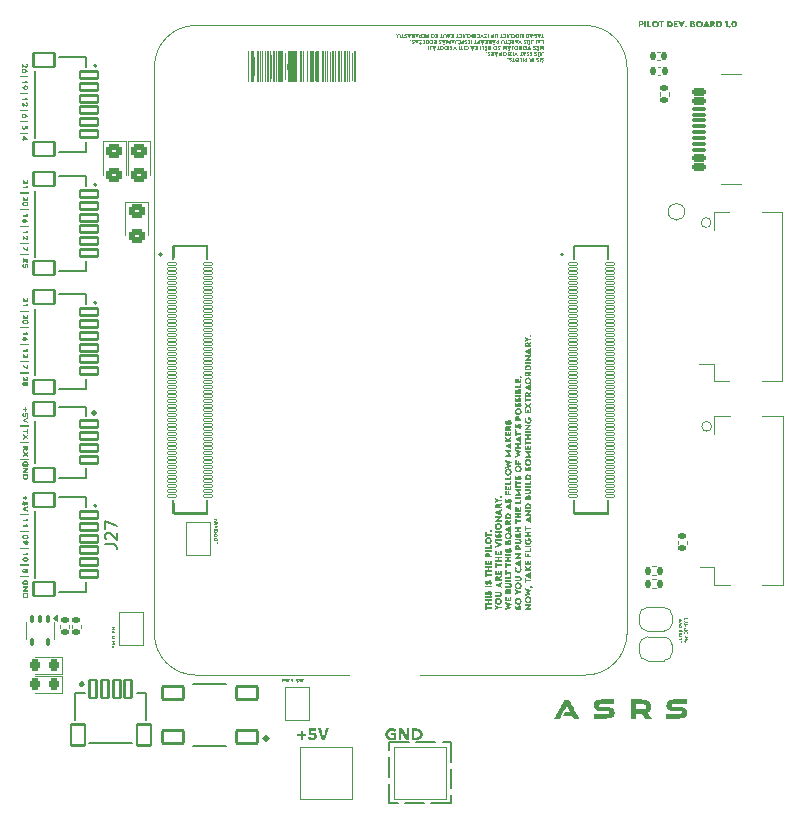
<source format=gbr>
%TF.GenerationSoftware,KiCad,Pcbnew,9.0.0*%
%TF.CreationDate,2025-05-04T18:28:28+01:00*%
%TF.ProjectId,specter,73706563-7465-4722-9e6b-696361645f70,rev?*%
%TF.SameCoordinates,Original*%
%TF.FileFunction,Legend,Top*%
%TF.FilePolarity,Positive*%
%FSLAX46Y46*%
G04 Gerber Fmt 4.6, Leading zero omitted, Abs format (unit mm)*
G04 Created by KiCad (PCBNEW 9.0.0) date 2025-05-04 18:28:28*
%MOMM*%
%LPD*%
G01*
G04 APERTURE LIST*
G04 Aperture macros list*
%AMRoundRect*
0 Rectangle with rounded corners*
0 $1 Rounding radius*
0 $2 $3 $4 $5 $6 $7 $8 $9 X,Y pos of 4 corners*
0 Add a 4 corners polygon primitive as box body*
4,1,4,$2,$3,$4,$5,$6,$7,$8,$9,$2,$3,0*
0 Add four circle primitives for the rounded corners*
1,1,$1+$1,$2,$3*
1,1,$1+$1,$4,$5*
1,1,$1+$1,$6,$7*
1,1,$1+$1,$8,$9*
0 Add four rect primitives between the rounded corners*
20,1,$1+$1,$2,$3,$4,$5,0*
20,1,$1+$1,$4,$5,$6,$7,0*
20,1,$1+$1,$6,$7,$8,$9,0*
20,1,$1+$1,$8,$9,$2,$3,0*%
%AMFreePoly0*
4,1,23,0.500000,-0.750000,0.000000,-0.750000,0.000000,-0.745722,-0.065263,-0.745722,-0.191342,-0.711940,-0.304381,-0.646677,-0.396677,-0.554381,-0.461940,-0.441342,-0.495722,-0.315263,-0.495722,-0.250000,-0.500000,-0.250000,-0.500000,0.250000,-0.495722,0.250000,-0.495722,0.315263,-0.461940,0.441342,-0.396677,0.554381,-0.304381,0.646677,-0.191342,0.711940,-0.065263,0.745722,0.000000,0.745722,
0.000000,0.750000,0.500000,0.750000,0.500000,-0.750000,0.500000,-0.750000,$1*%
%AMFreePoly1*
4,1,23,0.000000,0.745722,0.065263,0.745722,0.191342,0.711940,0.304381,0.646677,0.396677,0.554381,0.461940,0.441342,0.495722,0.315263,0.495722,0.250000,0.500000,0.250000,0.500000,-0.250000,0.495722,-0.250000,0.495722,-0.315263,0.461940,-0.441342,0.396677,-0.554381,0.304381,-0.646677,0.191342,-0.711940,0.065263,-0.745722,0.000000,-0.745722,0.000000,-0.750000,-0.500000,-0.750000,
-0.500000,0.750000,0.000000,0.750000,0.000000,0.745722,0.000000,0.745722,$1*%
G04 Aperture macros list end*
%ADD10C,0.150000*%
%ADD11C,0.075000*%
%ADD12C,0.200000*%
%ADD13C,0.125000*%
%ADD14C,0.127000*%
%ADD15C,0.120000*%
%ADD16C,0.300000*%
%ADD17C,0.000000*%
%ADD18RoundRect,0.102000X0.350000X-0.100000X0.350000X0.100000X-0.350000X0.100000X-0.350000X-0.100000X0*%
%ADD19RoundRect,0.102000X0.775000X-0.300000X0.775000X0.300000X-0.775000X0.300000X-0.775000X-0.300000X0*%
%ADD20RoundRect,0.102000X-0.900000X0.600000X-0.900000X-0.600000X0.900000X-0.600000X0.900000X0.600000X0*%
%ADD21O,1.800000X1.000000*%
%ADD22O,2.100000X1.000000*%
%ADD23RoundRect,0.150000X0.425000X-0.150000X0.425000X0.150000X-0.425000X0.150000X-0.425000X-0.150000X0*%
%ADD24RoundRect,0.075000X0.500000X-0.075000X0.500000X0.075000X-0.500000X0.075000X-0.500000X-0.075000X0*%
%ADD25C,0.650000*%
%ADD26C,6.200000*%
%ADD27C,1.650000*%
%ADD28C,1.150000*%
%ADD29R,2.200000X1.800000*%
%ADD30R,1.300000X0.300000*%
%ADD31R,4.000000X4.000000*%
%ADD32R,0.700000X0.200000*%
%ADD33C,6.100000*%
%ADD34C,1.000000*%
%ADD35RoundRect,0.135000X0.185000X-0.135000X0.185000X0.135000X-0.185000X0.135000X-0.185000X-0.135000X0*%
%ADD36RoundRect,0.218750X0.218750X0.256250X-0.218750X0.256250X-0.218750X-0.256250X0.218750X-0.256250X0*%
%ADD37RoundRect,0.102000X-0.775000X0.300000X-0.775000X-0.300000X0.775000X-0.300000X0.775000X0.300000X0*%
%ADD38RoundRect,0.102000X0.900000X-0.600000X0.900000X0.600000X-0.900000X0.600000X-0.900000X-0.600000X0*%
%ADD39FreePoly0,0.000000*%
%ADD40FreePoly1,0.000000*%
%ADD41RoundRect,0.250000X-0.450000X0.325000X-0.450000X-0.325000X0.450000X-0.325000X0.450000X0.325000X0*%
%ADD42RoundRect,0.135000X-0.135000X-0.185000X0.135000X-0.185000X0.135000X0.185000X-0.135000X0.185000X0*%
%ADD43R,1.500000X1.000000*%
%ADD44RoundRect,0.140000X-0.140000X-0.170000X0.140000X-0.170000X0.140000X0.170000X-0.140000X0.170000X0*%
%ADD45RoundRect,0.100000X-0.100000X0.225000X-0.100000X-0.225000X0.100000X-0.225000X0.100000X0.225000X0*%
%ADD46RoundRect,0.102000X0.900000X0.550000X-0.900000X0.550000X-0.900000X-0.550000X0.900000X-0.550000X0*%
%ADD47RoundRect,0.135000X0.135000X0.185000X-0.135000X0.185000X-0.135000X-0.185000X0.135000X-0.185000X0*%
%ADD48RoundRect,0.102000X-0.300000X-0.775000X0.300000X-0.775000X0.300000X0.775000X-0.300000X0.775000X0*%
%ADD49RoundRect,0.102000X0.600000X0.900000X-0.600000X0.900000X-0.600000X-0.900000X0.600000X-0.900000X0*%
G04 APERTURE END LIST*
D10*
X131400000Y-129400000D02*
X133050000Y-129400000D01*
X133650000Y-129400000D02*
X135300000Y-129400000D01*
X135900000Y-129400000D02*
X136600000Y-129400000D01*
X136600000Y-129400000D02*
X136600000Y-131050000D01*
X136600000Y-131650000D02*
X136600000Y-133300000D01*
X136600000Y-133900000D02*
X136600000Y-134600000D01*
X136600000Y-134600000D02*
X134950000Y-134600000D01*
X134350000Y-134600000D02*
X132700000Y-134600000D01*
X132100000Y-134600000D02*
X131400000Y-134600000D01*
X131400000Y-134600000D02*
X131400000Y-132950000D01*
X131400000Y-132350000D02*
X131400000Y-130700000D01*
X131400000Y-130100000D02*
X131400000Y-129400000D01*
D11*
G36*
X108011100Y-121245155D02*
G01*
X108025585Y-121248447D01*
X108037854Y-121253638D01*
X108049054Y-121260876D01*
X108058598Y-121269523D01*
X108066632Y-121279668D01*
X108075970Y-121297030D01*
X108082587Y-121317440D01*
X108086351Y-121339126D01*
X108087625Y-121361917D01*
X108087625Y-121397582D01*
X108199000Y-121397582D01*
X108199000Y-121469353D01*
X107902391Y-121469353D01*
X107902391Y-121366112D01*
X107959837Y-121366112D01*
X107959837Y-121397582D01*
X108030179Y-121397582D01*
X108030179Y-121367376D01*
X108028494Y-121348068D01*
X108026139Y-121339203D01*
X108022595Y-121331490D01*
X108017670Y-121324902D01*
X108011439Y-121319950D01*
X108003877Y-121316874D01*
X107993964Y-121315755D01*
X107984066Y-121316881D01*
X107976690Y-121319950D01*
X107970698Y-121324869D01*
X107966157Y-121331289D01*
X107963035Y-121338769D01*
X107961101Y-121347445D01*
X107959837Y-121366112D01*
X107902391Y-121366112D01*
X107902391Y-121360232D01*
X107903634Y-121336353D01*
X107907227Y-121314692D01*
X107913647Y-121294561D01*
X107922761Y-121277763D01*
X107930628Y-121268045D01*
X107939964Y-121259825D01*
X107950916Y-121253015D01*
X107962861Y-121248174D01*
X107977064Y-121245086D01*
X107993964Y-121243984D01*
X108011100Y-121245155D01*
G37*
G36*
X108199000Y-120931146D02*
G01*
X107989109Y-120929460D01*
X107989109Y-120930724D01*
X108199000Y-121007954D01*
X108199000Y-121058329D01*
X107989109Y-121133452D01*
X107989109Y-121134698D01*
X108199000Y-121133031D01*
X108199000Y-121200588D01*
X107902391Y-121200588D01*
X107902391Y-121098592D01*
X108092589Y-121031035D01*
X108092589Y-121029350D01*
X107902391Y-120964723D01*
X107902391Y-120861060D01*
X108199000Y-120861060D01*
X108199000Y-120931146D01*
G37*
G36*
X108199000Y-120799639D02*
G01*
X107902391Y-120799639D01*
X107902391Y-120727465D01*
X108199000Y-120727465D01*
X108199000Y-120799639D01*
G37*
G36*
X108158278Y-120404808D02*
G01*
X108172186Y-120418866D01*
X108184086Y-120435023D01*
X108194035Y-120453498D01*
X108201194Y-120473214D01*
X108205653Y-120495326D01*
X108207206Y-120520232D01*
X108205906Y-120542961D01*
X108202103Y-120564090D01*
X108195885Y-120583832D01*
X108187190Y-120602575D01*
X108176500Y-120619372D01*
X108163774Y-120634409D01*
X108149126Y-120647564D01*
X108132617Y-120658741D01*
X108114058Y-120667986D01*
X108094417Y-120674660D01*
X108073239Y-120678748D01*
X108050274Y-120680150D01*
X108026753Y-120678712D01*
X108005312Y-120674541D01*
X107985666Y-120667766D01*
X107967135Y-120658356D01*
X107950765Y-120646973D01*
X107936353Y-120633566D01*
X107923910Y-120618276D01*
X107913506Y-120601265D01*
X107905102Y-120582349D01*
X107899095Y-120562496D01*
X107895433Y-120541431D01*
X107894184Y-120518968D01*
X107895401Y-120498174D01*
X107899058Y-120477585D01*
X107905212Y-120457070D01*
X107913926Y-120437646D01*
X107924672Y-120421338D01*
X107937452Y-120407758D01*
X107985959Y-120456429D01*
X107977539Y-120463824D01*
X107970711Y-120472585D01*
X107965387Y-120482881D01*
X107960334Y-120499508D01*
X107958665Y-120516458D01*
X107960445Y-120534754D01*
X107965625Y-120551079D01*
X107973923Y-120565767D01*
X107984786Y-120578154D01*
X107997997Y-120588163D01*
X108013656Y-120595794D01*
X108030856Y-120600465D01*
X108050109Y-120602077D01*
X108069760Y-120600461D01*
X108087203Y-120595794D01*
X108103014Y-120588187D01*
X108116073Y-120578374D01*
X108126720Y-120566195D01*
X108134812Y-120551721D01*
X108139832Y-120535634D01*
X108141554Y-120517722D01*
X108140563Y-120503649D01*
X108137725Y-120491289D01*
X108133164Y-120480371D01*
X108123395Y-120465857D01*
X108111329Y-120454762D01*
X108158278Y-120404808D01*
G37*
G36*
X108268169Y-120404717D02*
G01*
X108230653Y-120404717D01*
X108230653Y-120194863D01*
X108268169Y-120194863D01*
X108268169Y-120404717D01*
G37*
G36*
X108199000Y-120164217D02*
G01*
X107902391Y-120164217D01*
X107902391Y-119964439D01*
X107963354Y-119964439D01*
X107963354Y-120094974D01*
X108018455Y-120094974D01*
X108018455Y-119971583D01*
X108075901Y-119971583D01*
X108075901Y-120094974D01*
X108138036Y-120094974D01*
X108138036Y-119956892D01*
X108199000Y-119956892D01*
X108199000Y-120164217D01*
G37*
G36*
X108199000Y-119720660D02*
G01*
X108005028Y-119840278D01*
X108005028Y-119841542D01*
X108199000Y-119839856D01*
X108199000Y-119909521D01*
X107902391Y-119909521D01*
X107902391Y-119827693D01*
X108095941Y-119708497D01*
X108095941Y-119707233D01*
X107902391Y-119708900D01*
X107902391Y-119639235D01*
X108199000Y-119639235D01*
X108199000Y-119720660D01*
G37*
D12*
G36*
X124058217Y-128893921D02*
G01*
X124058217Y-129186341D01*
X123876317Y-129186341D01*
X123876317Y-128893921D01*
X123578340Y-128893921D01*
X123578340Y-128718066D01*
X123874912Y-128718066D01*
X123874912Y-128425708D01*
X124056812Y-128425708D01*
X124056812Y-128718066D01*
X124354788Y-128718066D01*
X124354788Y-128893921D01*
X124058217Y-128893921D01*
G37*
G36*
X125246275Y-128903630D02*
G01*
X125242430Y-128963560D01*
X125231495Y-129015617D01*
X125214096Y-129060983D01*
X125176157Y-129122036D01*
X125128061Y-129170710D01*
X125070823Y-129208440D01*
X125005635Y-129235678D01*
X124936120Y-129251921D01*
X124864340Y-129257355D01*
X124798295Y-129252896D01*
X124736296Y-129239769D01*
X124677815Y-129218366D01*
X124625776Y-129190005D01*
X124579598Y-129154010D01*
X124540413Y-129110687D01*
X124509584Y-129060952D01*
X124487962Y-129004869D01*
X124702041Y-128939106D01*
X124715373Y-128971682D01*
X124734591Y-128999944D01*
X124760109Y-129024469D01*
X124790057Y-129042991D01*
X124823541Y-129054191D01*
X124861531Y-129058053D01*
X124900305Y-129053885D01*
X124934712Y-129041735D01*
X124965762Y-129021477D01*
X124989617Y-128994187D01*
X125004478Y-128958897D01*
X125009848Y-128913094D01*
X125005029Y-128871897D01*
X124991652Y-128839883D01*
X124970742Y-128813233D01*
X124944757Y-128792744D01*
X124914571Y-128777947D01*
X124879727Y-128768136D01*
X124806943Y-128761053D01*
X124752209Y-128763828D01*
X124685921Y-128772960D01*
X124620206Y-128787197D01*
X124564959Y-128804467D01*
X124588712Y-128241304D01*
X125195900Y-128241304D01*
X125195900Y-128444515D01*
X124797173Y-128444515D01*
X124788808Y-128598754D01*
X124838450Y-128591182D01*
X124888093Y-128589106D01*
X124960839Y-128594100D01*
X125028044Y-128608707D01*
X125090066Y-128633664D01*
X125142044Y-128668119D01*
X125185080Y-128712431D01*
X125218309Y-128766671D01*
X125233480Y-128806700D01*
X125242959Y-128852047D01*
X125246275Y-128903630D01*
G37*
G36*
X125928934Y-129230000D02*
G01*
X125689698Y-129230000D01*
X125314724Y-128241304D01*
X125583330Y-128241304D01*
X125812796Y-128942342D01*
X125818414Y-128942342D01*
X126046414Y-128241304D01*
X126310868Y-128241304D01*
X125928934Y-129230000D01*
G37*
D11*
G36*
X144452629Y-71887879D02*
G01*
X144388863Y-71827777D01*
X144339843Y-71827777D01*
X144275235Y-71887879D01*
X144338195Y-71887879D01*
X144364243Y-71861207D01*
X144390292Y-71887879D01*
X144452629Y-71887879D01*
G37*
G36*
X144368145Y-71462310D02*
G01*
X144340671Y-71464611D01*
X144327510Y-71467449D01*
X144314903Y-71471366D01*
X144303145Y-71476244D01*
X144292133Y-71482105D01*
X144282288Y-71488680D01*
X144273331Y-71496118D01*
X144265678Y-71504019D01*
X144259007Y-71512660D01*
X144253622Y-71521590D01*
X144249283Y-71531153D01*
X144246157Y-71540948D01*
X144244133Y-71551291D01*
X144243251Y-71564434D01*
X144243830Y-71575199D01*
X144245538Y-71585393D01*
X144252135Y-71604084D01*
X144263018Y-71621135D01*
X144278630Y-71636997D01*
X144299830Y-71651918D01*
X144329182Y-71666540D01*
X144350317Y-71674977D01*
X144366154Y-71681305D01*
X144378089Y-71687237D01*
X144385618Y-71693694D01*
X144387574Y-71697409D01*
X144388240Y-71701601D01*
X144386011Y-71709447D01*
X144379269Y-71716254D01*
X144367817Y-71720965D01*
X144357282Y-71722099D01*
X144339926Y-71719680D01*
X144330611Y-71716586D01*
X144321678Y-71712162D01*
X144315003Y-71707443D01*
X144309371Y-71701740D01*
X144306211Y-71697095D01*
X144255561Y-71745894D01*
X144264209Y-71761472D01*
X144277397Y-71775588D01*
X144295029Y-71787518D01*
X144305438Y-71792409D01*
X144316703Y-71796398D01*
X144328837Y-71799432D01*
X144341696Y-71801412D01*
X144358308Y-71802296D01*
X144383751Y-71800016D01*
X144396083Y-71797183D01*
X144407880Y-71793289D01*
X144419065Y-71788376D01*
X144429522Y-71782502D01*
X144439007Y-71775831D01*
X144447601Y-71768327D01*
X144454993Y-71760304D01*
X144461378Y-71751589D01*
X144466488Y-71742599D01*
X144470516Y-71733049D01*
X144473300Y-71723362D01*
X144474945Y-71713229D01*
X144475398Y-71704257D01*
X144474824Y-71693587D01*
X144473150Y-71683617D01*
X144466713Y-71665496D01*
X144456185Y-71649228D01*
X144441194Y-71634325D01*
X144420944Y-71620479D01*
X144397674Y-71608929D01*
X144397510Y-71608857D01*
X144373536Y-71597966D01*
X144352340Y-71586714D01*
X144343811Y-71580910D01*
X144337210Y-71574965D01*
X144332947Y-71568862D01*
X144331435Y-71562584D01*
X144333622Y-71555049D01*
X144340084Y-71548913D01*
X144351678Y-71544227D01*
X144368346Y-71542287D01*
X144388739Y-71544563D01*
X144398486Y-71547380D01*
X144407665Y-71551244D01*
X144416066Y-71556045D01*
X144423669Y-71561767D01*
X144429998Y-71567957D01*
X144435409Y-71574875D01*
X144488532Y-71522797D01*
X144478987Y-71507318D01*
X144464723Y-71493016D01*
X144445608Y-71480465D01*
X144421935Y-71470544D01*
X144394643Y-71464235D01*
X144368145Y-71462310D01*
G37*
G36*
X144203116Y-71467000D02*
G01*
X144115354Y-71467000D01*
X144115354Y-71797607D01*
X144203116Y-71797607D01*
X144203116Y-71467000D01*
G37*
G36*
X143954886Y-71462310D02*
G01*
X143927412Y-71464611D01*
X143914251Y-71467449D01*
X143901644Y-71471366D01*
X143889886Y-71476244D01*
X143878874Y-71482105D01*
X143869029Y-71488680D01*
X143860073Y-71496118D01*
X143852419Y-71504019D01*
X143845748Y-71512660D01*
X143840363Y-71521590D01*
X143836024Y-71531153D01*
X143832898Y-71540948D01*
X143830875Y-71551291D01*
X143829993Y-71564434D01*
X143830571Y-71575199D01*
X143832279Y-71585393D01*
X143838877Y-71604084D01*
X143849759Y-71621135D01*
X143865371Y-71636997D01*
X143886571Y-71651918D01*
X143915923Y-71666540D01*
X143937058Y-71674977D01*
X143952895Y-71681305D01*
X143964830Y-71687237D01*
X143972359Y-71693694D01*
X143974315Y-71697409D01*
X143974981Y-71701601D01*
X143972752Y-71709447D01*
X143966010Y-71716254D01*
X143954558Y-71720965D01*
X143944023Y-71722099D01*
X143926667Y-71719680D01*
X143917352Y-71716586D01*
X143908419Y-71712162D01*
X143901744Y-71707443D01*
X143896112Y-71701740D01*
X143892952Y-71697095D01*
X143842302Y-71745894D01*
X143850950Y-71761472D01*
X143864138Y-71775588D01*
X143881770Y-71787518D01*
X143892179Y-71792409D01*
X143903444Y-71796398D01*
X143915578Y-71799432D01*
X143928438Y-71801412D01*
X143945049Y-71802296D01*
X143970492Y-71800016D01*
X143982824Y-71797183D01*
X143994622Y-71793289D01*
X144005807Y-71788376D01*
X144016263Y-71782502D01*
X144025748Y-71775831D01*
X144034342Y-71768327D01*
X144041734Y-71760304D01*
X144048119Y-71751589D01*
X144053229Y-71742599D01*
X144057257Y-71733049D01*
X144060042Y-71723362D01*
X144061687Y-71713229D01*
X144062139Y-71704257D01*
X144061565Y-71693587D01*
X144059891Y-71683617D01*
X144053454Y-71665496D01*
X144042926Y-71649228D01*
X144027935Y-71634325D01*
X144007685Y-71620479D01*
X143984415Y-71608929D01*
X143984251Y-71608857D01*
X143960277Y-71597966D01*
X143939081Y-71586714D01*
X143930552Y-71580910D01*
X143923951Y-71574965D01*
X143919688Y-71568862D01*
X143918176Y-71562584D01*
X143920363Y-71555049D01*
X143926825Y-71548913D01*
X143938420Y-71544227D01*
X143955088Y-71542287D01*
X143975480Y-71544563D01*
X143985227Y-71547380D01*
X143994406Y-71551244D01*
X144002807Y-71556045D01*
X144010410Y-71561767D01*
X144016739Y-71567957D01*
X144022151Y-71574875D01*
X144075273Y-71522797D01*
X144065729Y-71507318D01*
X144051464Y-71493016D01*
X144032349Y-71480465D01*
X144008676Y-71470544D01*
X143981384Y-71464235D01*
X143954886Y-71462310D01*
G37*
G36*
X143661776Y-71467000D02*
G01*
X143574014Y-71467000D01*
X143574014Y-71797607D01*
X143661776Y-71797607D01*
X143661776Y-71467000D01*
G37*
G36*
X143428512Y-71610559D02*
G01*
X143428512Y-71467000D01*
X143516293Y-71467000D01*
X143516696Y-71797607D01*
X143391198Y-71797607D01*
X143369963Y-71796133D01*
X143357229Y-71793734D01*
X143345140Y-71790272D01*
X143333684Y-71785779D01*
X143322983Y-71780335D01*
X143313098Y-71774009D01*
X143304069Y-71766857D01*
X143288891Y-71750470D01*
X143277808Y-71731833D01*
X143271046Y-71711554D01*
X143268759Y-71690134D01*
X143268867Y-71685439D01*
X143268868Y-71685426D01*
X143357346Y-71685426D01*
X143357432Y-71687918D01*
X143358496Y-71694257D01*
X143360664Y-71699959D01*
X143364047Y-71705296D01*
X143368375Y-71709809D01*
X143373740Y-71713595D01*
X143379776Y-71716367D01*
X143393030Y-71718637D01*
X143428934Y-71718637D01*
X143428934Y-71652398D01*
X143393030Y-71652197D01*
X143388281Y-71652434D01*
X143375652Y-71656127D01*
X143365784Y-71663466D01*
X143359539Y-71673423D01*
X143357913Y-71679154D01*
X143357346Y-71685426D01*
X143268868Y-71685426D01*
X143269996Y-71674330D01*
X143272286Y-71663656D01*
X143275790Y-71653139D01*
X143280359Y-71643222D01*
X143286032Y-71633777D01*
X143292625Y-71625102D01*
X143300058Y-71617253D01*
X143308220Y-71610324D01*
X143325985Y-71599678D01*
X143237380Y-71467000D01*
X143340127Y-71467000D01*
X143428512Y-71610559D01*
G37*
G36*
X143077938Y-71797607D02*
G01*
X142953045Y-71797607D01*
X142940480Y-71797021D01*
X142928243Y-71795299D01*
X142915995Y-71792379D01*
X142904241Y-71788363D01*
X142892971Y-71783268D01*
X142882352Y-71777183D01*
X142863455Y-71762379D01*
X142848245Y-71744721D01*
X142837160Y-71724984D01*
X142830422Y-71703812D01*
X142828151Y-71681671D01*
X142828194Y-71681249D01*
X142912855Y-71681249D01*
X142913308Y-71686889D01*
X142914922Y-71693018D01*
X142917624Y-71698625D01*
X142921418Y-71703725D01*
X142926168Y-71708103D01*
X142931829Y-71711690D01*
X142938277Y-71714360D01*
X142945363Y-71716014D01*
X142953045Y-71716585D01*
X142990176Y-71716585D01*
X142990176Y-71645309D01*
X142953045Y-71645089D01*
X142945254Y-71645637D01*
X142938223Y-71647307D01*
X142931882Y-71649995D01*
X142926314Y-71653599D01*
X142921597Y-71658020D01*
X142915101Y-71668748D01*
X142912855Y-71681249D01*
X142828194Y-71681249D01*
X142830419Y-71659497D01*
X142833362Y-71648280D01*
X142837432Y-71637489D01*
X142842686Y-71626979D01*
X142848984Y-71617046D01*
X142856337Y-71607672D01*
X142864622Y-71599025D01*
X142883647Y-71584234D01*
X142905235Y-71573288D01*
X142928588Y-71566574D01*
X142953045Y-71564306D01*
X142990176Y-71564306D01*
X142990176Y-71467000D01*
X143077938Y-71467000D01*
X143077938Y-71797607D01*
G37*
G36*
X142791002Y-71467000D02*
G01*
X142703239Y-71467000D01*
X142703239Y-71797607D01*
X142791002Y-71797607D01*
X142791002Y-71467000D01*
G37*
G36*
X142558159Y-71549431D02*
G01*
X142558159Y-71797607D01*
X142645922Y-71797607D01*
X142645922Y-71467000D01*
X142431617Y-71467000D01*
X142431617Y-71549431D01*
X142558159Y-71549431D01*
G37*
G36*
X142254086Y-71459916D02*
G01*
X142269287Y-71462109D01*
X142283988Y-71465413D01*
X142298240Y-71469818D01*
X142311891Y-71475263D01*
X142324935Y-71481724D01*
X142337279Y-71489143D01*
X142359657Y-71506647D01*
X142378584Y-71527312D01*
X142393705Y-71550649D01*
X142404747Y-71576189D01*
X142411502Y-71603513D01*
X142413793Y-71632266D01*
X142412679Y-71652555D01*
X142410485Y-71666941D01*
X142407173Y-71680858D01*
X142402728Y-71694422D01*
X142397228Y-71707422D01*
X142390647Y-71719938D01*
X142383081Y-71731793D01*
X142374516Y-71743018D01*
X142365047Y-71753487D01*
X142354695Y-71763178D01*
X142343527Y-71772022D01*
X142331620Y-71779958D01*
X142318994Y-71786962D01*
X142291953Y-71797947D01*
X142262901Y-71804695D01*
X142232296Y-71806986D01*
X142210167Y-71805799D01*
X142195015Y-71803560D01*
X142180360Y-71800212D01*
X142166150Y-71795760D01*
X142152537Y-71790270D01*
X142139526Y-71783760D01*
X142127211Y-71776293D01*
X142104879Y-71758681D01*
X142085982Y-71737895D01*
X142070878Y-71714419D01*
X142059843Y-71688721D01*
X142053090Y-71661218D01*
X142050847Y-71632871D01*
X142139606Y-71632871D01*
X142141747Y-71652943D01*
X142144545Y-71662960D01*
X142148416Y-71672433D01*
X142153355Y-71681391D01*
X142159261Y-71689666D01*
X142173749Y-71703932D01*
X142191211Y-71714610D01*
X142210939Y-71721242D01*
X142232296Y-71723509D01*
X142253232Y-71721333D01*
X142263531Y-71718531D01*
X142273258Y-71714668D01*
X142282409Y-71709771D01*
X142290849Y-71703927D01*
X142305309Y-71689694D01*
X142316066Y-71672663D01*
X142322717Y-71653524D01*
X142324986Y-71632871D01*
X142322887Y-71613076D01*
X142320109Y-71603093D01*
X142316256Y-71593652D01*
X142311331Y-71584716D01*
X142305437Y-71576462D01*
X142298617Y-71568934D01*
X142290953Y-71562221D01*
X142273473Y-71551551D01*
X142253706Y-71544921D01*
X142232296Y-71542654D01*
X142211456Y-71544799D01*
X142201132Y-71547584D01*
X142191383Y-71551429D01*
X142182216Y-71556304D01*
X142173762Y-71562125D01*
X142159288Y-71576298D01*
X142148527Y-71593255D01*
X142141875Y-71612309D01*
X142139606Y-71632871D01*
X142050847Y-71632871D01*
X142050799Y-71632266D01*
X142051861Y-71612615D01*
X142054019Y-71598326D01*
X142057297Y-71584499D01*
X142061711Y-71571014D01*
X142067184Y-71558086D01*
X142073744Y-71545629D01*
X142081293Y-71533825D01*
X142089851Y-71522641D01*
X142099318Y-71512207D01*
X142109680Y-71502541D01*
X142120862Y-71493719D01*
X142132795Y-71485796D01*
X142145453Y-71478802D01*
X142172584Y-71467828D01*
X142201754Y-71461083D01*
X142232498Y-71458793D01*
X142254086Y-71459916D01*
G37*
G36*
X141797880Y-71797607D02*
G01*
X142044370Y-71797607D01*
X142044370Y-71715559D01*
X141965015Y-71715559D01*
X141965015Y-71467000D01*
X141877033Y-71467000D01*
X141877033Y-71715559D01*
X141797880Y-71715559D01*
X141797880Y-71797607D01*
G37*
G36*
X141657636Y-71462310D02*
G01*
X141630162Y-71464611D01*
X141617001Y-71467449D01*
X141604394Y-71471366D01*
X141592636Y-71476244D01*
X141581623Y-71482105D01*
X141571778Y-71488680D01*
X141562822Y-71496118D01*
X141555168Y-71504019D01*
X141548497Y-71512660D01*
X141543113Y-71521590D01*
X141538773Y-71531153D01*
X141535647Y-71540948D01*
X141533624Y-71551291D01*
X141532742Y-71564434D01*
X141533321Y-71575199D01*
X141535029Y-71585393D01*
X141541626Y-71604084D01*
X141552508Y-71621135D01*
X141568120Y-71636997D01*
X141589321Y-71651918D01*
X141618673Y-71666540D01*
X141639808Y-71674977D01*
X141655644Y-71681305D01*
X141667579Y-71687237D01*
X141675109Y-71693694D01*
X141677065Y-71697409D01*
X141677731Y-71701601D01*
X141675502Y-71709447D01*
X141668760Y-71716254D01*
X141657308Y-71720965D01*
X141646773Y-71722099D01*
X141629416Y-71719680D01*
X141620101Y-71716586D01*
X141611169Y-71712162D01*
X141604493Y-71707443D01*
X141598861Y-71701740D01*
X141595702Y-71697095D01*
X141545052Y-71745894D01*
X141553699Y-71761472D01*
X141566888Y-71775588D01*
X141584520Y-71787518D01*
X141594928Y-71792409D01*
X141606194Y-71796398D01*
X141618328Y-71799432D01*
X141631187Y-71801412D01*
X141647799Y-71802296D01*
X141673242Y-71800016D01*
X141685573Y-71797183D01*
X141697371Y-71793289D01*
X141708556Y-71788376D01*
X141719012Y-71782502D01*
X141728497Y-71775831D01*
X141737091Y-71768327D01*
X141744483Y-71760304D01*
X141750868Y-71751589D01*
X141755979Y-71742599D01*
X141760006Y-71733049D01*
X141762791Y-71723362D01*
X141764436Y-71713229D01*
X141764889Y-71704257D01*
X141764315Y-71693587D01*
X141762640Y-71683617D01*
X141756204Y-71665496D01*
X141745676Y-71649228D01*
X141730684Y-71634325D01*
X141710434Y-71620479D01*
X141687165Y-71608929D01*
X141687001Y-71608857D01*
X141663027Y-71597966D01*
X141641830Y-71586714D01*
X141633301Y-71580910D01*
X141626700Y-71574965D01*
X141622438Y-71568862D01*
X141620926Y-71562584D01*
X141623113Y-71555049D01*
X141629575Y-71548913D01*
X141641169Y-71544227D01*
X141657837Y-71542287D01*
X141678230Y-71544563D01*
X141687977Y-71547380D01*
X141697156Y-71551244D01*
X141705557Y-71556045D01*
X141713160Y-71561767D01*
X141719489Y-71567957D01*
X141724900Y-71574875D01*
X141778023Y-71522797D01*
X141768478Y-71507318D01*
X141754213Y-71493016D01*
X141735099Y-71480465D01*
X141711425Y-71470544D01*
X141684134Y-71464235D01*
X141657636Y-71462310D01*
G37*
G36*
X141445437Y-71455276D02*
G01*
X141429789Y-71457506D01*
X141415344Y-71464071D01*
X141403339Y-71474502D01*
X141398696Y-71480834D01*
X141395088Y-71487787D01*
X141392687Y-71494997D01*
X141391455Y-71502597D01*
X141391307Y-71506329D01*
X141393538Y-71520467D01*
X141400186Y-71533776D01*
X141410986Y-71545182D01*
X141417697Y-71549734D01*
X141425080Y-71553304D01*
X141432853Y-71555741D01*
X141441047Y-71557023D01*
X141445437Y-71557198D01*
X141461106Y-71554969D01*
X141475623Y-71548398D01*
X141487710Y-71537959D01*
X141492380Y-71531634D01*
X141496008Y-71524697D01*
X141498413Y-71517527D01*
X141499643Y-71509978D01*
X141499788Y-71506329D01*
X141497551Y-71491765D01*
X141490964Y-71478410D01*
X141480333Y-71467174D01*
X141473702Y-71462706D01*
X141466382Y-71459201D01*
X141458566Y-71456774D01*
X141450280Y-71455476D01*
X141445437Y-71455276D01*
G37*
G36*
X144411614Y-70957138D02*
G01*
X144409159Y-70957138D01*
X144382304Y-70959419D01*
X144356828Y-70966145D01*
X144333368Y-70977068D01*
X144322604Y-70983996D01*
X144312613Y-70991813D01*
X144303476Y-71000445D01*
X144295229Y-71009858D01*
X144288003Y-71019891D01*
X144281767Y-71030586D01*
X144276654Y-71041703D01*
X144272611Y-71053363D01*
X144269739Y-71065279D01*
X144268002Y-71077626D01*
X144267450Y-71089725D01*
X144268879Y-71293387D01*
X144356861Y-71293607D01*
X144355231Y-71090128D01*
X144357472Y-71076156D01*
X144364185Y-71062873D01*
X144375088Y-71051512D01*
X144381829Y-71047025D01*
X144389284Y-71043510D01*
X144397117Y-71041142D01*
X144405436Y-71039919D01*
X144409562Y-71039771D01*
X144411010Y-71039771D01*
X144421277Y-71040384D01*
X144429757Y-71042332D01*
X144442527Y-71048996D01*
X144447096Y-71052319D01*
X144491390Y-70979889D01*
X144479615Y-70972950D01*
X144467590Y-70967314D01*
X144455930Y-70963178D01*
X144443787Y-70960136D01*
X144417473Y-70957225D01*
X144411614Y-70957138D01*
G37*
G36*
X144146018Y-71332295D02*
G01*
X144011691Y-71332295D01*
X144011691Y-71373511D01*
X144146018Y-71373511D01*
X144146018Y-71332295D01*
G37*
G36*
X144078754Y-70953621D02*
G01*
X144052021Y-70955910D01*
X144039148Y-70958745D01*
X144026784Y-70962650D01*
X144014945Y-70967606D01*
X144003750Y-70973555D01*
X143993296Y-70980433D01*
X143983613Y-70988212D01*
X143974852Y-70996757D01*
X143966972Y-71006101D01*
X143960139Y-71016038D01*
X143954280Y-71026670D01*
X143949534Y-71037745D01*
X143945841Y-71049415D01*
X143943292Y-71061422D01*
X143941868Y-71073932D01*
X143941569Y-71083039D01*
X143941569Y-71293607D01*
X144029954Y-71293607D01*
X144029954Y-71083259D01*
X144032162Y-71069526D01*
X144038585Y-71057309D01*
X144048959Y-71047180D01*
X144062612Y-71040189D01*
X144070203Y-71038251D01*
X144078022Y-71037490D01*
X144078955Y-71037481D01*
X144094105Y-71039746D01*
X144101333Y-71042564D01*
X144108000Y-71046419D01*
X144113859Y-71051165D01*
X144118870Y-71056794D01*
X144122720Y-71062922D01*
X144125533Y-71069744D01*
X144127572Y-71083259D01*
X144127572Y-71293607D01*
X144215957Y-71293607D01*
X144215957Y-71083039D01*
X144215380Y-71070425D01*
X144213680Y-71058271D01*
X144207013Y-71035205D01*
X144196170Y-71014117D01*
X144181370Y-70995385D01*
X144162902Y-70979487D01*
X144141188Y-70966962D01*
X144129280Y-70962129D01*
X144116801Y-70958337D01*
X144103832Y-70955631D01*
X144090425Y-70954049D01*
X144078754Y-70953621D01*
G37*
G36*
X143784014Y-70958310D02*
G01*
X143756540Y-70960611D01*
X143743379Y-70963449D01*
X143730772Y-70967366D01*
X143719014Y-70972244D01*
X143708001Y-70978105D01*
X143698157Y-70984680D01*
X143689200Y-70992118D01*
X143681547Y-71000019D01*
X143674875Y-71008660D01*
X143669491Y-71017590D01*
X143665152Y-71027153D01*
X143662026Y-71036948D01*
X143660002Y-71047291D01*
X143659120Y-71060434D01*
X143659699Y-71071199D01*
X143661407Y-71081393D01*
X143668004Y-71100084D01*
X143678887Y-71117135D01*
X143694498Y-71132997D01*
X143715699Y-71147918D01*
X143745051Y-71162540D01*
X143766186Y-71170977D01*
X143782023Y-71177305D01*
X143793957Y-71183237D01*
X143801487Y-71189694D01*
X143803443Y-71193409D01*
X143804109Y-71197601D01*
X143801880Y-71205447D01*
X143795138Y-71212254D01*
X143783686Y-71216965D01*
X143773151Y-71218099D01*
X143755795Y-71215680D01*
X143746480Y-71212586D01*
X143737547Y-71208162D01*
X143730871Y-71203443D01*
X143725240Y-71197740D01*
X143722080Y-71193095D01*
X143671430Y-71241894D01*
X143680078Y-71257472D01*
X143693266Y-71271588D01*
X143710898Y-71283518D01*
X143721306Y-71288409D01*
X143732572Y-71292398D01*
X143744706Y-71295432D01*
X143757565Y-71297412D01*
X143774177Y-71298296D01*
X143799620Y-71296016D01*
X143811952Y-71293183D01*
X143823749Y-71289289D01*
X143834934Y-71284376D01*
X143845390Y-71278502D01*
X143854876Y-71271831D01*
X143863469Y-71264327D01*
X143870862Y-71256304D01*
X143877246Y-71247589D01*
X143882357Y-71238599D01*
X143886385Y-71229049D01*
X143889169Y-71219362D01*
X143890814Y-71209229D01*
X143891267Y-71200257D01*
X143890693Y-71189587D01*
X143889018Y-71179617D01*
X143882582Y-71161496D01*
X143872054Y-71145228D01*
X143857063Y-71130325D01*
X143836813Y-71116479D01*
X143813543Y-71104929D01*
X143813379Y-71104857D01*
X143789405Y-71093966D01*
X143768208Y-71082714D01*
X143759680Y-71076910D01*
X143753078Y-71070965D01*
X143748816Y-71064862D01*
X143747304Y-71058584D01*
X143749491Y-71051049D01*
X143755953Y-71044913D01*
X143767547Y-71040227D01*
X143784215Y-71038287D01*
X143804608Y-71040563D01*
X143814355Y-71043380D01*
X143823534Y-71047244D01*
X143831935Y-71052045D01*
X143839538Y-71057767D01*
X143845867Y-71063957D01*
X143851278Y-71070875D01*
X143904401Y-71018797D01*
X143894856Y-71003318D01*
X143880591Y-70989016D01*
X143861477Y-70976465D01*
X143837803Y-70966544D01*
X143810512Y-70960235D01*
X143784014Y-70958310D01*
G37*
G36*
X143276599Y-71211981D02*
G01*
X143276599Y-71293607D01*
X143490904Y-71293607D01*
X143490904Y-70963000D01*
X143276599Y-70963000D01*
X143276599Y-71045230D01*
X143404167Y-71045230D01*
X143404167Y-71092601D01*
X143299167Y-71092601D01*
X143299167Y-71165819D01*
X143404167Y-71165819D01*
X143404167Y-71211981D01*
X143276599Y-71211981D01*
G37*
G36*
X143124851Y-70958310D02*
G01*
X143097377Y-70960611D01*
X143084216Y-70963449D01*
X143071609Y-70967366D01*
X143059851Y-70972244D01*
X143048839Y-70978105D01*
X143038994Y-70984680D01*
X143030038Y-70992118D01*
X143022384Y-71000019D01*
X143015713Y-71008660D01*
X143010328Y-71017590D01*
X143005989Y-71027153D01*
X143002863Y-71036948D01*
X143000840Y-71047291D01*
X142999958Y-71060434D01*
X143000537Y-71071199D01*
X143002244Y-71081393D01*
X143008842Y-71100084D01*
X143019724Y-71117135D01*
X143035336Y-71132997D01*
X143056536Y-71147918D01*
X143085888Y-71162540D01*
X143107023Y-71170977D01*
X143122860Y-71177305D01*
X143134795Y-71183237D01*
X143142325Y-71189694D01*
X143144280Y-71193409D01*
X143144946Y-71197601D01*
X143142717Y-71205447D01*
X143135975Y-71212254D01*
X143124523Y-71216965D01*
X143113989Y-71218099D01*
X143096632Y-71215680D01*
X143087317Y-71212586D01*
X143078385Y-71208162D01*
X143071709Y-71203443D01*
X143066077Y-71197740D01*
X143062917Y-71193095D01*
X143012267Y-71241894D01*
X143020915Y-71257472D01*
X143034104Y-71271588D01*
X143051735Y-71283518D01*
X143062144Y-71288409D01*
X143073409Y-71292398D01*
X143085544Y-71295432D01*
X143098403Y-71297412D01*
X143115014Y-71298296D01*
X143140457Y-71296016D01*
X143152789Y-71293183D01*
X143164587Y-71289289D01*
X143175772Y-71284376D01*
X143186228Y-71278502D01*
X143195713Y-71271831D01*
X143204307Y-71264327D01*
X143211699Y-71256304D01*
X143218084Y-71247589D01*
X143223194Y-71238599D01*
X143227222Y-71229049D01*
X143230007Y-71219362D01*
X143231652Y-71209229D01*
X143232104Y-71200257D01*
X143231530Y-71189587D01*
X143229856Y-71179617D01*
X143223419Y-71161496D01*
X143212892Y-71145228D01*
X143197900Y-71130325D01*
X143177650Y-71116479D01*
X143154380Y-71104929D01*
X143154217Y-71104857D01*
X143130243Y-71093966D01*
X143109046Y-71082714D01*
X143100517Y-71076910D01*
X143093916Y-71070965D01*
X143089654Y-71064862D01*
X143088142Y-71058584D01*
X143090328Y-71051049D01*
X143096790Y-71044913D01*
X143108385Y-71040227D01*
X143125053Y-71038287D01*
X143145445Y-71040563D01*
X143155192Y-71043380D01*
X143164371Y-71047244D01*
X143172773Y-71052045D01*
X143180376Y-71057767D01*
X143186704Y-71063957D01*
X143192116Y-71070875D01*
X143245239Y-71018797D01*
X143235694Y-71003318D01*
X143221429Y-70989016D01*
X143202315Y-70976465D01*
X143178641Y-70966544D01*
X143151349Y-70960235D01*
X143124851Y-70958310D01*
G37*
G36*
X142764385Y-71001688D02*
G01*
X142887850Y-71001688D01*
X142904666Y-70963000D01*
X143000635Y-70963000D01*
X142847037Y-71297820D01*
X142805400Y-71297820D01*
X142698856Y-71065875D01*
X142792284Y-71065875D01*
X142826118Y-71144203D01*
X142860171Y-71065875D01*
X142792284Y-71065875D01*
X142698856Y-71065875D01*
X142651600Y-70963000D01*
X142747789Y-70963000D01*
X142764385Y-71001688D01*
G37*
G36*
X142433302Y-71293607D02*
G01*
X142679792Y-71293607D01*
X142679792Y-71211559D01*
X142600437Y-71211559D01*
X142600437Y-70963000D01*
X142512455Y-70963000D01*
X142512455Y-71211559D01*
X142433302Y-71211559D01*
X142433302Y-71293607D01*
G37*
G36*
X142044791Y-71293607D02*
G01*
X142121288Y-71114546D01*
X142197583Y-71293607D01*
X142292527Y-71293607D01*
X142140778Y-70959482D01*
X142100991Y-70959482D01*
X141948620Y-71293607D01*
X142044791Y-71293607D01*
G37*
G36*
X141915831Y-70963000D02*
G01*
X141828068Y-70963000D01*
X141828068Y-71293607D01*
X141915831Y-71293607D01*
X141915831Y-70963000D01*
G37*
G36*
X141782236Y-70963000D02*
G01*
X141532247Y-70963000D01*
X141532247Y-71045431D01*
X141643805Y-71045431D01*
X141532247Y-71293607D01*
X141782236Y-71293607D01*
X141782236Y-71211559D01*
X141670477Y-71211559D01*
X141782236Y-70963000D01*
G37*
G36*
X141486452Y-70963000D02*
G01*
X141398689Y-70963000D01*
X141398689Y-71293607D01*
X141486452Y-71293607D01*
X141486452Y-70963000D01*
G37*
G36*
X141196026Y-70955916D02*
G01*
X141211227Y-70958109D01*
X141225928Y-70961413D01*
X141240180Y-70965818D01*
X141253831Y-70971263D01*
X141266875Y-70977724D01*
X141279219Y-70985143D01*
X141301597Y-71002647D01*
X141320524Y-71023312D01*
X141335645Y-71046649D01*
X141346687Y-71072189D01*
X141353442Y-71099513D01*
X141355733Y-71128266D01*
X141354619Y-71148555D01*
X141352425Y-71162941D01*
X141349113Y-71176858D01*
X141344668Y-71190422D01*
X141339168Y-71203422D01*
X141332587Y-71215938D01*
X141325021Y-71227793D01*
X141316456Y-71239018D01*
X141306987Y-71249487D01*
X141296635Y-71259178D01*
X141285467Y-71268022D01*
X141273560Y-71275958D01*
X141260934Y-71282962D01*
X141233893Y-71293947D01*
X141204841Y-71300695D01*
X141174236Y-71302986D01*
X141152107Y-71301799D01*
X141136955Y-71299560D01*
X141122300Y-71296212D01*
X141108090Y-71291760D01*
X141094477Y-71286270D01*
X141081466Y-71279760D01*
X141069151Y-71272293D01*
X141046819Y-71254681D01*
X141027922Y-71233895D01*
X141012818Y-71210419D01*
X141001783Y-71184721D01*
X140995030Y-71157218D01*
X140992787Y-71128871D01*
X141081546Y-71128871D01*
X141083686Y-71148943D01*
X141086485Y-71158960D01*
X141090356Y-71168433D01*
X141095295Y-71177391D01*
X141101201Y-71185666D01*
X141115689Y-71199932D01*
X141133151Y-71210610D01*
X141152879Y-71217242D01*
X141174236Y-71219509D01*
X141195171Y-71217333D01*
X141205471Y-71214531D01*
X141215198Y-71210668D01*
X141224349Y-71205771D01*
X141232789Y-71199927D01*
X141247249Y-71185694D01*
X141258006Y-71168663D01*
X141264657Y-71149524D01*
X141266926Y-71128871D01*
X141264827Y-71109076D01*
X141262049Y-71099093D01*
X141258196Y-71089652D01*
X141253271Y-71080716D01*
X141247377Y-71072462D01*
X141240557Y-71064934D01*
X141232893Y-71058221D01*
X141215413Y-71047551D01*
X141195646Y-71040921D01*
X141174236Y-71038654D01*
X141153396Y-71040799D01*
X141143072Y-71043584D01*
X141133323Y-71047429D01*
X141124156Y-71052304D01*
X141115702Y-71058125D01*
X141101228Y-71072298D01*
X141090467Y-71089255D01*
X141083815Y-71108309D01*
X141081546Y-71128871D01*
X140992787Y-71128871D01*
X140992739Y-71128266D01*
X140993801Y-71108615D01*
X140995959Y-71094326D01*
X140999237Y-71080499D01*
X141003651Y-71067014D01*
X141009124Y-71054086D01*
X141015684Y-71041629D01*
X141023233Y-71029825D01*
X141031791Y-71018641D01*
X141041258Y-71008207D01*
X141051620Y-70998541D01*
X141062802Y-70989719D01*
X141074735Y-70981796D01*
X141087393Y-70974802D01*
X141114524Y-70963828D01*
X141143694Y-70957083D01*
X141174438Y-70954793D01*
X141196026Y-70955916D01*
G37*
G36*
X140752111Y-71293607D02*
G01*
X140752111Y-71132681D01*
X140921500Y-71296464D01*
X140949801Y-71296464D01*
X140949801Y-70963000D01*
X140862039Y-70963000D01*
X140862039Y-71124291D01*
X140692028Y-70959482D01*
X140664129Y-70959482D01*
X140664129Y-71293607D01*
X140752111Y-71293607D01*
G37*
G36*
X140523830Y-71373511D02*
G01*
X140389502Y-71373511D01*
X140389502Y-71332295D01*
X140523830Y-71332295D01*
X140523830Y-71373511D01*
G37*
G36*
X140395034Y-71001688D02*
G01*
X140518499Y-71001688D01*
X140535315Y-70963000D01*
X140631284Y-70963000D01*
X140477686Y-71297655D01*
X140436049Y-71297655D01*
X140329528Y-71065875D01*
X140422933Y-71065875D01*
X140456767Y-71144148D01*
X140490820Y-71065875D01*
X140422933Y-71065875D01*
X140329528Y-71065875D01*
X140282249Y-70963000D01*
X140378438Y-70963000D01*
X140395034Y-71001688D01*
G37*
G36*
X140161129Y-71106559D02*
G01*
X140161129Y-70963000D01*
X140248910Y-70963000D01*
X140249313Y-71293607D01*
X140123815Y-71293607D01*
X140102580Y-71292133D01*
X140089846Y-71289734D01*
X140077757Y-71286272D01*
X140066301Y-71281779D01*
X140055600Y-71276335D01*
X140045715Y-71270009D01*
X140036686Y-71262857D01*
X140021508Y-71246470D01*
X140010425Y-71227833D01*
X140003662Y-71207554D01*
X140001376Y-71186134D01*
X140001484Y-71181439D01*
X140001485Y-71181426D01*
X140089963Y-71181426D01*
X140090049Y-71183918D01*
X140091113Y-71190257D01*
X140093281Y-71195959D01*
X140096664Y-71201296D01*
X140100992Y-71205809D01*
X140106357Y-71209595D01*
X140112393Y-71212367D01*
X140125647Y-71214637D01*
X140161550Y-71214637D01*
X140161550Y-71148398D01*
X140125647Y-71148197D01*
X140120898Y-71148434D01*
X140108269Y-71152127D01*
X140098401Y-71159466D01*
X140092156Y-71169423D01*
X140090530Y-71175154D01*
X140089963Y-71181426D01*
X140001485Y-71181426D01*
X140002612Y-71170330D01*
X140004903Y-71159656D01*
X140008407Y-71149139D01*
X140012976Y-71139222D01*
X140018649Y-71129777D01*
X140025242Y-71121102D01*
X140032675Y-71113253D01*
X140040837Y-71106324D01*
X140058602Y-71095678D01*
X139969997Y-70963000D01*
X140072744Y-70963000D01*
X140161129Y-71106559D01*
G37*
G36*
X139835486Y-70958310D02*
G01*
X139808012Y-70960611D01*
X139794851Y-70963449D01*
X139782244Y-70967366D01*
X139770486Y-70972244D01*
X139759474Y-70978105D01*
X139749629Y-70984680D01*
X139740673Y-70992118D01*
X139733019Y-71000019D01*
X139726348Y-71008660D01*
X139720963Y-71017590D01*
X139716624Y-71027153D01*
X139713498Y-71036948D01*
X139711475Y-71047291D01*
X139710593Y-71060434D01*
X139711172Y-71071199D01*
X139712879Y-71081393D01*
X139719477Y-71100084D01*
X139730359Y-71117135D01*
X139745971Y-71132997D01*
X139767171Y-71147918D01*
X139796523Y-71162540D01*
X139817658Y-71170977D01*
X139833495Y-71177305D01*
X139845430Y-71183237D01*
X139852960Y-71189694D01*
X139854915Y-71193409D01*
X139855581Y-71197601D01*
X139853353Y-71205447D01*
X139846610Y-71212254D01*
X139835158Y-71216965D01*
X139824624Y-71218099D01*
X139807267Y-71215680D01*
X139797952Y-71212586D01*
X139789020Y-71208162D01*
X139782344Y-71203443D01*
X139776712Y-71197740D01*
X139773552Y-71193095D01*
X139722903Y-71241894D01*
X139731550Y-71257472D01*
X139744739Y-71271588D01*
X139762370Y-71283518D01*
X139772779Y-71288409D01*
X139784044Y-71292398D01*
X139796179Y-71295432D01*
X139809038Y-71297412D01*
X139825649Y-71298296D01*
X139851092Y-71296016D01*
X139863424Y-71293183D01*
X139875222Y-71289289D01*
X139886407Y-71284376D01*
X139896863Y-71278502D01*
X139906348Y-71271831D01*
X139914942Y-71264327D01*
X139922334Y-71256304D01*
X139928719Y-71247589D01*
X139933830Y-71238599D01*
X139937857Y-71229049D01*
X139940642Y-71219362D01*
X139942287Y-71209229D01*
X139942739Y-71200257D01*
X139942165Y-71189587D01*
X139940491Y-71179617D01*
X139934054Y-71161496D01*
X139923527Y-71145228D01*
X139908535Y-71130325D01*
X139888285Y-71116479D01*
X139865015Y-71104929D01*
X139864852Y-71104857D01*
X139840878Y-71093966D01*
X139819681Y-71082714D01*
X139811152Y-71076910D01*
X139804551Y-71070965D01*
X139800289Y-71064862D01*
X139798777Y-71058584D01*
X139800963Y-71051049D01*
X139807425Y-71044913D01*
X139819020Y-71040227D01*
X139835688Y-71038287D01*
X139856080Y-71040563D01*
X139865828Y-71043380D01*
X139875006Y-71047244D01*
X139883408Y-71052045D01*
X139891011Y-71057767D01*
X139897339Y-71063957D01*
X139902751Y-71070875D01*
X139955874Y-71018797D01*
X139946329Y-71003318D01*
X139932064Y-70989016D01*
X139912950Y-70976465D01*
X139889276Y-70966544D01*
X139861984Y-70960235D01*
X139835486Y-70958310D01*
G37*
G36*
X139623288Y-70951276D02*
G01*
X139607639Y-70953506D01*
X139593195Y-70960071D01*
X139581189Y-70970502D01*
X139576547Y-70976834D01*
X139572938Y-70983787D01*
X139570538Y-70990997D01*
X139569305Y-70998597D01*
X139569158Y-71002329D01*
X139571389Y-71016467D01*
X139578037Y-71029776D01*
X139588836Y-71041182D01*
X139595548Y-71045734D01*
X139602931Y-71049304D01*
X139610703Y-71051741D01*
X139618898Y-71053023D01*
X139623288Y-71053198D01*
X139638956Y-71050969D01*
X139653473Y-71044398D01*
X139665561Y-71033959D01*
X139670231Y-71027634D01*
X139673858Y-71020697D01*
X139676263Y-71013527D01*
X139677494Y-71005978D01*
X139677638Y-71002329D01*
X139675402Y-70987765D01*
X139668815Y-70974410D01*
X139658184Y-70963174D01*
X139651553Y-70958706D01*
X139644232Y-70955201D01*
X139636417Y-70952774D01*
X139628131Y-70951476D01*
X139623288Y-70951276D01*
G37*
G36*
X144152192Y-70793124D02*
G01*
X144294103Y-70598438D01*
X144436032Y-70793124D01*
X144471295Y-70793124D01*
X144471295Y-70459000D01*
X144383532Y-70459000D01*
X144383532Y-70590213D01*
X144294323Y-70464532D01*
X144293700Y-70464532D01*
X144204692Y-70590213D01*
X144204692Y-70459000D01*
X144116929Y-70459000D01*
X144116929Y-70793124D01*
X144152192Y-70793124D01*
G37*
G36*
X143890314Y-70869511D02*
G01*
X144024642Y-70869511D01*
X144024642Y-70828295D01*
X143890314Y-70828295D01*
X143890314Y-70869511D01*
G37*
G36*
X143845197Y-70707981D02*
G01*
X143845197Y-70789607D01*
X144059501Y-70789607D01*
X144059501Y-70459000D01*
X143845197Y-70459000D01*
X143845197Y-70541230D01*
X143972765Y-70541230D01*
X143972765Y-70588601D01*
X143867765Y-70588601D01*
X143867765Y-70661819D01*
X143972765Y-70661819D01*
X143972765Y-70707981D01*
X143845197Y-70707981D01*
G37*
G36*
X143693449Y-70454310D02*
G01*
X143665975Y-70456611D01*
X143652813Y-70459449D01*
X143640207Y-70463366D01*
X143628449Y-70468244D01*
X143617436Y-70474105D01*
X143607591Y-70480680D01*
X143598635Y-70488118D01*
X143590981Y-70496019D01*
X143584310Y-70504660D01*
X143578926Y-70513590D01*
X143574586Y-70523153D01*
X143571460Y-70532948D01*
X143569437Y-70543291D01*
X143568555Y-70556434D01*
X143569134Y-70567199D01*
X143570842Y-70577393D01*
X143577439Y-70596084D01*
X143588321Y-70613135D01*
X143603933Y-70628997D01*
X143625134Y-70643918D01*
X143654486Y-70658540D01*
X143675621Y-70666977D01*
X143691457Y-70673305D01*
X143703392Y-70679237D01*
X143710922Y-70685694D01*
X143712878Y-70689409D01*
X143713544Y-70693601D01*
X143711315Y-70701447D01*
X143704573Y-70708254D01*
X143693121Y-70712965D01*
X143682586Y-70714099D01*
X143665229Y-70711680D01*
X143655914Y-70708586D01*
X143646982Y-70704162D01*
X143640306Y-70699443D01*
X143634674Y-70693740D01*
X143631515Y-70689095D01*
X143580865Y-70737894D01*
X143589512Y-70753472D01*
X143602701Y-70767588D01*
X143620333Y-70779518D01*
X143630741Y-70784409D01*
X143642007Y-70788398D01*
X143654141Y-70791432D01*
X143667000Y-70793412D01*
X143683612Y-70794296D01*
X143709055Y-70792016D01*
X143721386Y-70789183D01*
X143733184Y-70785289D01*
X143744369Y-70780376D01*
X143754825Y-70774502D01*
X143764310Y-70767831D01*
X143772904Y-70760327D01*
X143780296Y-70752304D01*
X143786681Y-70743589D01*
X143791792Y-70734599D01*
X143795819Y-70725049D01*
X143798604Y-70715362D01*
X143800249Y-70705229D01*
X143800702Y-70696257D01*
X143800128Y-70685587D01*
X143798453Y-70675617D01*
X143792017Y-70657496D01*
X143781489Y-70641228D01*
X143766497Y-70626325D01*
X143746247Y-70612479D01*
X143722978Y-70600929D01*
X143722814Y-70600857D01*
X143698840Y-70589966D01*
X143677643Y-70578714D01*
X143669114Y-70572910D01*
X143662513Y-70566965D01*
X143658251Y-70560862D01*
X143656739Y-70554584D01*
X143658926Y-70547049D01*
X143665388Y-70540913D01*
X143676982Y-70536227D01*
X143693650Y-70534287D01*
X143714043Y-70536563D01*
X143723790Y-70539380D01*
X143732969Y-70543244D01*
X143741370Y-70548045D01*
X143748973Y-70553767D01*
X143755302Y-70559957D01*
X143760713Y-70566875D01*
X143813836Y-70514797D01*
X143804291Y-70499318D01*
X143790026Y-70485016D01*
X143770912Y-70472465D01*
X143747238Y-70462544D01*
X143719946Y-70456235D01*
X143693449Y-70454310D01*
G37*
G36*
X143177003Y-70789607D02*
G01*
X143253500Y-70610546D01*
X143329795Y-70789607D01*
X143424739Y-70789607D01*
X143272991Y-70455482D01*
X143233203Y-70455482D01*
X143080833Y-70789607D01*
X143177003Y-70789607D01*
G37*
G36*
X142833738Y-70707981D02*
G01*
X142833738Y-70789607D01*
X143048043Y-70789607D01*
X143048043Y-70459000D01*
X142833738Y-70459000D01*
X142833738Y-70541230D01*
X142961306Y-70541230D01*
X142961306Y-70588601D01*
X142856306Y-70588601D01*
X142856306Y-70661819D01*
X142961306Y-70661819D01*
X142961306Y-70707981D01*
X142833738Y-70707981D01*
G37*
G36*
X142785140Y-70459000D02*
G01*
X142697377Y-70459000D01*
X142697377Y-70789607D01*
X142785140Y-70789607D01*
X142785140Y-70459000D01*
G37*
G36*
X142640060Y-70789423D02*
G01*
X142532184Y-70789625D01*
X142509748Y-70788832D01*
X142477188Y-70784131D01*
X142448561Y-70775596D01*
X142423713Y-70763587D01*
X142402490Y-70748345D01*
X142384786Y-70729977D01*
X142377233Y-70719597D01*
X142370597Y-70708465D01*
X142364834Y-70696453D01*
X142360051Y-70683707D01*
X142356208Y-70669993D01*
X142353423Y-70655557D01*
X142351691Y-70640076D01*
X142351115Y-70624083D01*
X142439091Y-70624083D01*
X142440640Y-70641931D01*
X142446261Y-70660411D01*
X142450529Y-70668594D01*
X142455739Y-70676066D01*
X142461955Y-70682893D01*
X142469082Y-70688942D01*
X142477337Y-70694326D01*
X142486497Y-70698833D01*
X142496915Y-70702552D01*
X142508238Y-70705271D01*
X142520897Y-70707003D01*
X142534455Y-70707596D01*
X142554550Y-70707596D01*
X142554550Y-70541688D01*
X142533631Y-70541688D01*
X142533631Y-70541633D01*
X142511299Y-70543287D01*
X142489687Y-70548841D01*
X142472051Y-70557770D01*
X142458156Y-70569743D01*
X142452557Y-70576854D01*
X142447890Y-70584687D01*
X142444132Y-70593361D01*
X142441393Y-70602731D01*
X142439671Y-70613066D01*
X142439091Y-70624083D01*
X142351115Y-70624083D01*
X142351108Y-70623882D01*
X142351794Y-70606482D01*
X142356363Y-70577500D01*
X142364925Y-70551678D01*
X142377257Y-70528877D01*
X142384816Y-70518565D01*
X142393274Y-70509014D01*
X142402710Y-70500155D01*
X142413023Y-70492108D01*
X142424398Y-70484771D01*
X142436639Y-70478311D01*
X142450032Y-70472632D01*
X142464287Y-70467911D01*
X142479771Y-70464087D01*
X142496111Y-70461313D01*
X142513723Y-70459582D01*
X142532184Y-70459000D01*
X142640060Y-70459000D01*
X142640060Y-70789423D01*
G37*
G36*
X142162934Y-70451916D02*
G01*
X142178136Y-70454109D01*
X142192837Y-70457413D01*
X142207089Y-70461818D01*
X142220740Y-70467263D01*
X142233783Y-70473724D01*
X142246128Y-70481143D01*
X142268506Y-70498647D01*
X142287433Y-70519312D01*
X142302553Y-70542649D01*
X142313595Y-70568189D01*
X142320351Y-70595513D01*
X142322642Y-70624266D01*
X142321528Y-70644555D01*
X142319333Y-70658941D01*
X142316021Y-70672858D01*
X142311576Y-70686422D01*
X142306076Y-70699422D01*
X142299496Y-70711938D01*
X142291930Y-70723793D01*
X142283365Y-70735018D01*
X142273896Y-70745487D01*
X142263543Y-70755178D01*
X142252376Y-70764022D01*
X142240468Y-70771958D01*
X142227843Y-70778962D01*
X142200801Y-70789947D01*
X142171749Y-70796695D01*
X142141145Y-70798986D01*
X142119016Y-70797799D01*
X142103864Y-70795560D01*
X142089208Y-70792212D01*
X142074998Y-70787760D01*
X142061385Y-70782270D01*
X142048375Y-70775760D01*
X142036059Y-70768293D01*
X142013727Y-70750681D01*
X141994830Y-70729895D01*
X141979727Y-70706419D01*
X141968692Y-70680721D01*
X141961939Y-70653218D01*
X141959696Y-70624871D01*
X142048455Y-70624871D01*
X142050595Y-70644943D01*
X142053394Y-70654960D01*
X142057265Y-70664433D01*
X142062203Y-70673391D01*
X142068109Y-70681666D01*
X142082598Y-70695932D01*
X142100059Y-70706610D01*
X142119787Y-70713242D01*
X142141145Y-70715509D01*
X142162080Y-70713333D01*
X142172380Y-70710531D01*
X142182106Y-70706668D01*
X142191257Y-70701771D01*
X142199698Y-70695927D01*
X142214157Y-70681694D01*
X142224914Y-70664663D01*
X142231566Y-70645524D01*
X142233835Y-70624871D01*
X142231736Y-70605076D01*
X142228957Y-70595093D01*
X142225105Y-70585652D01*
X142220180Y-70576716D01*
X142214285Y-70568462D01*
X142207466Y-70560934D01*
X142199802Y-70554221D01*
X142182322Y-70543551D01*
X142162555Y-70536921D01*
X142141145Y-70534654D01*
X142120305Y-70536799D01*
X142109981Y-70539584D01*
X142100232Y-70543429D01*
X142091065Y-70548304D01*
X142082611Y-70554125D01*
X142068137Y-70568298D01*
X142057376Y-70585255D01*
X142050724Y-70604309D01*
X142048455Y-70624871D01*
X141959696Y-70624871D01*
X141959648Y-70624266D01*
X141960710Y-70604615D01*
X141962868Y-70590326D01*
X141966146Y-70576499D01*
X141970560Y-70563014D01*
X141976032Y-70550086D01*
X141982592Y-70537629D01*
X141990142Y-70525825D01*
X141998699Y-70514641D01*
X142008167Y-70504207D01*
X142018528Y-70494541D01*
X142029710Y-70485719D01*
X142041644Y-70477796D01*
X142054301Y-70470802D01*
X142081433Y-70459828D01*
X142110603Y-70453083D01*
X142141346Y-70450793D01*
X142162934Y-70451916D01*
G37*
G36*
X141893959Y-70453138D02*
G01*
X141891504Y-70453138D01*
X141864649Y-70455419D01*
X141839173Y-70462145D01*
X141815712Y-70473068D01*
X141804949Y-70479996D01*
X141794958Y-70487813D01*
X141785821Y-70496445D01*
X141777574Y-70505858D01*
X141770348Y-70515891D01*
X141764111Y-70526586D01*
X141758999Y-70537703D01*
X141754956Y-70549363D01*
X141752084Y-70561279D01*
X141750346Y-70573626D01*
X141749795Y-70585725D01*
X141751223Y-70789387D01*
X141839206Y-70789607D01*
X141837575Y-70586128D01*
X141839817Y-70572156D01*
X141846529Y-70558873D01*
X141857433Y-70547512D01*
X141864174Y-70543025D01*
X141871629Y-70539510D01*
X141879462Y-70537142D01*
X141887781Y-70535919D01*
X141891907Y-70535771D01*
X141893354Y-70535771D01*
X141903622Y-70536384D01*
X141912102Y-70538332D01*
X141924872Y-70544996D01*
X141929441Y-70548319D01*
X141973735Y-70475889D01*
X141961960Y-70468950D01*
X141949935Y-70463314D01*
X141938275Y-70459178D01*
X141926132Y-70456136D01*
X141899818Y-70453225D01*
X141893959Y-70453138D01*
G37*
G36*
X141612371Y-70869511D02*
G01*
X141478044Y-70869511D01*
X141478044Y-70828295D01*
X141612371Y-70828295D01*
X141612371Y-70869511D01*
G37*
G36*
X141483576Y-70497688D02*
G01*
X141607041Y-70497688D01*
X141623857Y-70459000D01*
X141719826Y-70459000D01*
X141566228Y-70793655D01*
X141524590Y-70793655D01*
X141418070Y-70561875D01*
X141511475Y-70561875D01*
X141545308Y-70640148D01*
X141579362Y-70561875D01*
X141511475Y-70561875D01*
X141418070Y-70561875D01*
X141370791Y-70459000D01*
X141466980Y-70459000D01*
X141483576Y-70497688D01*
G37*
G36*
X141018751Y-70793124D02*
G01*
X141160662Y-70598438D01*
X141302592Y-70793124D01*
X141337855Y-70793124D01*
X141337855Y-70459000D01*
X141250092Y-70459000D01*
X141250092Y-70590213D01*
X141160882Y-70464532D01*
X141160259Y-70464532D01*
X141071251Y-70590213D01*
X141071251Y-70459000D01*
X140983489Y-70459000D01*
X140983489Y-70793124D01*
X141018751Y-70793124D01*
G37*
G36*
X140779314Y-70879879D02*
G01*
X140715548Y-70819777D01*
X140666529Y-70819777D01*
X140601920Y-70879879D01*
X140664880Y-70879879D01*
X140690928Y-70853207D01*
X140716977Y-70879879D01*
X140779314Y-70879879D01*
G37*
G36*
X140694830Y-70454310D02*
G01*
X140667356Y-70456611D01*
X140654195Y-70459449D01*
X140641588Y-70463366D01*
X140629830Y-70468244D01*
X140618818Y-70474105D01*
X140608973Y-70480680D01*
X140600017Y-70488118D01*
X140592363Y-70496019D01*
X140585692Y-70504660D01*
X140580307Y-70513590D01*
X140575968Y-70523153D01*
X140572842Y-70532948D01*
X140570819Y-70543291D01*
X140569937Y-70556434D01*
X140570516Y-70567199D01*
X140572223Y-70577393D01*
X140578821Y-70596084D01*
X140589703Y-70613135D01*
X140605315Y-70628997D01*
X140626516Y-70643918D01*
X140655867Y-70658540D01*
X140677002Y-70666977D01*
X140692839Y-70673305D01*
X140704774Y-70679237D01*
X140712304Y-70685694D01*
X140714259Y-70689409D01*
X140714925Y-70693601D01*
X140712697Y-70701447D01*
X140705954Y-70708254D01*
X140694502Y-70712965D01*
X140683968Y-70714099D01*
X140666611Y-70711680D01*
X140657296Y-70708586D01*
X140648364Y-70704162D01*
X140641688Y-70699443D01*
X140636056Y-70693740D01*
X140632896Y-70689095D01*
X140582247Y-70737894D01*
X140590894Y-70753472D01*
X140604083Y-70767588D01*
X140621714Y-70779518D01*
X140632123Y-70784409D01*
X140643388Y-70788398D01*
X140655523Y-70791432D01*
X140668382Y-70793412D01*
X140684993Y-70794296D01*
X140710436Y-70792016D01*
X140722768Y-70789183D01*
X140734566Y-70785289D01*
X140745751Y-70780376D01*
X140756207Y-70774502D01*
X140765692Y-70767831D01*
X140774286Y-70760327D01*
X140781678Y-70752304D01*
X140788063Y-70743589D01*
X140793174Y-70734599D01*
X140797201Y-70725049D01*
X140799986Y-70715362D01*
X140801631Y-70705229D01*
X140802083Y-70696257D01*
X140801509Y-70685587D01*
X140799835Y-70675617D01*
X140793398Y-70657496D01*
X140782871Y-70641228D01*
X140767879Y-70626325D01*
X140747629Y-70612479D01*
X140724359Y-70600929D01*
X140724196Y-70600857D01*
X140700222Y-70589966D01*
X140679025Y-70578714D01*
X140670496Y-70572910D01*
X140663895Y-70566965D01*
X140659633Y-70560862D01*
X140658121Y-70554584D01*
X140660307Y-70547049D01*
X140666769Y-70540913D01*
X140678364Y-70536227D01*
X140695032Y-70534287D01*
X140715424Y-70536563D01*
X140725172Y-70539380D01*
X140734350Y-70543244D01*
X140742752Y-70548045D01*
X140750355Y-70553767D01*
X140756683Y-70559957D01*
X140762095Y-70566875D01*
X140815218Y-70514797D01*
X140805673Y-70499318D01*
X140791408Y-70485016D01*
X140772294Y-70472465D01*
X140748620Y-70462544D01*
X140721328Y-70456235D01*
X140694830Y-70454310D01*
G37*
G36*
X140384455Y-70451916D02*
G01*
X140399657Y-70454109D01*
X140414358Y-70457413D01*
X140428610Y-70461818D01*
X140442261Y-70467263D01*
X140455304Y-70473724D01*
X140467649Y-70481143D01*
X140490027Y-70498647D01*
X140508954Y-70519312D01*
X140524074Y-70542649D01*
X140535117Y-70568189D01*
X140541872Y-70595513D01*
X140544163Y-70624266D01*
X140543049Y-70644555D01*
X140540854Y-70658941D01*
X140537542Y-70672858D01*
X140533098Y-70686422D01*
X140527598Y-70699422D01*
X140521017Y-70711938D01*
X140513451Y-70723793D01*
X140504886Y-70735018D01*
X140495417Y-70745487D01*
X140485064Y-70755178D01*
X140473897Y-70764022D01*
X140461989Y-70771958D01*
X140449364Y-70778962D01*
X140422323Y-70789947D01*
X140393271Y-70796695D01*
X140362666Y-70798986D01*
X140340537Y-70797799D01*
X140325385Y-70795560D01*
X140310730Y-70792212D01*
X140296519Y-70787760D01*
X140282907Y-70782270D01*
X140269896Y-70775760D01*
X140257581Y-70768293D01*
X140235249Y-70750681D01*
X140216352Y-70729895D01*
X140201248Y-70706419D01*
X140190213Y-70680721D01*
X140183460Y-70653218D01*
X140181217Y-70624871D01*
X140269976Y-70624871D01*
X140272116Y-70644943D01*
X140274915Y-70654960D01*
X140278786Y-70664433D01*
X140283725Y-70673391D01*
X140289631Y-70681666D01*
X140304119Y-70695932D01*
X140321580Y-70706610D01*
X140341309Y-70713242D01*
X140362666Y-70715509D01*
X140383601Y-70713333D01*
X140393901Y-70710531D01*
X140403627Y-70706668D01*
X140412779Y-70701771D01*
X140421219Y-70695927D01*
X140435679Y-70681694D01*
X140446436Y-70664663D01*
X140453087Y-70645524D01*
X140455356Y-70624871D01*
X140453257Y-70605076D01*
X140450478Y-70595093D01*
X140446626Y-70585652D01*
X140441701Y-70576716D01*
X140435807Y-70568462D01*
X140428987Y-70560934D01*
X140421323Y-70554221D01*
X140403843Y-70543551D01*
X140384076Y-70536921D01*
X140362666Y-70534654D01*
X140341826Y-70536799D01*
X140331502Y-70539584D01*
X140321753Y-70543429D01*
X140312586Y-70548304D01*
X140304132Y-70554125D01*
X140289658Y-70568298D01*
X140278897Y-70585255D01*
X140272245Y-70604309D01*
X140269976Y-70624871D01*
X140181217Y-70624871D01*
X140181169Y-70624266D01*
X140182231Y-70604615D01*
X140184389Y-70590326D01*
X140187667Y-70576499D01*
X140192081Y-70563014D01*
X140197554Y-70550086D01*
X140204114Y-70537629D01*
X140211663Y-70525825D01*
X140220221Y-70514641D01*
X140229688Y-70504207D01*
X140240049Y-70494541D01*
X140251231Y-70485719D01*
X140263165Y-70477796D01*
X140275823Y-70470802D01*
X140302954Y-70459828D01*
X140332124Y-70453083D01*
X140362868Y-70450793D01*
X140384455Y-70451916D01*
G37*
G36*
X140010150Y-70789423D02*
G01*
X139902274Y-70789625D01*
X139879839Y-70788832D01*
X139847279Y-70784131D01*
X139818652Y-70775596D01*
X139793804Y-70763587D01*
X139772581Y-70748345D01*
X139754877Y-70729977D01*
X139747324Y-70719597D01*
X139740687Y-70708465D01*
X139734925Y-70696453D01*
X139730142Y-70683707D01*
X139726299Y-70669993D01*
X139723513Y-70655557D01*
X139721781Y-70640076D01*
X139721206Y-70624083D01*
X139809181Y-70624083D01*
X139810730Y-70641931D01*
X139816351Y-70660411D01*
X139820620Y-70668594D01*
X139825830Y-70676066D01*
X139832045Y-70682893D01*
X139839173Y-70688942D01*
X139847428Y-70694326D01*
X139856588Y-70698833D01*
X139867005Y-70702552D01*
X139878329Y-70705271D01*
X139890988Y-70707003D01*
X139904546Y-70707596D01*
X139924641Y-70707596D01*
X139924641Y-70541688D01*
X139903722Y-70541688D01*
X139903722Y-70541633D01*
X139881390Y-70543287D01*
X139859777Y-70548841D01*
X139842141Y-70557770D01*
X139828246Y-70569743D01*
X139822648Y-70576854D01*
X139817981Y-70584687D01*
X139814223Y-70593361D01*
X139811484Y-70602731D01*
X139809762Y-70613066D01*
X139809181Y-70624083D01*
X139721206Y-70624083D01*
X139721199Y-70623882D01*
X139721885Y-70606482D01*
X139726454Y-70577500D01*
X139735016Y-70551678D01*
X139747347Y-70528877D01*
X139754907Y-70518565D01*
X139763365Y-70509014D01*
X139772801Y-70500155D01*
X139783114Y-70492108D01*
X139794489Y-70484771D01*
X139806729Y-70478311D01*
X139820123Y-70472632D01*
X139834378Y-70467911D01*
X139849861Y-70464087D01*
X139866202Y-70461313D01*
X139883814Y-70459582D01*
X139902274Y-70459000D01*
X140010150Y-70459000D01*
X140010150Y-70789423D01*
G37*
G36*
X139509184Y-70869511D02*
G01*
X139643511Y-70869511D01*
X139643511Y-70828295D01*
X139509184Y-70828295D01*
X139509184Y-70869511D01*
G37*
G36*
X139464066Y-70707981D02*
G01*
X139464066Y-70789607D01*
X139678371Y-70789607D01*
X139678371Y-70459000D01*
X139464066Y-70459000D01*
X139464066Y-70541230D01*
X139591634Y-70541230D01*
X139591634Y-70588601D01*
X139486634Y-70588601D01*
X139486634Y-70661819D01*
X139591634Y-70661819D01*
X139591634Y-70707981D01*
X139464066Y-70707981D01*
G37*
G36*
X139327705Y-70541431D02*
G01*
X139327705Y-70789607D01*
X139415468Y-70789607D01*
X139415468Y-70459000D01*
X139201163Y-70459000D01*
X139201163Y-70541431D01*
X139327705Y-70541431D01*
G37*
G36*
X139163995Y-70459000D02*
G01*
X139076233Y-70459000D01*
X139076233Y-70789607D01*
X139163995Y-70789607D01*
X139163995Y-70459000D01*
G37*
G36*
X138613167Y-70459000D02*
G01*
X138726978Y-70628406D01*
X138625678Y-70789607D01*
X138726575Y-70789607D01*
X138803273Y-70666343D01*
X138803273Y-70789607D01*
X138890834Y-70789607D01*
X138890834Y-70459000D01*
X138803273Y-70459000D01*
X138803273Y-70584717D01*
X138719596Y-70459000D01*
X138613167Y-70459000D01*
G37*
G36*
X138498568Y-70869511D02*
G01*
X138364241Y-70869511D01*
X138364241Y-70828295D01*
X138498568Y-70828295D01*
X138498568Y-70869511D01*
G37*
G36*
X138369773Y-70497688D02*
G01*
X138493237Y-70497688D01*
X138510054Y-70459000D01*
X138606023Y-70459000D01*
X138452424Y-70793655D01*
X138410787Y-70793655D01*
X138304266Y-70561875D01*
X138397671Y-70561875D01*
X138431505Y-70640148D01*
X138465559Y-70561875D01*
X138397671Y-70561875D01*
X138304266Y-70561875D01*
X138256987Y-70459000D01*
X138353176Y-70459000D01*
X138369773Y-70497688D01*
G37*
G36*
X137929861Y-70451965D02*
G01*
X137900954Y-70454224D01*
X137873381Y-70460887D01*
X137847191Y-70471849D01*
X137822573Y-70487042D01*
X137805993Y-70500564D01*
X137856038Y-70567224D01*
X137867194Y-70558056D01*
X137878936Y-70550129D01*
X137889660Y-70544385D01*
X137900803Y-70539889D01*
X137911191Y-70537022D01*
X137921900Y-70535383D01*
X137929861Y-70535020D01*
X137949919Y-70537293D01*
X137969480Y-70544106D01*
X137987346Y-70555214D01*
X137995213Y-70562166D01*
X138002247Y-70569977D01*
X138008210Y-70578370D01*
X138013180Y-70587465D01*
X138016938Y-70596839D01*
X138019592Y-70606759D01*
X138021324Y-70624065D01*
X138019064Y-70643974D01*
X138012411Y-70662598D01*
X138001573Y-70679399D01*
X137986903Y-70693648D01*
X137978300Y-70699565D01*
X137969016Y-70704526D01*
X137959160Y-70708457D01*
X137948789Y-70711307D01*
X137928011Y-70713513D01*
X137909068Y-70711262D01*
X137888525Y-70704197D01*
X137867939Y-70692241D01*
X137856441Y-70682958D01*
X137805993Y-70747401D01*
X137829087Y-70765539D01*
X137855389Y-70780354D01*
X137869372Y-70786238D01*
X137883633Y-70790969D01*
X137897916Y-70794475D01*
X137912229Y-70796759D01*
X137928212Y-70797813D01*
X137958884Y-70795524D01*
X137988052Y-70788777D01*
X138015239Y-70777788D01*
X138027944Y-70770779D01*
X138039926Y-70762842D01*
X138051165Y-70754000D01*
X138061581Y-70744318D01*
X138071103Y-70733868D01*
X138079709Y-70722672D01*
X138087300Y-70710869D01*
X138093896Y-70698420D01*
X138099392Y-70685521D01*
X138103825Y-70672078D01*
X138107111Y-70658324D01*
X138109273Y-70644123D01*
X138110332Y-70624688D01*
X138109754Y-70610178D01*
X138108056Y-70596160D01*
X138101374Y-70569302D01*
X138090458Y-70544260D01*
X138075460Y-70521284D01*
X138056569Y-70500743D01*
X138034095Y-70483124D01*
X138008533Y-70468978D01*
X137980585Y-70458846D01*
X137966002Y-70455430D01*
X137951122Y-70453159D01*
X137929861Y-70451965D01*
G37*
G36*
X137768880Y-70459000D02*
G01*
X137681118Y-70459000D01*
X137681118Y-70789607D01*
X137768880Y-70789607D01*
X137768880Y-70459000D01*
G37*
G36*
X137397405Y-70789607D02*
G01*
X137643895Y-70789607D01*
X137643895Y-70707559D01*
X137564541Y-70707559D01*
X137564541Y-70459000D01*
X137476558Y-70459000D01*
X137476558Y-70707559D01*
X137397405Y-70707559D01*
X137397405Y-70789607D01*
G37*
G36*
X137360311Y-70459000D02*
G01*
X137272548Y-70459000D01*
X137272548Y-70789607D01*
X137360311Y-70789607D01*
X137360311Y-70459000D01*
G37*
G36*
X136863814Y-70789607D02*
G01*
X136940311Y-70610546D01*
X137016606Y-70789607D01*
X137111550Y-70789607D01*
X136959801Y-70455482D01*
X136920014Y-70455482D01*
X136767643Y-70789607D01*
X136863814Y-70789607D01*
G37*
G36*
X136520549Y-70707981D02*
G01*
X136520549Y-70789607D01*
X136734854Y-70789607D01*
X136734854Y-70459000D01*
X136520549Y-70459000D01*
X136520549Y-70541230D01*
X136648117Y-70541230D01*
X136648117Y-70588601D01*
X136543117Y-70588601D01*
X136543117Y-70661819D01*
X136648117Y-70661819D01*
X136648117Y-70707981D01*
X136520549Y-70707981D01*
G37*
G36*
X136471951Y-70459000D02*
G01*
X136384188Y-70459000D01*
X136384188Y-70789607D01*
X136471951Y-70789607D01*
X136471951Y-70459000D01*
G37*
G36*
X136326871Y-70789423D02*
G01*
X136218995Y-70789625D01*
X136196559Y-70788832D01*
X136163999Y-70784131D01*
X136135372Y-70775596D01*
X136110524Y-70763587D01*
X136089301Y-70748345D01*
X136071597Y-70729977D01*
X136064044Y-70719597D01*
X136057407Y-70708465D01*
X136051645Y-70696453D01*
X136046862Y-70683707D01*
X136043019Y-70669993D01*
X136040233Y-70655557D01*
X136038501Y-70640076D01*
X136037926Y-70624083D01*
X136125901Y-70624083D01*
X136127450Y-70641931D01*
X136133071Y-70660411D01*
X136137340Y-70668594D01*
X136142550Y-70676066D01*
X136148765Y-70682893D01*
X136155893Y-70688942D01*
X136164148Y-70694326D01*
X136173308Y-70698833D01*
X136183725Y-70702552D01*
X136195049Y-70705271D01*
X136207708Y-70707003D01*
X136221266Y-70707596D01*
X136241361Y-70707596D01*
X136241361Y-70541688D01*
X136220442Y-70541688D01*
X136220442Y-70541633D01*
X136198110Y-70543287D01*
X136176498Y-70548841D01*
X136158862Y-70557770D01*
X136144967Y-70569743D01*
X136139368Y-70576854D01*
X136134701Y-70584687D01*
X136130943Y-70593361D01*
X136128204Y-70602731D01*
X136126482Y-70613066D01*
X136125901Y-70624083D01*
X136037926Y-70624083D01*
X136037919Y-70623882D01*
X136038605Y-70606482D01*
X136043174Y-70577500D01*
X136051736Y-70551678D01*
X136064068Y-70528877D01*
X136071627Y-70518565D01*
X136080085Y-70509014D01*
X136089521Y-70500155D01*
X136099834Y-70492108D01*
X136111209Y-70484771D01*
X136123450Y-70478311D01*
X136136843Y-70472632D01*
X136151098Y-70467911D01*
X136166581Y-70464087D01*
X136182922Y-70461313D01*
X136200534Y-70459582D01*
X136218995Y-70459000D01*
X136326871Y-70459000D01*
X136326871Y-70789423D01*
G37*
G36*
X135849745Y-70451916D02*
G01*
X135864947Y-70454109D01*
X135879648Y-70457413D01*
X135893900Y-70461818D01*
X135907550Y-70467263D01*
X135920594Y-70473724D01*
X135932939Y-70481143D01*
X135955316Y-70498647D01*
X135974244Y-70519312D01*
X135989364Y-70542649D01*
X136000406Y-70568189D01*
X136007162Y-70595513D01*
X136009453Y-70624266D01*
X136008339Y-70644555D01*
X136006144Y-70658941D01*
X136002832Y-70672858D01*
X135998387Y-70686422D01*
X135992887Y-70699422D01*
X135986307Y-70711938D01*
X135978741Y-70723793D01*
X135970176Y-70735018D01*
X135960706Y-70745487D01*
X135950354Y-70755178D01*
X135939187Y-70764022D01*
X135927279Y-70771958D01*
X135914654Y-70778962D01*
X135887612Y-70789947D01*
X135858560Y-70796695D01*
X135827956Y-70798986D01*
X135805827Y-70797799D01*
X135790674Y-70795560D01*
X135776019Y-70792212D01*
X135761809Y-70787760D01*
X135748196Y-70782270D01*
X135735186Y-70775760D01*
X135722870Y-70768293D01*
X135700538Y-70750681D01*
X135681641Y-70729895D01*
X135666537Y-70706419D01*
X135655503Y-70680721D01*
X135648749Y-70653218D01*
X135646507Y-70624871D01*
X135735266Y-70624871D01*
X135737406Y-70644943D01*
X135740205Y-70654960D01*
X135744075Y-70664433D01*
X135749014Y-70673391D01*
X135754920Y-70681666D01*
X135769409Y-70695932D01*
X135786870Y-70706610D01*
X135806598Y-70713242D01*
X135827956Y-70715509D01*
X135848891Y-70713333D01*
X135859191Y-70710531D01*
X135868917Y-70706668D01*
X135878068Y-70701771D01*
X135886508Y-70695927D01*
X135900968Y-70681694D01*
X135911725Y-70664663D01*
X135918377Y-70645524D01*
X135920646Y-70624871D01*
X135918547Y-70605076D01*
X135915768Y-70595093D01*
X135911916Y-70585652D01*
X135906991Y-70576716D01*
X135901096Y-70568462D01*
X135894277Y-70560934D01*
X135886613Y-70554221D01*
X135869133Y-70543551D01*
X135849366Y-70536921D01*
X135827956Y-70534654D01*
X135807116Y-70536799D01*
X135796792Y-70539584D01*
X135787043Y-70543429D01*
X135777876Y-70548304D01*
X135769422Y-70554125D01*
X135754948Y-70568298D01*
X135744186Y-70585255D01*
X135737535Y-70604309D01*
X135735266Y-70624871D01*
X135646507Y-70624871D01*
X135646459Y-70624266D01*
X135647521Y-70604615D01*
X135649679Y-70590326D01*
X135652957Y-70576499D01*
X135657371Y-70563014D01*
X135662843Y-70550086D01*
X135669403Y-70537629D01*
X135676953Y-70525825D01*
X135685510Y-70514641D01*
X135694978Y-70504207D01*
X135705339Y-70494541D01*
X135716521Y-70485719D01*
X135728455Y-70477796D01*
X135741112Y-70470802D01*
X135768244Y-70459828D01*
X135797414Y-70453083D01*
X135828157Y-70450793D01*
X135849745Y-70451916D01*
G37*
G36*
X135393539Y-70789607D02*
G01*
X135640029Y-70789607D01*
X135640029Y-70707559D01*
X135560675Y-70707559D01*
X135560675Y-70459000D01*
X135472692Y-70459000D01*
X135472692Y-70707559D01*
X135393539Y-70707559D01*
X135393539Y-70789607D01*
G37*
G36*
X135273390Y-70869511D02*
G01*
X135139063Y-70869511D01*
X135139063Y-70828295D01*
X135273390Y-70828295D01*
X135273390Y-70869511D01*
G37*
G36*
X135144595Y-70497688D02*
G01*
X135268060Y-70497688D01*
X135284876Y-70459000D01*
X135380845Y-70459000D01*
X135227247Y-70793655D01*
X135185609Y-70793655D01*
X135079089Y-70561875D01*
X135172493Y-70561875D01*
X135206327Y-70640148D01*
X135240381Y-70561875D01*
X135172493Y-70561875D01*
X135079089Y-70561875D01*
X135031810Y-70459000D01*
X135127998Y-70459000D01*
X135144595Y-70497688D01*
G37*
G36*
X134939193Y-70453138D02*
G01*
X134936738Y-70453138D01*
X134909883Y-70455419D01*
X134884407Y-70462145D01*
X134860946Y-70473068D01*
X134850183Y-70479996D01*
X134840192Y-70487813D01*
X134831055Y-70496445D01*
X134822808Y-70505858D01*
X134815582Y-70515891D01*
X134809345Y-70526586D01*
X134804233Y-70537703D01*
X134800190Y-70549363D01*
X134797318Y-70561279D01*
X134795580Y-70573626D01*
X134795028Y-70585725D01*
X134796457Y-70789387D01*
X134884439Y-70789607D01*
X134882809Y-70586128D01*
X134885050Y-70572156D01*
X134891763Y-70558873D01*
X134902667Y-70547512D01*
X134909408Y-70543025D01*
X134916862Y-70539510D01*
X134924695Y-70537142D01*
X134933015Y-70535919D01*
X134937141Y-70535771D01*
X134938588Y-70535771D01*
X134948856Y-70536384D01*
X134957336Y-70538332D01*
X134970106Y-70544996D01*
X134974675Y-70548319D01*
X135018968Y-70475889D01*
X135007193Y-70468950D01*
X134995168Y-70463314D01*
X134983509Y-70459178D01*
X134971366Y-70456136D01*
X134945052Y-70453225D01*
X134939193Y-70453138D01*
G37*
G36*
X134740660Y-70459000D02*
G01*
X134652897Y-70459000D01*
X134652897Y-70789607D01*
X134740660Y-70789607D01*
X134740660Y-70459000D01*
G37*
G36*
X144383532Y-70037431D02*
G01*
X144383532Y-70285607D01*
X144471295Y-70285607D01*
X144471295Y-69955000D01*
X144256990Y-69955000D01*
X144256990Y-70037431D01*
X144383532Y-70037431D01*
G37*
G36*
X144007972Y-69993688D02*
G01*
X144131437Y-69993688D01*
X144148253Y-69955000D01*
X144244222Y-69955000D01*
X144090624Y-70289820D01*
X144048987Y-70289820D01*
X143942443Y-70057875D01*
X144035871Y-70057875D01*
X144069705Y-70136203D01*
X144103758Y-70057875D01*
X144035871Y-70057875D01*
X143942443Y-70057875D01*
X143895187Y-69955000D01*
X143991376Y-69955000D01*
X144007972Y-69993688D01*
G37*
G36*
X143862251Y-69955000D02*
G01*
X143774488Y-69955000D01*
X143774488Y-70285607D01*
X143862251Y-70285607D01*
X143862251Y-69955000D01*
G37*
G36*
X143529409Y-69949138D02*
G01*
X143526954Y-69949138D01*
X143500099Y-69951419D01*
X143474623Y-69958145D01*
X143451163Y-69969068D01*
X143440399Y-69975996D01*
X143430408Y-69983813D01*
X143421271Y-69992445D01*
X143413024Y-70001858D01*
X143405798Y-70011891D01*
X143399561Y-70022586D01*
X143394449Y-70033703D01*
X143390406Y-70045363D01*
X143387534Y-70057279D01*
X143385796Y-70069626D01*
X143385245Y-70081725D01*
X143386673Y-70285387D01*
X143474656Y-70285607D01*
X143473025Y-70082128D01*
X143475267Y-70068156D01*
X143481980Y-70054873D01*
X143492883Y-70043512D01*
X143499624Y-70039025D01*
X143507079Y-70035510D01*
X143514912Y-70033142D01*
X143523231Y-70031919D01*
X143527357Y-70031771D01*
X143528804Y-70031771D01*
X143539072Y-70032384D01*
X143547552Y-70034332D01*
X143560322Y-70040996D01*
X143564891Y-70044319D01*
X143609185Y-69971889D01*
X143597410Y-69964950D01*
X143585385Y-69959314D01*
X143573725Y-69955178D01*
X143561582Y-69952136D01*
X143535268Y-69949225D01*
X143529409Y-69949138D01*
G37*
G36*
X143263813Y-70324295D02*
G01*
X143129486Y-70324295D01*
X143129486Y-70365511D01*
X143263813Y-70365511D01*
X143263813Y-70324295D01*
G37*
G36*
X143196549Y-69945621D02*
G01*
X143169816Y-69947910D01*
X143156943Y-69950745D01*
X143144579Y-69954650D01*
X143132740Y-69959606D01*
X143121545Y-69965555D01*
X143111091Y-69972433D01*
X143101407Y-69980212D01*
X143092647Y-69988757D01*
X143084767Y-69998101D01*
X143077934Y-70008038D01*
X143072075Y-70018670D01*
X143067329Y-70029745D01*
X143063636Y-70041415D01*
X143061087Y-70053422D01*
X143059663Y-70065932D01*
X143059364Y-70075039D01*
X143059364Y-70285607D01*
X143147749Y-70285607D01*
X143147749Y-70075259D01*
X143149957Y-70061526D01*
X143156380Y-70049309D01*
X143166754Y-70039180D01*
X143180407Y-70032189D01*
X143187998Y-70030251D01*
X143195817Y-70029490D01*
X143196750Y-70029481D01*
X143211900Y-70031746D01*
X143219128Y-70034564D01*
X143225795Y-70038419D01*
X143231654Y-70043165D01*
X143236665Y-70048794D01*
X143240515Y-70054922D01*
X143243328Y-70061744D01*
X143245367Y-70075259D01*
X143245367Y-70285607D01*
X143333752Y-70285607D01*
X143333752Y-70075039D01*
X143333174Y-70062425D01*
X143331475Y-70050271D01*
X143324808Y-70027205D01*
X143313965Y-70006117D01*
X143299165Y-69987385D01*
X143280697Y-69971487D01*
X143258983Y-69958962D01*
X143247075Y-69954129D01*
X143234596Y-69950337D01*
X143221627Y-69947631D01*
X143208220Y-69946049D01*
X143196549Y-69945621D01*
G37*
G36*
X142901809Y-69950310D02*
G01*
X142874335Y-69952611D01*
X142861174Y-69955449D01*
X142848567Y-69959366D01*
X142836809Y-69964244D01*
X142825796Y-69970105D01*
X142815951Y-69976680D01*
X142806995Y-69984118D01*
X142799341Y-69992019D01*
X142792670Y-70000660D01*
X142787286Y-70009590D01*
X142782946Y-70019153D01*
X142779821Y-70028948D01*
X142777797Y-70039291D01*
X142776915Y-70052434D01*
X142777494Y-70063199D01*
X142779202Y-70073393D01*
X142785799Y-70092084D01*
X142796681Y-70109135D01*
X142812293Y-70124997D01*
X142833494Y-70139918D01*
X142862846Y-70154540D01*
X142883981Y-70162977D01*
X142899817Y-70169305D01*
X142911752Y-70175237D01*
X142919282Y-70181694D01*
X142921238Y-70185409D01*
X142921904Y-70189601D01*
X142919675Y-70197447D01*
X142912933Y-70204254D01*
X142901481Y-70208965D01*
X142890946Y-70210099D01*
X142873590Y-70207680D01*
X142864274Y-70204586D01*
X142855342Y-70200162D01*
X142848666Y-70195443D01*
X142843034Y-70189740D01*
X142839875Y-70185095D01*
X142789225Y-70233894D01*
X142797872Y-70249472D01*
X142811061Y-70263588D01*
X142828693Y-70275518D01*
X142839101Y-70280409D01*
X142850367Y-70284398D01*
X142862501Y-70287432D01*
X142875360Y-70289412D01*
X142891972Y-70290296D01*
X142917415Y-70288016D01*
X142929746Y-70285183D01*
X142941544Y-70281289D01*
X142952729Y-70276376D01*
X142963185Y-70270502D01*
X142972670Y-70263831D01*
X142981264Y-70256327D01*
X142988656Y-70248304D01*
X142995041Y-70239589D01*
X143000152Y-70230599D01*
X143004179Y-70221049D01*
X143006964Y-70211362D01*
X143008609Y-70201229D01*
X143009062Y-70192257D01*
X143008488Y-70181587D01*
X143006813Y-70171617D01*
X143000377Y-70153496D01*
X142989849Y-70137228D01*
X142974857Y-70122325D01*
X142954607Y-70108479D01*
X142931338Y-70096929D01*
X142931174Y-70096857D01*
X142907200Y-70085966D01*
X142886003Y-70074714D01*
X142877474Y-70068910D01*
X142870873Y-70062965D01*
X142866611Y-70056862D01*
X142865099Y-70050584D01*
X142867286Y-70043049D01*
X142873748Y-70036913D01*
X142885342Y-70032227D01*
X142902010Y-70030287D01*
X142922403Y-70032563D01*
X142932150Y-70035380D01*
X142941329Y-70039244D01*
X142949730Y-70044045D01*
X142957333Y-70049767D01*
X142963662Y-70055957D01*
X142969073Y-70062875D01*
X143022196Y-70010797D01*
X143012651Y-69995318D01*
X142998386Y-69981016D01*
X142979272Y-69968465D01*
X142955598Y-69958544D01*
X142928307Y-69952235D01*
X142901809Y-69950310D01*
G37*
G36*
X142385363Y-70285607D02*
G01*
X142461860Y-70106546D01*
X142538155Y-70285607D01*
X142633099Y-70285607D01*
X142481351Y-69951482D01*
X142441564Y-69951482D01*
X142289193Y-70285607D01*
X142385363Y-70285607D01*
G37*
G36*
X142126618Y-69993688D02*
G01*
X142250083Y-69993688D01*
X142266899Y-69955000D01*
X142362868Y-69955000D01*
X142209270Y-70289820D01*
X142167633Y-70289820D01*
X142061089Y-70057875D01*
X142154517Y-70057875D01*
X142188351Y-70136203D01*
X142222404Y-70057875D01*
X142154517Y-70057875D01*
X142061089Y-70057875D01*
X142013833Y-69955000D01*
X142110022Y-69955000D01*
X142126618Y-69993688D01*
G37*
G36*
X141892713Y-70098559D02*
G01*
X141892713Y-69955000D01*
X141980494Y-69955000D01*
X141980897Y-70285607D01*
X141855399Y-70285607D01*
X141834164Y-70284133D01*
X141821430Y-70281734D01*
X141809341Y-70278272D01*
X141797885Y-70273779D01*
X141787184Y-70268335D01*
X141777299Y-70262009D01*
X141768270Y-70254857D01*
X141753092Y-70238470D01*
X141742009Y-70219833D01*
X141735247Y-70199554D01*
X141732960Y-70178134D01*
X141733068Y-70173439D01*
X141733069Y-70173426D01*
X141821547Y-70173426D01*
X141821633Y-70175918D01*
X141822697Y-70182257D01*
X141824865Y-70187959D01*
X141828248Y-70193296D01*
X141832576Y-70197809D01*
X141837941Y-70201595D01*
X141843977Y-70204367D01*
X141857231Y-70206637D01*
X141893135Y-70206637D01*
X141893135Y-70140398D01*
X141857231Y-70140197D01*
X141852482Y-70140434D01*
X141839853Y-70144127D01*
X141829985Y-70151466D01*
X141823740Y-70161423D01*
X141822114Y-70167154D01*
X141821547Y-70173426D01*
X141733069Y-70173426D01*
X141734196Y-70162330D01*
X141736487Y-70151656D01*
X141739991Y-70141139D01*
X141744560Y-70131222D01*
X141750233Y-70121777D01*
X141756826Y-70113102D01*
X141764259Y-70105253D01*
X141772421Y-70098324D01*
X141790186Y-70087678D01*
X141701581Y-69955000D01*
X141804328Y-69955000D01*
X141892713Y-70098559D01*
G37*
G36*
X141501033Y-70365511D02*
G01*
X141635361Y-70365511D01*
X141635361Y-70324295D01*
X141501033Y-70324295D01*
X141501033Y-70365511D01*
G37*
G36*
X141455915Y-70203981D02*
G01*
X141455915Y-70285607D01*
X141670220Y-70285607D01*
X141670220Y-69955000D01*
X141455915Y-69955000D01*
X141455915Y-70037230D01*
X141583483Y-70037230D01*
X141583483Y-70084601D01*
X141478483Y-70084601D01*
X141478483Y-70157819D01*
X141583483Y-70157819D01*
X141583483Y-70203981D01*
X141455915Y-70203981D01*
G37*
G36*
X141180922Y-70285607D02*
G01*
X141427412Y-70285607D01*
X141427412Y-70203559D01*
X141348058Y-70203559D01*
X141348058Y-69955000D01*
X141260075Y-69955000D01*
X141260075Y-70203559D01*
X141180922Y-70203559D01*
X141180922Y-70285607D01*
G37*
G36*
X141009501Y-69945621D02*
G01*
X140982768Y-69947910D01*
X140969895Y-69950745D01*
X140957531Y-69954650D01*
X140945692Y-69959606D01*
X140934497Y-69965555D01*
X140924043Y-69972433D01*
X140914359Y-69980212D01*
X140905599Y-69988757D01*
X140897719Y-69998101D01*
X140890886Y-70008038D01*
X140885027Y-70018670D01*
X140880281Y-70029745D01*
X140876587Y-70041415D01*
X140874039Y-70053422D01*
X140872615Y-70065932D01*
X140872315Y-70075039D01*
X140872315Y-70285607D01*
X140960701Y-70285607D01*
X140960701Y-70075259D01*
X140962909Y-70061526D01*
X140969331Y-70049309D01*
X140979706Y-70039180D01*
X140993359Y-70032189D01*
X141000949Y-70030251D01*
X141008769Y-70029490D01*
X141009702Y-70029481D01*
X141024852Y-70031746D01*
X141032080Y-70034564D01*
X141038746Y-70038419D01*
X141044605Y-70043165D01*
X141049617Y-70048794D01*
X141053466Y-70054922D01*
X141056280Y-70061744D01*
X141058319Y-70075259D01*
X141058319Y-70285607D01*
X141146704Y-70285607D01*
X141146704Y-70075039D01*
X141146126Y-70062425D01*
X141144427Y-70050271D01*
X141137760Y-70027205D01*
X141126917Y-70006117D01*
X141112116Y-69987385D01*
X141093649Y-69971487D01*
X141071935Y-69958962D01*
X141060026Y-69954129D01*
X141047547Y-69950337D01*
X141034579Y-69947631D01*
X141021172Y-69946049D01*
X141009501Y-69945621D01*
G37*
G36*
X140689829Y-70285607D02*
G01*
X140564936Y-70285607D01*
X140552371Y-70285021D01*
X140540134Y-70283299D01*
X140527886Y-70280379D01*
X140516132Y-70276363D01*
X140504862Y-70271268D01*
X140494243Y-70265183D01*
X140475346Y-70250379D01*
X140460136Y-70232721D01*
X140449051Y-70212984D01*
X140442314Y-70191812D01*
X140440042Y-70169671D01*
X140440085Y-70169249D01*
X140524746Y-70169249D01*
X140525199Y-70174889D01*
X140526813Y-70181018D01*
X140529515Y-70186625D01*
X140533309Y-70191725D01*
X140538060Y-70196103D01*
X140543720Y-70199690D01*
X140550168Y-70202360D01*
X140557254Y-70204014D01*
X140564936Y-70204585D01*
X140602067Y-70204585D01*
X140602067Y-70133309D01*
X140564936Y-70133089D01*
X140557145Y-70133637D01*
X140550114Y-70135307D01*
X140543773Y-70137995D01*
X140538205Y-70141599D01*
X140533488Y-70146020D01*
X140526992Y-70156748D01*
X140524746Y-70169249D01*
X140440085Y-70169249D01*
X140442310Y-70147497D01*
X140445253Y-70136280D01*
X140449323Y-70125489D01*
X140454577Y-70114979D01*
X140460875Y-70105046D01*
X140468228Y-70095672D01*
X140476513Y-70087025D01*
X140495538Y-70072234D01*
X140517126Y-70061288D01*
X140540479Y-70054574D01*
X140564936Y-70052306D01*
X140602067Y-70052306D01*
X140602067Y-69955000D01*
X140689829Y-69955000D01*
X140689829Y-70285607D01*
G37*
G36*
X140319838Y-70365511D02*
G01*
X140185511Y-70365511D01*
X140185511Y-70324295D01*
X140319838Y-70324295D01*
X140319838Y-70365511D01*
G37*
G36*
X140191043Y-69993688D02*
G01*
X140314508Y-69993688D01*
X140331324Y-69955000D01*
X140427293Y-69955000D01*
X140273695Y-70289655D01*
X140232057Y-70289655D01*
X140125537Y-70057875D01*
X140218941Y-70057875D01*
X140252775Y-70136148D01*
X140286829Y-70057875D01*
X140218941Y-70057875D01*
X140125537Y-70057875D01*
X140078258Y-69955000D01*
X140174446Y-69955000D01*
X140191043Y-69993688D01*
G37*
G36*
X139957137Y-70098559D02*
G01*
X139957137Y-69955000D01*
X140044918Y-69955000D01*
X140045321Y-70285607D01*
X139919823Y-70285607D01*
X139898588Y-70284133D01*
X139885855Y-70281734D01*
X139873765Y-70278272D01*
X139862310Y-70273779D01*
X139851608Y-70268335D01*
X139841724Y-70262009D01*
X139832694Y-70254857D01*
X139817517Y-70238470D01*
X139806433Y-70219833D01*
X139799671Y-70199554D01*
X139797384Y-70178134D01*
X139797492Y-70173439D01*
X139797493Y-70173426D01*
X139885971Y-70173426D01*
X139886058Y-70175918D01*
X139887121Y-70182257D01*
X139889289Y-70187959D01*
X139892673Y-70193296D01*
X139897000Y-70197809D01*
X139902366Y-70201595D01*
X139908401Y-70204367D01*
X139921655Y-70206637D01*
X139957559Y-70206637D01*
X139957559Y-70140398D01*
X139921655Y-70140197D01*
X139916907Y-70140434D01*
X139904278Y-70144127D01*
X139894409Y-70151466D01*
X139888164Y-70161423D01*
X139886538Y-70167154D01*
X139885971Y-70173426D01*
X139797493Y-70173426D01*
X139798621Y-70162330D01*
X139800911Y-70151656D01*
X139804416Y-70141139D01*
X139808984Y-70131222D01*
X139814658Y-70121777D01*
X139821251Y-70113102D01*
X139828684Y-70105253D01*
X139836845Y-70098324D01*
X139854610Y-70087678D01*
X139766005Y-69955000D01*
X139868752Y-69955000D01*
X139957137Y-70098559D01*
G37*
G36*
X139456977Y-69955000D02*
G01*
X139570788Y-70124406D01*
X139469488Y-70285607D01*
X139570385Y-70285607D01*
X139647083Y-70162343D01*
X139647083Y-70285607D01*
X139734644Y-70285607D01*
X139734644Y-69955000D01*
X139647083Y-69955000D01*
X139647083Y-70080717D01*
X139563406Y-69955000D01*
X139456977Y-69955000D01*
G37*
G36*
X139342378Y-70365511D02*
G01*
X139208051Y-70365511D01*
X139208051Y-70324295D01*
X139342378Y-70324295D01*
X139342378Y-70365511D01*
G37*
G36*
X139213583Y-69993688D02*
G01*
X139337048Y-69993688D01*
X139353864Y-69955000D01*
X139449833Y-69955000D01*
X139296235Y-70289655D01*
X139254597Y-70289655D01*
X139148077Y-70057875D01*
X139241482Y-70057875D01*
X139275315Y-70136148D01*
X139309369Y-70057875D01*
X139241482Y-70057875D01*
X139148077Y-70057875D01*
X139100798Y-69955000D01*
X139196987Y-69955000D01*
X139213583Y-69993688D01*
G37*
G36*
X139067862Y-70285607D02*
G01*
X138942968Y-70285607D01*
X138930403Y-70285021D01*
X138918166Y-70283299D01*
X138905918Y-70280379D01*
X138894164Y-70276363D01*
X138882894Y-70271268D01*
X138872275Y-70265183D01*
X138853378Y-70250379D01*
X138838168Y-70232721D01*
X138827083Y-70212984D01*
X138820346Y-70191812D01*
X138818074Y-70169671D01*
X138818117Y-70169249D01*
X138902778Y-70169249D01*
X138903232Y-70174889D01*
X138904845Y-70181018D01*
X138907547Y-70186625D01*
X138911341Y-70191725D01*
X138916092Y-70196103D01*
X138921752Y-70199690D01*
X138928200Y-70202360D01*
X138935286Y-70204014D01*
X138942968Y-70204585D01*
X138980099Y-70204585D01*
X138980099Y-70133309D01*
X138942968Y-70133089D01*
X138935177Y-70133637D01*
X138928147Y-70135307D01*
X138921805Y-70137995D01*
X138916238Y-70141599D01*
X138911520Y-70146020D01*
X138905024Y-70156748D01*
X138902778Y-70169249D01*
X138818117Y-70169249D01*
X138820342Y-70147497D01*
X138823285Y-70136280D01*
X138827355Y-70125489D01*
X138832609Y-70114979D01*
X138838907Y-70105046D01*
X138846260Y-70095672D01*
X138854545Y-70087025D01*
X138873570Y-70072234D01*
X138895158Y-70061288D01*
X138918511Y-70054574D01*
X138942968Y-70052306D01*
X138980099Y-70052306D01*
X138980099Y-69955000D01*
X139067862Y-69955000D01*
X139067862Y-70285607D01*
G37*
G36*
X138554530Y-70285607D02*
G01*
X138801020Y-70285607D01*
X138801020Y-70203559D01*
X138721666Y-70203559D01*
X138721666Y-69955000D01*
X138633683Y-69955000D01*
X138633683Y-70203559D01*
X138554530Y-70203559D01*
X138554530Y-70285607D01*
G37*
G36*
X138389355Y-69955000D02*
G01*
X138301592Y-69955000D01*
X138301592Y-70285607D01*
X138389355Y-70285607D01*
X138389355Y-69955000D01*
G37*
G36*
X138029970Y-70203981D02*
G01*
X138029970Y-70285607D01*
X138244275Y-70285607D01*
X138244275Y-69955000D01*
X138029970Y-69955000D01*
X138029970Y-70037230D01*
X138157538Y-70037230D01*
X138157538Y-70084601D01*
X138052538Y-70084601D01*
X138052538Y-70157819D01*
X138157538Y-70157819D01*
X138157538Y-70203981D01*
X138029970Y-70203981D01*
G37*
G36*
X137878222Y-69950310D02*
G01*
X137850748Y-69952611D01*
X137837587Y-69955449D01*
X137824980Y-69959366D01*
X137813222Y-69964244D01*
X137802209Y-69970105D01*
X137792365Y-69976680D01*
X137783408Y-69984118D01*
X137775755Y-69992019D01*
X137769083Y-70000660D01*
X137763699Y-70009590D01*
X137759360Y-70019153D01*
X137756234Y-70028948D01*
X137754210Y-70039291D01*
X137753328Y-70052434D01*
X137753907Y-70063199D01*
X137755615Y-70073393D01*
X137762212Y-70092084D01*
X137773095Y-70109135D01*
X137788706Y-70124997D01*
X137809907Y-70139918D01*
X137839259Y-70154540D01*
X137860394Y-70162977D01*
X137876231Y-70169305D01*
X137888165Y-70175237D01*
X137895695Y-70181694D01*
X137897651Y-70185409D01*
X137898317Y-70189601D01*
X137896088Y-70197447D01*
X137889346Y-70204254D01*
X137877894Y-70208965D01*
X137867359Y-70210099D01*
X137850003Y-70207680D01*
X137840687Y-70204586D01*
X137831755Y-70200162D01*
X137825079Y-70195443D01*
X137819448Y-70189740D01*
X137816288Y-70185095D01*
X137765638Y-70233894D01*
X137774286Y-70249472D01*
X137787474Y-70263588D01*
X137805106Y-70275518D01*
X137815514Y-70280409D01*
X137826780Y-70284398D01*
X137838914Y-70287432D01*
X137851773Y-70289412D01*
X137868385Y-70290296D01*
X137893828Y-70288016D01*
X137906160Y-70285183D01*
X137917957Y-70281289D01*
X137929142Y-70276376D01*
X137939598Y-70270502D01*
X137949084Y-70263831D01*
X137957677Y-70256327D01*
X137965070Y-70248304D01*
X137971454Y-70239589D01*
X137976565Y-70230599D01*
X137980593Y-70221049D01*
X137983377Y-70211362D01*
X137985022Y-70201229D01*
X137985475Y-70192257D01*
X137984901Y-70181587D01*
X137983226Y-70171617D01*
X137976790Y-70153496D01*
X137966262Y-70137228D01*
X137951271Y-70122325D01*
X137931021Y-70108479D01*
X137907751Y-70096929D01*
X137907587Y-70096857D01*
X137883613Y-70085966D01*
X137862416Y-70074714D01*
X137853887Y-70068910D01*
X137847286Y-70062965D01*
X137843024Y-70056862D01*
X137841512Y-70050584D01*
X137843699Y-70043049D01*
X137850161Y-70036913D01*
X137861755Y-70032227D01*
X137878423Y-70030287D01*
X137898816Y-70032563D01*
X137908563Y-70035380D01*
X137917742Y-70039244D01*
X137926143Y-70044045D01*
X137933746Y-70049767D01*
X137940075Y-70055957D01*
X137945486Y-70062875D01*
X137998609Y-70010797D01*
X137989064Y-69995318D01*
X137974799Y-69981016D01*
X137955685Y-69968465D01*
X137932011Y-69958544D01*
X137904720Y-69952235D01*
X137878222Y-69950310D01*
G37*
G36*
X137713193Y-70285607D02*
G01*
X137588299Y-70285607D01*
X137575735Y-70285021D01*
X137563498Y-70283299D01*
X137551249Y-70280379D01*
X137539495Y-70276363D01*
X137528226Y-70271268D01*
X137517606Y-70265183D01*
X137498709Y-70250379D01*
X137483499Y-70232721D01*
X137472415Y-70212984D01*
X137465677Y-70191812D01*
X137463406Y-70169671D01*
X137463449Y-70169249D01*
X137548109Y-70169249D01*
X137548563Y-70174889D01*
X137550177Y-70181018D01*
X137552878Y-70186625D01*
X137556672Y-70191725D01*
X137561423Y-70196103D01*
X137567084Y-70199690D01*
X137573532Y-70202360D01*
X137580618Y-70204014D01*
X137588299Y-70204585D01*
X137625430Y-70204585D01*
X137625430Y-70133309D01*
X137588299Y-70133089D01*
X137580508Y-70133637D01*
X137573478Y-70135307D01*
X137567137Y-70137995D01*
X137561569Y-70141599D01*
X137556852Y-70146020D01*
X137550355Y-70156748D01*
X137548109Y-70169249D01*
X137463449Y-70169249D01*
X137465673Y-70147497D01*
X137468617Y-70136280D01*
X137472687Y-70125489D01*
X137477940Y-70114979D01*
X137484239Y-70105046D01*
X137491592Y-70095672D01*
X137499876Y-70087025D01*
X137518901Y-70072234D01*
X137540489Y-70061288D01*
X137563843Y-70054574D01*
X137588299Y-70052306D01*
X137625430Y-70052306D01*
X137625430Y-69955000D01*
X137713193Y-69955000D01*
X137713193Y-70285607D01*
G37*
G36*
X137257069Y-70365511D02*
G01*
X137391397Y-70365511D01*
X137391397Y-70324295D01*
X137257069Y-70324295D01*
X137257069Y-70365511D01*
G37*
G36*
X137211952Y-70203981D02*
G01*
X137211952Y-70285607D01*
X137426256Y-70285607D01*
X137426256Y-69955000D01*
X137211952Y-69955000D01*
X137211952Y-70037230D01*
X137339520Y-70037230D01*
X137339520Y-70084601D01*
X137234520Y-70084601D01*
X137234520Y-70157819D01*
X137339520Y-70157819D01*
X137339520Y-70203981D01*
X137211952Y-70203981D01*
G37*
G36*
X137103673Y-69949138D02*
G01*
X137101218Y-69949138D01*
X137074363Y-69951419D01*
X137048887Y-69958145D01*
X137025426Y-69969068D01*
X137014663Y-69975996D01*
X137004672Y-69983813D01*
X136995535Y-69992445D01*
X136987288Y-70001858D01*
X136980062Y-70011891D01*
X136973825Y-70022586D01*
X136968713Y-70033703D01*
X136964670Y-70045363D01*
X136961798Y-70057279D01*
X136960060Y-70069626D01*
X136959508Y-70081725D01*
X136960937Y-70285387D01*
X137048920Y-70285607D01*
X137047289Y-70082128D01*
X137049530Y-70068156D01*
X137056243Y-70054873D01*
X137067147Y-70043512D01*
X137073888Y-70039025D01*
X137081343Y-70035510D01*
X137089175Y-70033142D01*
X137097495Y-70031919D01*
X137101621Y-70031771D01*
X137103068Y-70031771D01*
X137113336Y-70032384D01*
X137121816Y-70034332D01*
X137134586Y-70040996D01*
X137139155Y-70044319D01*
X137183449Y-69971889D01*
X137171673Y-69964950D01*
X137159649Y-69959314D01*
X137147989Y-69955178D01*
X137135846Y-69952136D01*
X137109532Y-69949225D01*
X137103673Y-69949138D01*
G37*
G36*
X136723771Y-69993688D02*
G01*
X136847236Y-69993688D01*
X136864052Y-69955000D01*
X136960021Y-69955000D01*
X136806423Y-70289820D01*
X136764786Y-70289820D01*
X136658242Y-70057875D01*
X136751670Y-70057875D01*
X136785504Y-70136203D01*
X136819557Y-70057875D01*
X136751670Y-70057875D01*
X136658242Y-70057875D01*
X136610986Y-69955000D01*
X136707175Y-69955000D01*
X136723771Y-69993688D01*
G37*
G36*
X136258947Y-70289124D02*
G01*
X136400858Y-70094438D01*
X136542787Y-70289124D01*
X136578050Y-70289124D01*
X136578050Y-69955000D01*
X136490287Y-69955000D01*
X136490287Y-70086213D01*
X136401078Y-69960532D01*
X136400455Y-69960532D01*
X136311447Y-70086213D01*
X136311447Y-69955000D01*
X136223684Y-69955000D01*
X136223684Y-70289124D01*
X136258947Y-70289124D01*
G37*
G36*
X136083202Y-70365511D02*
G01*
X135948874Y-70365511D01*
X135948874Y-70324295D01*
X136083202Y-70324295D01*
X136083202Y-70365511D01*
G37*
G36*
X135954406Y-69993688D02*
G01*
X136077871Y-69993688D01*
X136094687Y-69955000D01*
X136190656Y-69955000D01*
X136037058Y-70289655D01*
X135995421Y-70289655D01*
X135888900Y-70057875D01*
X135982305Y-70057875D01*
X136016139Y-70136148D01*
X136050192Y-70057875D01*
X135982305Y-70057875D01*
X135888900Y-70057875D01*
X135841621Y-69955000D01*
X135937810Y-69955000D01*
X135954406Y-69993688D01*
G37*
G36*
X135705535Y-69950310D02*
G01*
X135678061Y-69952611D01*
X135664900Y-69955449D01*
X135652293Y-69959366D01*
X135640535Y-69964244D01*
X135629523Y-69970105D01*
X135619678Y-69976680D01*
X135610722Y-69984118D01*
X135603068Y-69992019D01*
X135596397Y-70000660D01*
X135591012Y-70009590D01*
X135586673Y-70019153D01*
X135583547Y-70028948D01*
X135581524Y-70039291D01*
X135580642Y-70052434D01*
X135581220Y-70063199D01*
X135582928Y-70073393D01*
X135589526Y-70092084D01*
X135600408Y-70109135D01*
X135616020Y-70124997D01*
X135637220Y-70139918D01*
X135666572Y-70154540D01*
X135687707Y-70162977D01*
X135703544Y-70169305D01*
X135715479Y-70175237D01*
X135723008Y-70181694D01*
X135724964Y-70185409D01*
X135725630Y-70189601D01*
X135723401Y-70197447D01*
X135716659Y-70204254D01*
X135705207Y-70208965D01*
X135694672Y-70210099D01*
X135677316Y-70207680D01*
X135668001Y-70204586D01*
X135659068Y-70200162D01*
X135652393Y-70195443D01*
X135646761Y-70189740D01*
X135643601Y-70185095D01*
X135592951Y-70233894D01*
X135601599Y-70249472D01*
X135614787Y-70263588D01*
X135632419Y-70275518D01*
X135642828Y-70280409D01*
X135654093Y-70284398D01*
X135666227Y-70287432D01*
X135679087Y-70289412D01*
X135695698Y-70290296D01*
X135721141Y-70288016D01*
X135733473Y-70285183D01*
X135745271Y-70281289D01*
X135756456Y-70276376D01*
X135766912Y-70270502D01*
X135776397Y-70263831D01*
X135784991Y-70256327D01*
X135792383Y-70248304D01*
X135798768Y-70239589D01*
X135803878Y-70230599D01*
X135807906Y-70221049D01*
X135810691Y-70211362D01*
X135812336Y-70201229D01*
X135812788Y-70192257D01*
X135812214Y-70181587D01*
X135810540Y-70171617D01*
X135804103Y-70153496D01*
X135793575Y-70137228D01*
X135778584Y-70122325D01*
X135758334Y-70108479D01*
X135735064Y-70096929D01*
X135734900Y-70096857D01*
X135710926Y-70085966D01*
X135689730Y-70074714D01*
X135681201Y-70068910D01*
X135674600Y-70062965D01*
X135670337Y-70056862D01*
X135668825Y-70050584D01*
X135671012Y-70043049D01*
X135677474Y-70036913D01*
X135689069Y-70032227D01*
X135705737Y-70030287D01*
X135726129Y-70032563D01*
X135735876Y-70035380D01*
X135745055Y-70039244D01*
X135753456Y-70044045D01*
X135761059Y-70049767D01*
X135767388Y-70055957D01*
X135772800Y-70062875D01*
X135825922Y-70010797D01*
X135816378Y-69995318D01*
X135802113Y-69981016D01*
X135782998Y-69968465D01*
X135759325Y-69958544D01*
X135732033Y-69952235D01*
X135705535Y-69950310D01*
G37*
G36*
X135324241Y-70098559D02*
G01*
X135324241Y-69955000D01*
X135412022Y-69955000D01*
X135412425Y-70285607D01*
X135286927Y-70285607D01*
X135265692Y-70284133D01*
X135252958Y-70281734D01*
X135240869Y-70278272D01*
X135229414Y-70273779D01*
X135218712Y-70268335D01*
X135208828Y-70262009D01*
X135199798Y-70254857D01*
X135184621Y-70238470D01*
X135173537Y-70219833D01*
X135166775Y-70199554D01*
X135164488Y-70178134D01*
X135164596Y-70173439D01*
X135164597Y-70173426D01*
X135253075Y-70173426D01*
X135253162Y-70175918D01*
X135254225Y-70182257D01*
X135256393Y-70187959D01*
X135259777Y-70193296D01*
X135264104Y-70197809D01*
X135269470Y-70201595D01*
X135275505Y-70204367D01*
X135288759Y-70206637D01*
X135324663Y-70206637D01*
X135324663Y-70140398D01*
X135288759Y-70140197D01*
X135284011Y-70140434D01*
X135271382Y-70144127D01*
X135261513Y-70151466D01*
X135255268Y-70161423D01*
X135253642Y-70167154D01*
X135253075Y-70173426D01*
X135164597Y-70173426D01*
X135165725Y-70162330D01*
X135168015Y-70151656D01*
X135171520Y-70141139D01*
X135176088Y-70131222D01*
X135181762Y-70121777D01*
X135188355Y-70113102D01*
X135195788Y-70105253D01*
X135203949Y-70098324D01*
X135221714Y-70087678D01*
X135133109Y-69955000D01*
X135235856Y-69955000D01*
X135324241Y-70098559D01*
G37*
G36*
X134956402Y-69947916D02*
G01*
X134971604Y-69950109D01*
X134986305Y-69953413D01*
X135000557Y-69957818D01*
X135014208Y-69963263D01*
X135027251Y-69969724D01*
X135039596Y-69977143D01*
X135061974Y-69994647D01*
X135080901Y-70015312D01*
X135096021Y-70038649D01*
X135107064Y-70064189D01*
X135113819Y-70091513D01*
X135116110Y-70120266D01*
X135114996Y-70140555D01*
X135112801Y-70154941D01*
X135109489Y-70168858D01*
X135105045Y-70182422D01*
X135099545Y-70195422D01*
X135092964Y-70207938D01*
X135085398Y-70219793D01*
X135076833Y-70231018D01*
X135067364Y-70241487D01*
X135057011Y-70251178D01*
X135045844Y-70260022D01*
X135033936Y-70267958D01*
X135021311Y-70274962D01*
X134994270Y-70285947D01*
X134965217Y-70292695D01*
X134934613Y-70294986D01*
X134912484Y-70293799D01*
X134897332Y-70291560D01*
X134882677Y-70288212D01*
X134868466Y-70283760D01*
X134854854Y-70278270D01*
X134841843Y-70271760D01*
X134829528Y-70264293D01*
X134807196Y-70246681D01*
X134788299Y-70225895D01*
X134773195Y-70202419D01*
X134762160Y-70176721D01*
X134755407Y-70149218D01*
X134753164Y-70120871D01*
X134841923Y-70120871D01*
X134844063Y-70140943D01*
X134846862Y-70150960D01*
X134850733Y-70160433D01*
X134855672Y-70169391D01*
X134861578Y-70177666D01*
X134876066Y-70191932D01*
X134893527Y-70202610D01*
X134913256Y-70209242D01*
X134934613Y-70211509D01*
X134955548Y-70209333D01*
X134965848Y-70206531D01*
X134975574Y-70202668D01*
X134984726Y-70197771D01*
X134993166Y-70191927D01*
X135007626Y-70177694D01*
X135018383Y-70160663D01*
X135025034Y-70141524D01*
X135027303Y-70120871D01*
X135025204Y-70101076D01*
X135022425Y-70091093D01*
X135018573Y-70081652D01*
X135013648Y-70072716D01*
X135007754Y-70064462D01*
X135000934Y-70056934D01*
X134993270Y-70050221D01*
X134975790Y-70039551D01*
X134956023Y-70032921D01*
X134934613Y-70030654D01*
X134913773Y-70032799D01*
X134903449Y-70035584D01*
X134893700Y-70039429D01*
X134884533Y-70044304D01*
X134876079Y-70050125D01*
X134861605Y-70064298D01*
X134850844Y-70081255D01*
X134844192Y-70100309D01*
X134841923Y-70120871D01*
X134753164Y-70120871D01*
X134753116Y-70120266D01*
X134754178Y-70100615D01*
X134756336Y-70086326D01*
X134759614Y-70072499D01*
X134764028Y-70059014D01*
X134769501Y-70046086D01*
X134776061Y-70033629D01*
X134783610Y-70021825D01*
X134792168Y-70010641D01*
X134801635Y-70000207D01*
X134811996Y-69990541D01*
X134823178Y-69981719D01*
X134835112Y-69973796D01*
X134847770Y-69966802D01*
X134874901Y-69955828D01*
X134904071Y-69949083D01*
X134934815Y-69946793D01*
X134956402Y-69947916D01*
G37*
G36*
X134710178Y-70285607D02*
G01*
X134601496Y-70285607D01*
X134599939Y-70285597D01*
X134587453Y-70284850D01*
X134575521Y-70282956D01*
X134564009Y-70279932D01*
X134553198Y-70275881D01*
X134543090Y-70270848D01*
X134533823Y-70264941D01*
X134518188Y-70250956D01*
X134506836Y-70234879D01*
X134500002Y-70217590D01*
X134497724Y-70199749D01*
X134499389Y-70184069D01*
X134571345Y-70184069D01*
X134572763Y-70192315D01*
X134575169Y-70196983D01*
X134578619Y-70200954D01*
X134583445Y-70204449D01*
X134589248Y-70207035D01*
X134596310Y-70208734D01*
X134604153Y-70209311D01*
X134625695Y-70209311D01*
X134625695Y-70157819D01*
X134604775Y-70157819D01*
X134603865Y-70157826D01*
X134589810Y-70160068D01*
X134579750Y-70165525D01*
X134573567Y-70173501D01*
X134571915Y-70178469D01*
X134571345Y-70184069D01*
X134499389Y-70184069D01*
X134499400Y-70183970D01*
X134502135Y-70174454D01*
X134505873Y-70165914D01*
X134510545Y-70158210D01*
X134515750Y-70151813D01*
X134525847Y-70143866D01*
X134533811Y-70141607D01*
X134525630Y-70140989D01*
X134517048Y-70139063D01*
X134508566Y-70135893D01*
X134500204Y-70131473D01*
X134492226Y-70125907D01*
X134478237Y-70111919D01*
X134467703Y-70095048D01*
X134461185Y-70076220D01*
X134460121Y-70066557D01*
X134543043Y-70066557D01*
X134543162Y-70069608D01*
X134546189Y-70080836D01*
X134549220Y-70085521D01*
X134553226Y-70089501D01*
X134558510Y-70092910D01*
X134564830Y-70095443D01*
X134572755Y-70097139D01*
X134581804Y-70097717D01*
X134625695Y-70097918D01*
X134625695Y-70034757D01*
X134582409Y-70034757D01*
X134574698Y-70035258D01*
X134561121Y-70039048D01*
X134551316Y-70045703D01*
X134545237Y-70054773D01*
X134543610Y-70060307D01*
X134543043Y-70066557D01*
X134460121Y-70066557D01*
X134458962Y-70056024D01*
X134459524Y-70045761D01*
X134461282Y-70035231D01*
X134464196Y-70024979D01*
X134468250Y-70015039D01*
X134473387Y-70005554D01*
X134486641Y-69988414D01*
X134503370Y-69974314D01*
X134522988Y-69963798D01*
X134545013Y-69957253D01*
X134556766Y-69955574D01*
X134569091Y-69955000D01*
X134710178Y-69955000D01*
X134710178Y-70285607D01*
G37*
G36*
X134207472Y-70203981D02*
G01*
X134207472Y-70285607D01*
X134421776Y-70285607D01*
X134421776Y-69955000D01*
X134207472Y-69955000D01*
X134207472Y-70037230D01*
X134335040Y-70037230D01*
X134335040Y-70084601D01*
X134230040Y-70084601D01*
X134230040Y-70157819D01*
X134335040Y-70157819D01*
X134335040Y-70203981D01*
X134207472Y-70203981D01*
G37*
G36*
X134134071Y-70375879D02*
G01*
X134070286Y-70315777D01*
X134021267Y-70315777D01*
X133956677Y-70375879D01*
X134019637Y-70375879D01*
X134045667Y-70349207D01*
X134071715Y-70375879D01*
X134134071Y-70375879D01*
G37*
G36*
X134170359Y-69955000D02*
G01*
X133920370Y-69955000D01*
X133920370Y-70037431D01*
X134031928Y-70037431D01*
X133920370Y-70285607D01*
X134170359Y-70285607D01*
X134170359Y-70203559D01*
X134058599Y-70203559D01*
X134170359Y-69955000D01*
G37*
G36*
X133662725Y-69993688D02*
G01*
X133786189Y-69993688D01*
X133803005Y-69955000D01*
X133898975Y-69955000D01*
X133745376Y-70289820D01*
X133703739Y-70289820D01*
X133597195Y-70057875D01*
X133690623Y-70057875D01*
X133724457Y-70136203D01*
X133758510Y-70057875D01*
X133690623Y-70057875D01*
X133597195Y-70057875D01*
X133549939Y-69955000D01*
X133646128Y-69955000D01*
X133662725Y-69993688D01*
G37*
G36*
X133424112Y-69950310D02*
G01*
X133396638Y-69952611D01*
X133383476Y-69955449D01*
X133370870Y-69959366D01*
X133359111Y-69964244D01*
X133348099Y-69970105D01*
X133338254Y-69976680D01*
X133329298Y-69984118D01*
X133321644Y-69992019D01*
X133314973Y-70000660D01*
X133309588Y-70009590D01*
X133305249Y-70019153D01*
X133302123Y-70028948D01*
X133300100Y-70039291D01*
X133299218Y-70052434D01*
X133299797Y-70063199D01*
X133301505Y-70073393D01*
X133308102Y-70092084D01*
X133318984Y-70109135D01*
X133334596Y-70124997D01*
X133355797Y-70139918D01*
X133385149Y-70154540D01*
X133406284Y-70162977D01*
X133422120Y-70169305D01*
X133434055Y-70175237D01*
X133441585Y-70181694D01*
X133443541Y-70185409D01*
X133444207Y-70189601D01*
X133441978Y-70197447D01*
X133435236Y-70204254D01*
X133423784Y-70208965D01*
X133413249Y-70210099D01*
X133395892Y-70207680D01*
X133386577Y-70204586D01*
X133377645Y-70200162D01*
X133370969Y-70195443D01*
X133365337Y-70189740D01*
X133362178Y-70185095D01*
X133311528Y-70233894D01*
X133320175Y-70249472D01*
X133333364Y-70263588D01*
X133350995Y-70275518D01*
X133361404Y-70280409D01*
X133372670Y-70284398D01*
X133384804Y-70287432D01*
X133397663Y-70289412D01*
X133414275Y-70290296D01*
X133439717Y-70288016D01*
X133452049Y-70285183D01*
X133463847Y-70281289D01*
X133475032Y-70276376D01*
X133485488Y-70270502D01*
X133494973Y-70263831D01*
X133503567Y-70256327D01*
X133510959Y-70248304D01*
X133517344Y-70239589D01*
X133522455Y-70230599D01*
X133526482Y-70221049D01*
X133529267Y-70211362D01*
X133530912Y-70201229D01*
X133531365Y-70192257D01*
X133530790Y-70181587D01*
X133529116Y-70171617D01*
X133522680Y-70153496D01*
X133512152Y-70137228D01*
X133497160Y-70122325D01*
X133476910Y-70108479D01*
X133453640Y-70096929D01*
X133453477Y-70096857D01*
X133429503Y-70085966D01*
X133408306Y-70074714D01*
X133399777Y-70068910D01*
X133393176Y-70062965D01*
X133388914Y-70056862D01*
X133387402Y-70050584D01*
X133389589Y-70043049D01*
X133396050Y-70036913D01*
X133407645Y-70032227D01*
X133424313Y-70030287D01*
X133444706Y-70032563D01*
X133454453Y-70035380D01*
X133463632Y-70039244D01*
X133472033Y-70044045D01*
X133479636Y-70049767D01*
X133485964Y-70055957D01*
X133491376Y-70062875D01*
X133544499Y-70010797D01*
X133534954Y-69995318D01*
X133520689Y-69981016D01*
X133501575Y-69968465D01*
X133477901Y-69958544D01*
X133450609Y-69952235D01*
X133424112Y-69950310D01*
G37*
G36*
X133211913Y-69943276D02*
G01*
X133196265Y-69945506D01*
X133181820Y-69952071D01*
X133169814Y-69962502D01*
X133165172Y-69968834D01*
X133161564Y-69975787D01*
X133159163Y-69982997D01*
X133157931Y-69990597D01*
X133157783Y-69994329D01*
X133160014Y-70008467D01*
X133166662Y-70021776D01*
X133177462Y-70033182D01*
X133184173Y-70037734D01*
X133191556Y-70041304D01*
X133199329Y-70043741D01*
X133207523Y-70045023D01*
X133211913Y-70045198D01*
X133227582Y-70042969D01*
X133242099Y-70036398D01*
X133254186Y-70025959D01*
X133258856Y-70019634D01*
X133262484Y-70012697D01*
X133264889Y-70005527D01*
X133266119Y-69997978D01*
X133266263Y-69994329D01*
X133264027Y-69979765D01*
X133257440Y-69966410D01*
X133246809Y-69955174D01*
X133240178Y-69950706D01*
X133232857Y-69947201D01*
X133225042Y-69944774D01*
X133216756Y-69943476D01*
X133211913Y-69943276D01*
G37*
G36*
X144244900Y-69781607D02*
G01*
X144491390Y-69781607D01*
X144491390Y-69699559D01*
X144412035Y-69699559D01*
X144412035Y-69451000D01*
X144324053Y-69451000D01*
X144324053Y-69699559D01*
X144244900Y-69699559D01*
X144244900Y-69781607D01*
G37*
G36*
X144036988Y-69489688D02*
G01*
X144160453Y-69489688D01*
X144177269Y-69451000D01*
X144273238Y-69451000D01*
X144119640Y-69785820D01*
X144078003Y-69785820D01*
X143971459Y-69553875D01*
X144064887Y-69553875D01*
X144098721Y-69632203D01*
X144132774Y-69553875D01*
X144064887Y-69553875D01*
X143971459Y-69553875D01*
X143924203Y-69451000D01*
X144020392Y-69451000D01*
X144036988Y-69489688D01*
G37*
G36*
X143584895Y-69640685D02*
G01*
X143754503Y-69640685D01*
X143754503Y-69575270D01*
X143678831Y-69575270D01*
X143679707Y-69567551D01*
X143681680Y-69560378D01*
X143688689Y-69547778D01*
X143699736Y-69537433D01*
X143714958Y-69529639D01*
X143734410Y-69525057D01*
X143748550Y-69524199D01*
X143760276Y-69524773D01*
X143771358Y-69526444D01*
X143791815Y-69532912D01*
X143809716Y-69543254D01*
X143824699Y-69557104D01*
X143836244Y-69573954D01*
X143843753Y-69593025D01*
X143845829Y-69603054D01*
X143846733Y-69613251D01*
X143846772Y-69615863D01*
X143844518Y-69635876D01*
X143837842Y-69654881D01*
X143826930Y-69672234D01*
X143812185Y-69687062D01*
X143803600Y-69693223D01*
X143794370Y-69698399D01*
X143784685Y-69702479D01*
X143774547Y-69705447D01*
X143764542Y-69707176D01*
X143754283Y-69707766D01*
X143734647Y-69705513D01*
X143713947Y-69698531D01*
X143703818Y-69693287D01*
X143694321Y-69687051D01*
X143684967Y-69679281D01*
X143636369Y-69746124D01*
X143654883Y-69760176D01*
X143679587Y-69773113D01*
X143708931Y-69783254D01*
X143724261Y-69786712D01*
X143739584Y-69788932D01*
X143754283Y-69789813D01*
X143784077Y-69787531D01*
X143812677Y-69780776D01*
X143839632Y-69769713D01*
X143864393Y-69754585D01*
X143886347Y-69735760D01*
X143896077Y-69725116D01*
X143904881Y-69713745D01*
X143912679Y-69701760D01*
X143919459Y-69689168D01*
X143925113Y-69676180D01*
X143929677Y-69662709D01*
X143933055Y-69649045D01*
X143935288Y-69635018D01*
X143936403Y-69615662D01*
X143934111Y-69588057D01*
X143927294Y-69561338D01*
X143916064Y-69535968D01*
X143900606Y-69512503D01*
X143881218Y-69491555D01*
X143870180Y-69482220D01*
X143858326Y-69473739D01*
X143845750Y-69466191D01*
X143832458Y-69459598D01*
X143818629Y-69454063D01*
X143804189Y-69449569D01*
X143789386Y-69446209D01*
X143774074Y-69443964D01*
X143752030Y-69442793D01*
X143736754Y-69443374D01*
X143721860Y-69445099D01*
X143707385Y-69447943D01*
X143693408Y-69451876D01*
X143680029Y-69456852D01*
X143667259Y-69462851D01*
X143655247Y-69469788D01*
X143643947Y-69477676D01*
X143633530Y-69486382D01*
X143623917Y-69495962D01*
X143615275Y-69506243D01*
X143607518Y-69517323D01*
X143600786Y-69529007D01*
X143595015Y-69541418D01*
X143590306Y-69554365D01*
X143586630Y-69567973D01*
X143584054Y-69582082D01*
X143582586Y-69596792D01*
X143582239Y-69608481D01*
X143584333Y-69636738D01*
X143584895Y-69640685D01*
G37*
G36*
X143357896Y-69489688D02*
G01*
X143481360Y-69489688D01*
X143498176Y-69451000D01*
X143594146Y-69451000D01*
X143440547Y-69785820D01*
X143398910Y-69785820D01*
X143292366Y-69553875D01*
X143385794Y-69553875D01*
X143419628Y-69632203D01*
X143453681Y-69553875D01*
X143385794Y-69553875D01*
X143292366Y-69553875D01*
X143245110Y-69451000D01*
X143341299Y-69451000D01*
X143357896Y-69489688D01*
G37*
G36*
X143212174Y-69781423D02*
G01*
X143104298Y-69781625D01*
X143081862Y-69780832D01*
X143049303Y-69776131D01*
X143020675Y-69767596D01*
X142995828Y-69755587D01*
X142974605Y-69740345D01*
X142956901Y-69721977D01*
X142949347Y-69711597D01*
X142942711Y-69700465D01*
X142936949Y-69688453D01*
X142932166Y-69675707D01*
X142928323Y-69661993D01*
X142925537Y-69647557D01*
X142923805Y-69632076D01*
X142923230Y-69616083D01*
X143011205Y-69616083D01*
X143012754Y-69633931D01*
X143018375Y-69652411D01*
X143022644Y-69660594D01*
X143027853Y-69668066D01*
X143034069Y-69674893D01*
X143041197Y-69680942D01*
X143049451Y-69686326D01*
X143058612Y-69690833D01*
X143069029Y-69694552D01*
X143080353Y-69697271D01*
X143093011Y-69699003D01*
X143106570Y-69699596D01*
X143126665Y-69699596D01*
X143126665Y-69533688D01*
X143105745Y-69533688D01*
X143105745Y-69533633D01*
X143083414Y-69535287D01*
X143061801Y-69540841D01*
X143044165Y-69549770D01*
X143030270Y-69561743D01*
X143024672Y-69568854D01*
X143020005Y-69576687D01*
X143016246Y-69585361D01*
X143013508Y-69594731D01*
X143011786Y-69605066D01*
X143011205Y-69616083D01*
X142923230Y-69616083D01*
X142923223Y-69615882D01*
X142923908Y-69598482D01*
X142928477Y-69569500D01*
X142937040Y-69543678D01*
X142949371Y-69520877D01*
X142956931Y-69510565D01*
X142965388Y-69501014D01*
X142974825Y-69492155D01*
X142985138Y-69484108D01*
X142996512Y-69476771D01*
X143008753Y-69470311D01*
X143022147Y-69464632D01*
X143036401Y-69459911D01*
X143051885Y-69456087D01*
X143068225Y-69453313D01*
X143085838Y-69451582D01*
X143104298Y-69451000D01*
X143212174Y-69451000D01*
X143212174Y-69781423D01*
G37*
G36*
X142664551Y-69533431D02*
G01*
X142664551Y-69781607D01*
X142752314Y-69781607D01*
X142752314Y-69451000D01*
X142538009Y-69451000D01*
X142538009Y-69533431D01*
X142664551Y-69533431D01*
G37*
G36*
X142500841Y-69451000D02*
G01*
X142413079Y-69451000D01*
X142413079Y-69781607D01*
X142500841Y-69781607D01*
X142500841Y-69451000D01*
G37*
G36*
X142355761Y-69781423D02*
G01*
X142247885Y-69781625D01*
X142225449Y-69780832D01*
X142192889Y-69776131D01*
X142164262Y-69767596D01*
X142139415Y-69755587D01*
X142118191Y-69740345D01*
X142100487Y-69721977D01*
X142092934Y-69711597D01*
X142086298Y-69700465D01*
X142080536Y-69688453D01*
X142075753Y-69675707D01*
X142071909Y-69661993D01*
X142069124Y-69647557D01*
X142067392Y-69632076D01*
X142066817Y-69616083D01*
X142154792Y-69616083D01*
X142156341Y-69633931D01*
X142161962Y-69652411D01*
X142166231Y-69660594D01*
X142171440Y-69668066D01*
X142177656Y-69674893D01*
X142184784Y-69680942D01*
X142193038Y-69686326D01*
X142202198Y-69690833D01*
X142212616Y-69694552D01*
X142223939Y-69697271D01*
X142236598Y-69699003D01*
X142250157Y-69699596D01*
X142270252Y-69699596D01*
X142270252Y-69533688D01*
X142249332Y-69533688D01*
X142249332Y-69533633D01*
X142227001Y-69535287D01*
X142205388Y-69540841D01*
X142187752Y-69549770D01*
X142173857Y-69561743D01*
X142168258Y-69568854D01*
X142163592Y-69576687D01*
X142159833Y-69585361D01*
X142157094Y-69594731D01*
X142155373Y-69605066D01*
X142154792Y-69616083D01*
X142066817Y-69616083D01*
X142066810Y-69615882D01*
X142067495Y-69598482D01*
X142072064Y-69569500D01*
X142080627Y-69543678D01*
X142092958Y-69520877D01*
X142100518Y-69510565D01*
X142108975Y-69501014D01*
X142118412Y-69492155D01*
X142128725Y-69484108D01*
X142140099Y-69476771D01*
X142152340Y-69470311D01*
X142165734Y-69464632D01*
X142179988Y-69459911D01*
X142195472Y-69456087D01*
X142211812Y-69453313D01*
X142229425Y-69451582D01*
X142247885Y-69451000D01*
X142355761Y-69451000D01*
X142355761Y-69781423D01*
G37*
G36*
X141878636Y-69443916D02*
G01*
X141893837Y-69446109D01*
X141908538Y-69449413D01*
X141922790Y-69453818D01*
X141936441Y-69459263D01*
X141949485Y-69465724D01*
X141961829Y-69473143D01*
X141984207Y-69490647D01*
X142003134Y-69511312D01*
X142018255Y-69534649D01*
X142029297Y-69560189D01*
X142036052Y-69587513D01*
X142038343Y-69616266D01*
X142037229Y-69636555D01*
X142035034Y-69650941D01*
X142031722Y-69664858D01*
X142027278Y-69678422D01*
X142021778Y-69691422D01*
X142015197Y-69703938D01*
X142007631Y-69715793D01*
X141999066Y-69727018D01*
X141989597Y-69737487D01*
X141979245Y-69747178D01*
X141968077Y-69756022D01*
X141956169Y-69763958D01*
X141943544Y-69770962D01*
X141916503Y-69781947D01*
X141887451Y-69788695D01*
X141856846Y-69790986D01*
X141834717Y-69789799D01*
X141819565Y-69787560D01*
X141804910Y-69784212D01*
X141790699Y-69779760D01*
X141777087Y-69774270D01*
X141764076Y-69767760D01*
X141751761Y-69760293D01*
X141729429Y-69742681D01*
X141710532Y-69721895D01*
X141695428Y-69698419D01*
X141684393Y-69672721D01*
X141677640Y-69645218D01*
X141675397Y-69616871D01*
X141764156Y-69616871D01*
X141766296Y-69636943D01*
X141769095Y-69646960D01*
X141772966Y-69656433D01*
X141777905Y-69665391D01*
X141783811Y-69673666D01*
X141798299Y-69687932D01*
X141815760Y-69698610D01*
X141835489Y-69705242D01*
X141856846Y-69707509D01*
X141877781Y-69705333D01*
X141888081Y-69702531D01*
X141897807Y-69698668D01*
X141906959Y-69693771D01*
X141915399Y-69687927D01*
X141929859Y-69673694D01*
X141940616Y-69656663D01*
X141947267Y-69637524D01*
X141949536Y-69616871D01*
X141947437Y-69597076D01*
X141944658Y-69587093D01*
X141940806Y-69577652D01*
X141935881Y-69568716D01*
X141929987Y-69560462D01*
X141923167Y-69552934D01*
X141915503Y-69546221D01*
X141898023Y-69535551D01*
X141878256Y-69528921D01*
X141856846Y-69526654D01*
X141836006Y-69528799D01*
X141825682Y-69531584D01*
X141815933Y-69535429D01*
X141806766Y-69540304D01*
X141798312Y-69546125D01*
X141783838Y-69560298D01*
X141773077Y-69577255D01*
X141766425Y-69596309D01*
X141764156Y-69616871D01*
X141675397Y-69616871D01*
X141675349Y-69616266D01*
X141676411Y-69596615D01*
X141678569Y-69582326D01*
X141681847Y-69568499D01*
X141686261Y-69555014D01*
X141691734Y-69542086D01*
X141698294Y-69529629D01*
X141705843Y-69517825D01*
X141714401Y-69506641D01*
X141723868Y-69496207D01*
X141734229Y-69486541D01*
X141745412Y-69477719D01*
X141757345Y-69469796D01*
X141770003Y-69462802D01*
X141797134Y-69451828D01*
X141826304Y-69445083D01*
X141857048Y-69442793D01*
X141878636Y-69443916D01*
G37*
G36*
X141609660Y-69445138D02*
G01*
X141607206Y-69445138D01*
X141580350Y-69447419D01*
X141554874Y-69454145D01*
X141531414Y-69465068D01*
X141520650Y-69471996D01*
X141510659Y-69479813D01*
X141501522Y-69488445D01*
X141493275Y-69497858D01*
X141486049Y-69507891D01*
X141479813Y-69518586D01*
X141474700Y-69529703D01*
X141470658Y-69541363D01*
X141467785Y-69553279D01*
X141466048Y-69565626D01*
X141465496Y-69577725D01*
X141466925Y-69781387D01*
X141554907Y-69781607D01*
X141553277Y-69578128D01*
X141555518Y-69564156D01*
X141562231Y-69550873D01*
X141573134Y-69539512D01*
X141579875Y-69535025D01*
X141587330Y-69531510D01*
X141595163Y-69529142D01*
X141603482Y-69527919D01*
X141607609Y-69527771D01*
X141609056Y-69527771D01*
X141619323Y-69528384D01*
X141627803Y-69530332D01*
X141640574Y-69536996D01*
X141645143Y-69540319D01*
X141689436Y-69467889D01*
X141677661Y-69460950D01*
X141665636Y-69455314D01*
X141653976Y-69451178D01*
X141641833Y-69448136D01*
X141615519Y-69445225D01*
X141609660Y-69445138D01*
G37*
G36*
X141411127Y-69451000D02*
G01*
X141323365Y-69451000D01*
X141323365Y-69781607D01*
X141411127Y-69781607D01*
X141411127Y-69451000D01*
G37*
G36*
X141051742Y-69699981D02*
G01*
X141051742Y-69781607D01*
X141266047Y-69781607D01*
X141266047Y-69451000D01*
X141051742Y-69451000D01*
X141051742Y-69533230D01*
X141179310Y-69533230D01*
X141179310Y-69580601D01*
X141074310Y-69580601D01*
X141074310Y-69653819D01*
X141179310Y-69653819D01*
X141179310Y-69699981D01*
X141051742Y-69699981D01*
G37*
G36*
X140776749Y-69781607D02*
G01*
X141023239Y-69781607D01*
X141023239Y-69699559D01*
X140943885Y-69699559D01*
X140943885Y-69451000D01*
X140855902Y-69451000D01*
X140855902Y-69699559D01*
X140776749Y-69699559D01*
X140776749Y-69781607D01*
G37*
G36*
X140477247Y-69441621D02*
G01*
X140450514Y-69443910D01*
X140437641Y-69446745D01*
X140425277Y-69450650D01*
X140413438Y-69455606D01*
X140402243Y-69461555D01*
X140391789Y-69468433D01*
X140382105Y-69476212D01*
X140373345Y-69484757D01*
X140365465Y-69494101D01*
X140358632Y-69504038D01*
X140352773Y-69514670D01*
X140348027Y-69525745D01*
X140344333Y-69537415D01*
X140341785Y-69549422D01*
X140340361Y-69561932D01*
X140340061Y-69571039D01*
X140340061Y-69781607D01*
X140428447Y-69781607D01*
X140428447Y-69571259D01*
X140430655Y-69557526D01*
X140437077Y-69545309D01*
X140447452Y-69535180D01*
X140461105Y-69528189D01*
X140468695Y-69526251D01*
X140476515Y-69525490D01*
X140477448Y-69525481D01*
X140492598Y-69527746D01*
X140499826Y-69530564D01*
X140506492Y-69534419D01*
X140512351Y-69539165D01*
X140517363Y-69544794D01*
X140521212Y-69550922D01*
X140524026Y-69557744D01*
X140526065Y-69571259D01*
X140526065Y-69781607D01*
X140614450Y-69781607D01*
X140614450Y-69571039D01*
X140613872Y-69558425D01*
X140612173Y-69546271D01*
X140605506Y-69523205D01*
X140594663Y-69502117D01*
X140579862Y-69483385D01*
X140561395Y-69467487D01*
X140539681Y-69454962D01*
X140527772Y-69450129D01*
X140515293Y-69446337D01*
X140502325Y-69443631D01*
X140488918Y-69442049D01*
X140477247Y-69441621D01*
G37*
G36*
X140087966Y-69781607D02*
G01*
X140087966Y-69620681D01*
X140257355Y-69784464D01*
X140285656Y-69784464D01*
X140285656Y-69451000D01*
X140197894Y-69451000D01*
X140197894Y-69612291D01*
X140027882Y-69447482D01*
X139999984Y-69447482D01*
X139999984Y-69781607D01*
X140087966Y-69781607D01*
G37*
G36*
X139814658Y-69451000D02*
G01*
X139726896Y-69451000D01*
X139726896Y-69781607D01*
X139814658Y-69781607D01*
X139814658Y-69451000D01*
G37*
G36*
X139681064Y-69451000D02*
G01*
X139431075Y-69451000D01*
X139431075Y-69533431D01*
X139542633Y-69533431D01*
X139431075Y-69781607D01*
X139681064Y-69781607D01*
X139681064Y-69699559D01*
X139569304Y-69699559D01*
X139681064Y-69451000D01*
G37*
G36*
X139161944Y-69781607D02*
G01*
X139238441Y-69602546D01*
X139314736Y-69781607D01*
X139409679Y-69781607D01*
X139257931Y-69447482D01*
X139218144Y-69447482D01*
X139065773Y-69781607D01*
X139161944Y-69781607D01*
G37*
G36*
X138818679Y-69699981D02*
G01*
X138818679Y-69781607D01*
X139032984Y-69781607D01*
X139032984Y-69451000D01*
X138818679Y-69451000D01*
X138818679Y-69533230D01*
X138946247Y-69533230D01*
X138946247Y-69580601D01*
X138841247Y-69580601D01*
X138841247Y-69653819D01*
X138946247Y-69653819D01*
X138946247Y-69699981D01*
X138818679Y-69699981D01*
G37*
G36*
X138770081Y-69451000D02*
G01*
X138682318Y-69451000D01*
X138682318Y-69781607D01*
X138770081Y-69781607D01*
X138770081Y-69451000D01*
G37*
G36*
X138625000Y-69781423D02*
G01*
X138517124Y-69781625D01*
X138494688Y-69780832D01*
X138462129Y-69776131D01*
X138433502Y-69767596D01*
X138408654Y-69755587D01*
X138387431Y-69740345D01*
X138369727Y-69721977D01*
X138362174Y-69711597D01*
X138355537Y-69700465D01*
X138349775Y-69688453D01*
X138344992Y-69675707D01*
X138341149Y-69661993D01*
X138338363Y-69647557D01*
X138336631Y-69632076D01*
X138336056Y-69616083D01*
X138424031Y-69616083D01*
X138425580Y-69633931D01*
X138431201Y-69652411D01*
X138435470Y-69660594D01*
X138440680Y-69668066D01*
X138446895Y-69674893D01*
X138454023Y-69680942D01*
X138462278Y-69686326D01*
X138471438Y-69690833D01*
X138481855Y-69694552D01*
X138493179Y-69697271D01*
X138505838Y-69699003D01*
X138519396Y-69699596D01*
X138539491Y-69699596D01*
X138539491Y-69533688D01*
X138518572Y-69533688D01*
X138518572Y-69533633D01*
X138496240Y-69535287D01*
X138474627Y-69540841D01*
X138456991Y-69549770D01*
X138443096Y-69561743D01*
X138437498Y-69568854D01*
X138432831Y-69576687D01*
X138429072Y-69585361D01*
X138426334Y-69594731D01*
X138424612Y-69605066D01*
X138424031Y-69616083D01*
X138336056Y-69616083D01*
X138336049Y-69615882D01*
X138336735Y-69598482D01*
X138341303Y-69569500D01*
X138349866Y-69543678D01*
X138362197Y-69520877D01*
X138369757Y-69510565D01*
X138378215Y-69501014D01*
X138387651Y-69492155D01*
X138397964Y-69484108D01*
X138409339Y-69476771D01*
X138421579Y-69470311D01*
X138434973Y-69464632D01*
X138449228Y-69459911D01*
X138464711Y-69456087D01*
X138481051Y-69453313D01*
X138498664Y-69451582D01*
X138517124Y-69451000D01*
X138625000Y-69451000D01*
X138625000Y-69781423D01*
G37*
G36*
X138147875Y-69443916D02*
G01*
X138163077Y-69446109D01*
X138177778Y-69449413D01*
X138192029Y-69453818D01*
X138205680Y-69459263D01*
X138218724Y-69465724D01*
X138231069Y-69473143D01*
X138253446Y-69490647D01*
X138272373Y-69511312D01*
X138287494Y-69534649D01*
X138298536Y-69560189D01*
X138305292Y-69587513D01*
X138307582Y-69616266D01*
X138306468Y-69636555D01*
X138304274Y-69650941D01*
X138300962Y-69664858D01*
X138296517Y-69678422D01*
X138291017Y-69691422D01*
X138284436Y-69703938D01*
X138276870Y-69715793D01*
X138268306Y-69727018D01*
X138258836Y-69737487D01*
X138248484Y-69747178D01*
X138237317Y-69756022D01*
X138225409Y-69763958D01*
X138212784Y-69770962D01*
X138185742Y-69781947D01*
X138156690Y-69788695D01*
X138126086Y-69790986D01*
X138103957Y-69789799D01*
X138088804Y-69787560D01*
X138074149Y-69784212D01*
X138059939Y-69779760D01*
X138046326Y-69774270D01*
X138033315Y-69767760D01*
X138021000Y-69760293D01*
X137998668Y-69742681D01*
X137979771Y-69721895D01*
X137964667Y-69698419D01*
X137953633Y-69672721D01*
X137946879Y-69645218D01*
X137944637Y-69616871D01*
X138033395Y-69616871D01*
X138035536Y-69636943D01*
X138038335Y-69646960D01*
X138042205Y-69656433D01*
X138047144Y-69665391D01*
X138053050Y-69673666D01*
X138067539Y-69687932D01*
X138085000Y-69698610D01*
X138104728Y-69705242D01*
X138126086Y-69707509D01*
X138147021Y-69705333D01*
X138157320Y-69702531D01*
X138167047Y-69698668D01*
X138176198Y-69693771D01*
X138184638Y-69687927D01*
X138199098Y-69673694D01*
X138209855Y-69656663D01*
X138216507Y-69637524D01*
X138218776Y-69616871D01*
X138216677Y-69597076D01*
X138213898Y-69587093D01*
X138210045Y-69577652D01*
X138205120Y-69568716D01*
X138199226Y-69560462D01*
X138192406Y-69552934D01*
X138184742Y-69546221D01*
X138167263Y-69535551D01*
X138147495Y-69528921D01*
X138126086Y-69526654D01*
X138105246Y-69528799D01*
X138094922Y-69531584D01*
X138085173Y-69535429D01*
X138076006Y-69540304D01*
X138067551Y-69546125D01*
X138053077Y-69560298D01*
X138042316Y-69577255D01*
X138035664Y-69596309D01*
X138033395Y-69616871D01*
X137944637Y-69616871D01*
X137944589Y-69616266D01*
X137945651Y-69596615D01*
X137947809Y-69582326D01*
X137951086Y-69568499D01*
X137955500Y-69555014D01*
X137960973Y-69542086D01*
X137967533Y-69529629D01*
X137975083Y-69517825D01*
X137983640Y-69506641D01*
X137993108Y-69496207D01*
X138003469Y-69486541D01*
X138014651Y-69477719D01*
X138026585Y-69469796D01*
X138039242Y-69462802D01*
X138066374Y-69451828D01*
X138095543Y-69445083D01*
X138126287Y-69442793D01*
X138147875Y-69443916D01*
G37*
G36*
X137878900Y-69445138D02*
G01*
X137876445Y-69445138D01*
X137849590Y-69447419D01*
X137824114Y-69454145D01*
X137800653Y-69465068D01*
X137789890Y-69471996D01*
X137779899Y-69479813D01*
X137770762Y-69488445D01*
X137762515Y-69497858D01*
X137755289Y-69507891D01*
X137749052Y-69518586D01*
X137743940Y-69529703D01*
X137739897Y-69541363D01*
X137737025Y-69553279D01*
X137735287Y-69565626D01*
X137734735Y-69577725D01*
X137736164Y-69781387D01*
X137824146Y-69781607D01*
X137822516Y-69578128D01*
X137824757Y-69564156D01*
X137831470Y-69550873D01*
X137842374Y-69539512D01*
X137849115Y-69535025D01*
X137856569Y-69531510D01*
X137864402Y-69529142D01*
X137872722Y-69527919D01*
X137876848Y-69527771D01*
X137878295Y-69527771D01*
X137888563Y-69528384D01*
X137897043Y-69530332D01*
X137909813Y-69536996D01*
X137914382Y-69540319D01*
X137958675Y-69467889D01*
X137946900Y-69460950D01*
X137934875Y-69455314D01*
X137923216Y-69451178D01*
X137911073Y-69448136D01*
X137884758Y-69445225D01*
X137878900Y-69445138D01*
G37*
G36*
X137680367Y-69451000D02*
G01*
X137592604Y-69451000D01*
X137592604Y-69781607D01*
X137680367Y-69781607D01*
X137680367Y-69451000D01*
G37*
G36*
X137320982Y-69699981D02*
G01*
X137320982Y-69781607D01*
X137535286Y-69781607D01*
X137535286Y-69451000D01*
X137320982Y-69451000D01*
X137320982Y-69533230D01*
X137448550Y-69533230D01*
X137448550Y-69580601D01*
X137343550Y-69580601D01*
X137343550Y-69653819D01*
X137448550Y-69653819D01*
X137448550Y-69699981D01*
X137320982Y-69699981D01*
G37*
G36*
X137045989Y-69781607D02*
G01*
X137292479Y-69781607D01*
X137292479Y-69699559D01*
X137213124Y-69699559D01*
X137213124Y-69451000D01*
X137125142Y-69451000D01*
X137125142Y-69699559D01*
X137045989Y-69699559D01*
X137045989Y-69781607D01*
G37*
G36*
X136603146Y-69451000D02*
G01*
X136716957Y-69620406D01*
X136615657Y-69781607D01*
X136716554Y-69781607D01*
X136793252Y-69658343D01*
X136793252Y-69781607D01*
X136880813Y-69781607D01*
X136880813Y-69451000D01*
X136793252Y-69451000D01*
X136793252Y-69576717D01*
X136709575Y-69451000D01*
X136603146Y-69451000D01*
G37*
G36*
X136359752Y-69489688D02*
G01*
X136483217Y-69489688D01*
X136500033Y-69451000D01*
X136596002Y-69451000D01*
X136442404Y-69785820D01*
X136400766Y-69785820D01*
X136294222Y-69553875D01*
X136387650Y-69553875D01*
X136421484Y-69632203D01*
X136455538Y-69553875D01*
X136387650Y-69553875D01*
X136294222Y-69553875D01*
X136246967Y-69451000D01*
X136343155Y-69451000D01*
X136359752Y-69489688D01*
G37*
G36*
X136110184Y-69441621D02*
G01*
X136083451Y-69443910D01*
X136070579Y-69446745D01*
X136058215Y-69450650D01*
X136046376Y-69455606D01*
X136035181Y-69461555D01*
X136024727Y-69468433D01*
X136015043Y-69476212D01*
X136006283Y-69484757D01*
X135998403Y-69494101D01*
X135991570Y-69504038D01*
X135985711Y-69514670D01*
X135980965Y-69525745D01*
X135977271Y-69537415D01*
X135974723Y-69549422D01*
X135973299Y-69561932D01*
X135972999Y-69571039D01*
X135972999Y-69781607D01*
X136061385Y-69781607D01*
X136061385Y-69571259D01*
X136063592Y-69557526D01*
X136070015Y-69545309D01*
X136080390Y-69535180D01*
X136094043Y-69528189D01*
X136101633Y-69526251D01*
X136109453Y-69525490D01*
X136110386Y-69525481D01*
X136125536Y-69527746D01*
X136132764Y-69530564D01*
X136139430Y-69534419D01*
X136145289Y-69539165D01*
X136150301Y-69544794D01*
X136154150Y-69550922D01*
X136156964Y-69557744D01*
X136159002Y-69571259D01*
X136159002Y-69781607D01*
X136247388Y-69781607D01*
X136247388Y-69571039D01*
X136246810Y-69558425D01*
X136245111Y-69546271D01*
X136238444Y-69523205D01*
X136227601Y-69502117D01*
X136212800Y-69483385D01*
X136194333Y-69467487D01*
X136172619Y-69454962D01*
X136160710Y-69450129D01*
X136148231Y-69446337D01*
X136135263Y-69443631D01*
X136121856Y-69442049D01*
X136110184Y-69441621D01*
G37*
G36*
X135692199Y-69781607D02*
G01*
X135938689Y-69781607D01*
X135938689Y-69699559D01*
X135859335Y-69699559D01*
X135859335Y-69451000D01*
X135771352Y-69451000D01*
X135771352Y-69699559D01*
X135692199Y-69699559D01*
X135692199Y-69781607D01*
G37*
G36*
X135249357Y-69451000D02*
G01*
X135363168Y-69620406D01*
X135261868Y-69781607D01*
X135362765Y-69781607D01*
X135439463Y-69658343D01*
X135439463Y-69781607D01*
X135527024Y-69781607D01*
X135527024Y-69451000D01*
X135439463Y-69451000D01*
X135439463Y-69576717D01*
X135355785Y-69451000D01*
X135249357Y-69451000D01*
G37*
G36*
X135103241Y-69443916D02*
G01*
X135118443Y-69446109D01*
X135133144Y-69449413D01*
X135147396Y-69453818D01*
X135161047Y-69459263D01*
X135174090Y-69465724D01*
X135186435Y-69473143D01*
X135208813Y-69490647D01*
X135227740Y-69511312D01*
X135242860Y-69534649D01*
X135253902Y-69560189D01*
X135260658Y-69587513D01*
X135262949Y-69616266D01*
X135261835Y-69636555D01*
X135259640Y-69650941D01*
X135256328Y-69664858D01*
X135251884Y-69678422D01*
X135246383Y-69691422D01*
X135239803Y-69703938D01*
X135232237Y-69715793D01*
X135223672Y-69727018D01*
X135214203Y-69737487D01*
X135203850Y-69747178D01*
X135192683Y-69756022D01*
X135180775Y-69763958D01*
X135168150Y-69770962D01*
X135141108Y-69781947D01*
X135112056Y-69788695D01*
X135081452Y-69790986D01*
X135059323Y-69789799D01*
X135044171Y-69787560D01*
X135029515Y-69784212D01*
X135015305Y-69779760D01*
X135001692Y-69774270D01*
X134988682Y-69767760D01*
X134976366Y-69760293D01*
X134954035Y-69742681D01*
X134935137Y-69721895D01*
X134920034Y-69698419D01*
X134908999Y-69672721D01*
X134902246Y-69645218D01*
X134900003Y-69616871D01*
X134988762Y-69616871D01*
X134990902Y-69636943D01*
X134993701Y-69646960D01*
X134997572Y-69656433D01*
X135002511Y-69665391D01*
X135008416Y-69673666D01*
X135022905Y-69687932D01*
X135040366Y-69698610D01*
X135060094Y-69705242D01*
X135081452Y-69707509D01*
X135102387Y-69705333D01*
X135112687Y-69702531D01*
X135122413Y-69698668D01*
X135131564Y-69693771D01*
X135140005Y-69687927D01*
X135154465Y-69673694D01*
X135165221Y-69656663D01*
X135171873Y-69637524D01*
X135174142Y-69616871D01*
X135172043Y-69597076D01*
X135169264Y-69587093D01*
X135165412Y-69577652D01*
X135160487Y-69568716D01*
X135154592Y-69560462D01*
X135147773Y-69552934D01*
X135140109Y-69546221D01*
X135122629Y-69535551D01*
X135102862Y-69528921D01*
X135081452Y-69526654D01*
X135060612Y-69528799D01*
X135050288Y-69531584D01*
X135040539Y-69535429D01*
X135031372Y-69540304D01*
X135022918Y-69546125D01*
X135008444Y-69560298D01*
X134997683Y-69577255D01*
X134991031Y-69596309D01*
X134988762Y-69616871D01*
X134900003Y-69616871D01*
X134899955Y-69616266D01*
X134901017Y-69596615D01*
X134903175Y-69582326D01*
X134906453Y-69568499D01*
X134910867Y-69555014D01*
X134916340Y-69542086D01*
X134922900Y-69529629D01*
X134930449Y-69517825D01*
X134939006Y-69506641D01*
X134948474Y-69496207D01*
X134958835Y-69486541D01*
X134970017Y-69477719D01*
X134981951Y-69469796D01*
X134994608Y-69462802D01*
X135021740Y-69451828D01*
X135050910Y-69445083D01*
X135081653Y-69442793D01*
X135103241Y-69443916D01*
G37*
G36*
X134531246Y-69781607D02*
G01*
X134531246Y-69620681D01*
X134700635Y-69784464D01*
X134728936Y-69784464D01*
X134728936Y-69451000D01*
X134641174Y-69451000D01*
X134641174Y-69612291D01*
X134471162Y-69447482D01*
X134443264Y-69447482D01*
X134443264Y-69781607D01*
X134531246Y-69781607D01*
G37*
G36*
X134171714Y-69699981D02*
G01*
X134171714Y-69781607D01*
X134386019Y-69781607D01*
X134386019Y-69451000D01*
X134171714Y-69451000D01*
X134171714Y-69533230D01*
X134299282Y-69533230D01*
X134299282Y-69580601D01*
X134194282Y-69580601D01*
X134194282Y-69653819D01*
X134299282Y-69653819D01*
X134299282Y-69699981D01*
X134171714Y-69699981D01*
G37*
G36*
X134123116Y-69781607D02*
G01*
X133998223Y-69781607D01*
X133985658Y-69781021D01*
X133973421Y-69779299D01*
X133961173Y-69776379D01*
X133949419Y-69772363D01*
X133938149Y-69767268D01*
X133927530Y-69761183D01*
X133908633Y-69746379D01*
X133893423Y-69728721D01*
X133882338Y-69708984D01*
X133875600Y-69687812D01*
X133873329Y-69665671D01*
X133873372Y-69665249D01*
X133958032Y-69665249D01*
X133958486Y-69670889D01*
X133960100Y-69677018D01*
X133962802Y-69682625D01*
X133966596Y-69687725D01*
X133971346Y-69692103D01*
X133977007Y-69695690D01*
X133983455Y-69698360D01*
X133990541Y-69700014D01*
X133998223Y-69700585D01*
X134035354Y-69700585D01*
X134035354Y-69629309D01*
X133998223Y-69629089D01*
X133990432Y-69629637D01*
X133983401Y-69631307D01*
X133977060Y-69633995D01*
X133971492Y-69637599D01*
X133966775Y-69642020D01*
X133960279Y-69652748D01*
X133958032Y-69665249D01*
X133873372Y-69665249D01*
X133875597Y-69643497D01*
X133878540Y-69632280D01*
X133882610Y-69621489D01*
X133887863Y-69610979D01*
X133894162Y-69601046D01*
X133901515Y-69591672D01*
X133909800Y-69583025D01*
X133928825Y-69568234D01*
X133950413Y-69557288D01*
X133973766Y-69550574D01*
X133998223Y-69548306D01*
X134035354Y-69548306D01*
X134035354Y-69451000D01*
X134123116Y-69451000D01*
X134123116Y-69781607D01*
G37*
G36*
X133685879Y-69489688D02*
G01*
X133809344Y-69489688D01*
X133826160Y-69451000D01*
X133922129Y-69451000D01*
X133768531Y-69785820D01*
X133726893Y-69785820D01*
X133620349Y-69553875D01*
X133713777Y-69553875D01*
X133747611Y-69632203D01*
X133781665Y-69553875D01*
X133713777Y-69553875D01*
X133620349Y-69553875D01*
X133573094Y-69451000D01*
X133669282Y-69451000D01*
X133685879Y-69489688D01*
G37*
G36*
X133451974Y-69594559D02*
G01*
X133451974Y-69451000D01*
X133539754Y-69451000D01*
X133540157Y-69781607D01*
X133414659Y-69781607D01*
X133393424Y-69780133D01*
X133380691Y-69777734D01*
X133368601Y-69774272D01*
X133357146Y-69769779D01*
X133346444Y-69764335D01*
X133336560Y-69758009D01*
X133327530Y-69750857D01*
X133312353Y-69734470D01*
X133301269Y-69715833D01*
X133294507Y-69695554D01*
X133292220Y-69674134D01*
X133292328Y-69669439D01*
X133292329Y-69669426D01*
X133380807Y-69669426D01*
X133380894Y-69671918D01*
X133381957Y-69678257D01*
X133384125Y-69683959D01*
X133387509Y-69689296D01*
X133391836Y-69693809D01*
X133397202Y-69697595D01*
X133403237Y-69700367D01*
X133416491Y-69702637D01*
X133452395Y-69702637D01*
X133452395Y-69636398D01*
X133416491Y-69636197D01*
X133411743Y-69636434D01*
X133399114Y-69640127D01*
X133389245Y-69647466D01*
X133383000Y-69657423D01*
X133381374Y-69663154D01*
X133380807Y-69669426D01*
X133292329Y-69669426D01*
X133293457Y-69658330D01*
X133295747Y-69647656D01*
X133299252Y-69637139D01*
X133303820Y-69627222D01*
X133309494Y-69617777D01*
X133316087Y-69609102D01*
X133323520Y-69601253D01*
X133331681Y-69594324D01*
X133349446Y-69583678D01*
X133260841Y-69451000D01*
X133363588Y-69451000D01*
X133451974Y-69594559D01*
G37*
G36*
X133017630Y-69489688D02*
G01*
X133141095Y-69489688D01*
X133157911Y-69451000D01*
X133253880Y-69451000D01*
X133100282Y-69785820D01*
X133058645Y-69785820D01*
X132952101Y-69553875D01*
X133045529Y-69553875D01*
X133079363Y-69632203D01*
X133113416Y-69553875D01*
X133045529Y-69553875D01*
X132952101Y-69553875D01*
X132904845Y-69451000D01*
X133001034Y-69451000D01*
X133017630Y-69489688D01*
G37*
G36*
X132779017Y-69446310D02*
G01*
X132751543Y-69448611D01*
X132738382Y-69451449D01*
X132725775Y-69455366D01*
X132714017Y-69460244D01*
X132703005Y-69466105D01*
X132693160Y-69472680D01*
X132684204Y-69480118D01*
X132676550Y-69488019D01*
X132669879Y-69496660D01*
X132664494Y-69505590D01*
X132660155Y-69515153D01*
X132657029Y-69524948D01*
X132655006Y-69535291D01*
X132654124Y-69548434D01*
X132654703Y-69559199D01*
X132656410Y-69569393D01*
X132663008Y-69588084D01*
X132673890Y-69605135D01*
X132689502Y-69620997D01*
X132710703Y-69635918D01*
X132740054Y-69650540D01*
X132761190Y-69658977D01*
X132777026Y-69665305D01*
X132788961Y-69671237D01*
X132796491Y-69677694D01*
X132798446Y-69681409D01*
X132799112Y-69685601D01*
X132796884Y-69693447D01*
X132790141Y-69700254D01*
X132778690Y-69704965D01*
X132768155Y-69706099D01*
X132750798Y-69703680D01*
X132741483Y-69700586D01*
X132732551Y-69696162D01*
X132725875Y-69691443D01*
X132720243Y-69685740D01*
X132717083Y-69681095D01*
X132666434Y-69729894D01*
X132675081Y-69745472D01*
X132688270Y-69759588D01*
X132705901Y-69771518D01*
X132716310Y-69776409D01*
X132727575Y-69780398D01*
X132739710Y-69783432D01*
X132752569Y-69785412D01*
X132769180Y-69786296D01*
X132794623Y-69784016D01*
X132806955Y-69781183D01*
X132818753Y-69777289D01*
X132829938Y-69772376D01*
X132840394Y-69766502D01*
X132849879Y-69759831D01*
X132858473Y-69752327D01*
X132865865Y-69744304D01*
X132872250Y-69735589D01*
X132877361Y-69726599D01*
X132881388Y-69717049D01*
X132884173Y-69707362D01*
X132885818Y-69697229D01*
X132886270Y-69688257D01*
X132885696Y-69677587D01*
X132884022Y-69667617D01*
X132877585Y-69649496D01*
X132867058Y-69633228D01*
X132852066Y-69618325D01*
X132831816Y-69604479D01*
X132808546Y-69592929D01*
X132808383Y-69592857D01*
X132784409Y-69581966D01*
X132763212Y-69570714D01*
X132754683Y-69564910D01*
X132748082Y-69558965D01*
X132743820Y-69552862D01*
X132742308Y-69546584D01*
X132744494Y-69539049D01*
X132750956Y-69532913D01*
X132762551Y-69528227D01*
X132779219Y-69526287D01*
X132799611Y-69528563D01*
X132809359Y-69531380D01*
X132818537Y-69535244D01*
X132826939Y-69540045D01*
X132834542Y-69545767D01*
X132840870Y-69551957D01*
X132846282Y-69558875D01*
X132899405Y-69506797D01*
X132889860Y-69491318D01*
X132875595Y-69477016D01*
X132856481Y-69464465D01*
X132832807Y-69454544D01*
X132805515Y-69448235D01*
X132779017Y-69446310D01*
G37*
G36*
X132387594Y-69781607D02*
G01*
X132634084Y-69781607D01*
X132634084Y-69699559D01*
X132554729Y-69699559D01*
X132554729Y-69451000D01*
X132466747Y-69451000D01*
X132466747Y-69699559D01*
X132387594Y-69699559D01*
X132387594Y-69781607D01*
G37*
G36*
X132216172Y-69441621D02*
G01*
X132189439Y-69443910D01*
X132176566Y-69446745D01*
X132164202Y-69450650D01*
X132152363Y-69455606D01*
X132141168Y-69461555D01*
X132130714Y-69468433D01*
X132121031Y-69476212D01*
X132112270Y-69484757D01*
X132104390Y-69494101D01*
X132097557Y-69504038D01*
X132091698Y-69514670D01*
X132086952Y-69525745D01*
X132083259Y-69537415D01*
X132080710Y-69549422D01*
X132079286Y-69561932D01*
X132078987Y-69571039D01*
X132078987Y-69781607D01*
X132167372Y-69781607D01*
X132167372Y-69571259D01*
X132169580Y-69557526D01*
X132176003Y-69545309D01*
X132186377Y-69535180D01*
X132200030Y-69528189D01*
X132207621Y-69526251D01*
X132215440Y-69525490D01*
X132216373Y-69525481D01*
X132231523Y-69527746D01*
X132238751Y-69530564D01*
X132245418Y-69534419D01*
X132251277Y-69539165D01*
X132256288Y-69544794D01*
X132260138Y-69550922D01*
X132262951Y-69557744D01*
X132264990Y-69571259D01*
X132264990Y-69781607D01*
X132353375Y-69781607D01*
X132353375Y-69571039D01*
X132352798Y-69558425D01*
X132351098Y-69546271D01*
X132344431Y-69523205D01*
X132333588Y-69502117D01*
X132318788Y-69483385D01*
X132300320Y-69467487D01*
X132278606Y-69454962D01*
X132266698Y-69450129D01*
X132254219Y-69446337D01*
X132241250Y-69443631D01*
X132227843Y-69442049D01*
X132216172Y-69441621D01*
G37*
G36*
X131977412Y-69439276D02*
G01*
X131961763Y-69441506D01*
X131947319Y-69448071D01*
X131935313Y-69458502D01*
X131930671Y-69464834D01*
X131927063Y-69471787D01*
X131924662Y-69478997D01*
X131923429Y-69486597D01*
X131923282Y-69490329D01*
X131925513Y-69504467D01*
X131932161Y-69517776D01*
X131942961Y-69529182D01*
X131949672Y-69533734D01*
X131957055Y-69537304D01*
X131964828Y-69539741D01*
X131973022Y-69541023D01*
X131977412Y-69541198D01*
X131993081Y-69538969D01*
X132007598Y-69532398D01*
X132019685Y-69521959D01*
X132024355Y-69515634D01*
X132027983Y-69508697D01*
X132030387Y-69501527D01*
X132031618Y-69493978D01*
X132031762Y-69490329D01*
X132029526Y-69475765D01*
X132022939Y-69462410D01*
X132012308Y-69451174D01*
X132005677Y-69446706D01*
X131998356Y-69443201D01*
X131990541Y-69440774D01*
X131982255Y-69439476D01*
X131977412Y-69439276D01*
G37*
G36*
X116551000Y-110664112D02*
G01*
X116665195Y-110664112D01*
X116681975Y-110662647D01*
X116689622Y-110660658D01*
X116696043Y-110657811D01*
X116701487Y-110653782D01*
X116705697Y-110648359D01*
X116708313Y-110641753D01*
X116709269Y-110633045D01*
X116708338Y-110624218D01*
X116705697Y-110616888D01*
X116701444Y-110610543D01*
X116695823Y-110605348D01*
X116689141Y-110601345D01*
X116681352Y-110598423D01*
X116673044Y-110596697D01*
X116664353Y-110596115D01*
X116551000Y-110596115D01*
X116551000Y-110526854D01*
X116759900Y-110526854D01*
X116759900Y-110593587D01*
X116730939Y-110593587D01*
X116730939Y-110594430D01*
X116744073Y-110604285D01*
X116750033Y-110610858D01*
X116755119Y-110618555D01*
X116762612Y-110636397D01*
X116764796Y-110646268D01*
X116765542Y-110656968D01*
X116763538Y-110676926D01*
X116757995Y-110692634D01*
X116749246Y-110706052D01*
X116738523Y-110716356D01*
X116725799Y-110724069D01*
X116711064Y-110729362D01*
X116695507Y-110732365D01*
X116680070Y-110733355D01*
X116551000Y-110733355D01*
X116551000Y-110664112D01*
G37*
G36*
X116847608Y-110902469D02*
G01*
X116846506Y-110923688D01*
X116843230Y-110944234D01*
X116837265Y-110963713D01*
X116828411Y-110980743D01*
X116816338Y-110995240D01*
X116800860Y-111006553D01*
X116789076Y-111011736D01*
X116775039Y-111015032D01*
X116758288Y-111016207D01*
X116738824Y-111014286D01*
X116722176Y-111008790D01*
X116707767Y-110999830D01*
X116695667Y-110987810D01*
X116685937Y-110972873D01*
X116678568Y-110954511D01*
X116551000Y-111032162D01*
X116551000Y-110948210D01*
X116652381Y-110893237D01*
X116720993Y-110893237D01*
X116722458Y-110911280D01*
X116724533Y-110920196D01*
X116727697Y-110928060D01*
X116732297Y-110934925D01*
X116738596Y-110940443D01*
X116746448Y-110943983D01*
X116757043Y-110945279D01*
X116766840Y-110944092D01*
X116774024Y-110940864D01*
X116779795Y-110935830D01*
X116784080Y-110929543D01*
X116787038Y-110922303D01*
X116788898Y-110914009D01*
X116790162Y-110897431D01*
X116790162Y-110859238D01*
X116720993Y-110859238D01*
X116720993Y-110893237D01*
X116652381Y-110893237D01*
X116669408Y-110884004D01*
X116669408Y-110859659D01*
X116551000Y-110859659D01*
X116551000Y-110789153D01*
X116847608Y-110789153D01*
X116847608Y-110902469D01*
G37*
G36*
X116847608Y-111176711D02*
G01*
X116846365Y-111200589D01*
X116842772Y-111222250D01*
X116836352Y-111242382D01*
X116827238Y-111259180D01*
X116819371Y-111268898D01*
X116810035Y-111277118D01*
X116799083Y-111283927D01*
X116787138Y-111288769D01*
X116772935Y-111291857D01*
X116756035Y-111292958D01*
X116738899Y-111291788D01*
X116724414Y-111288495D01*
X116712145Y-111283305D01*
X116700945Y-111276067D01*
X116691401Y-111267419D01*
X116683367Y-111257274D01*
X116674029Y-111239912D01*
X116667412Y-111219502D01*
X116663648Y-111197816D01*
X116662374Y-111175026D01*
X116662374Y-111169567D01*
X116719820Y-111169567D01*
X116721505Y-111188874D01*
X116723860Y-111197739D01*
X116727404Y-111205452D01*
X116732329Y-111212041D01*
X116738560Y-111216993D01*
X116746122Y-111220069D01*
X116756035Y-111221188D01*
X116765933Y-111220061D01*
X116773309Y-111216993D01*
X116779301Y-111212073D01*
X116783842Y-111205654D01*
X116786964Y-111198173D01*
X116788898Y-111189497D01*
X116790162Y-111170831D01*
X116790162Y-111139360D01*
X116719820Y-111139360D01*
X116719820Y-111169567D01*
X116662374Y-111169567D01*
X116662374Y-111139360D01*
X116551000Y-111139360D01*
X116551000Y-111067589D01*
X116847608Y-111067589D01*
X116847608Y-111176711D01*
G37*
G36*
X116551000Y-111336354D02*
G01*
X116847608Y-111336354D01*
X116847608Y-111408528D01*
X116551000Y-111408528D01*
X116551000Y-111336354D01*
G37*
G36*
X116847608Y-111588065D02*
G01*
X116846729Y-111605348D01*
X116844036Y-111623327D01*
X116839161Y-111640686D01*
X116831873Y-111656062D01*
X116821770Y-111669361D01*
X116808572Y-111679986D01*
X116798383Y-111684938D01*
X116786088Y-111688090D01*
X116771221Y-111689218D01*
X116755194Y-111687627D01*
X116741728Y-111683109D01*
X116730298Y-111675791D01*
X116720635Y-111666034D01*
X116712889Y-111654375D01*
X116707016Y-111640528D01*
X116706173Y-111640528D01*
X116703181Y-111652778D01*
X116698424Y-111664232D01*
X116691960Y-111674673D01*
X116683990Y-111683539D01*
X116674549Y-111690843D01*
X116663510Y-111696545D01*
X116651308Y-111700128D01*
X116637168Y-111701381D01*
X116621229Y-111700214D01*
X116607772Y-111696928D01*
X116596374Y-111691728D01*
X116581447Y-111680475D01*
X116569812Y-111666119D01*
X116561274Y-111649298D01*
X116555378Y-111629812D01*
X116552101Y-111609268D01*
X116551000Y-111588065D01*
X116551000Y-111579254D01*
X116608445Y-111579254D01*
X116609911Y-111596656D01*
X116611986Y-111605368D01*
X116615150Y-111613032D01*
X116619720Y-111619691D01*
X116625866Y-111624994D01*
X116633479Y-111628374D01*
X116643708Y-111629610D01*
X116655180Y-111627935D01*
X116663431Y-111623334D01*
X116669299Y-111615762D01*
X116673053Y-111606249D01*
X116675532Y-111594136D01*
X116676443Y-111578832D01*
X116676443Y-111577568D01*
X116729199Y-111577568D01*
X116730234Y-111590796D01*
X116733043Y-111601006D01*
X116737332Y-111608838D01*
X116743506Y-111614933D01*
X116751334Y-111618637D01*
X116761348Y-111619957D01*
X116770721Y-111618594D01*
X116777841Y-111614776D01*
X116783274Y-111608416D01*
X116786820Y-111600388D01*
X116789244Y-111589282D01*
X116790162Y-111574216D01*
X116790162Y-111538954D01*
X116729199Y-111538954D01*
X116729199Y-111577568D01*
X116676443Y-111577568D01*
X116676443Y-111538954D01*
X116608445Y-111538954D01*
X116608445Y-111579254D01*
X116551000Y-111579254D01*
X116551000Y-111469711D01*
X116847608Y-111469711D01*
X116847608Y-111588065D01*
G37*
G36*
X116724098Y-111736283D02*
G01*
X116745469Y-111740384D01*
X116764975Y-111747030D01*
X116783361Y-111756307D01*
X116799583Y-111767556D01*
X116813848Y-111780827D01*
X116826150Y-111795976D01*
X116836491Y-111812975D01*
X116844897Y-111832027D01*
X116850889Y-111852029D01*
X116854559Y-111873442D01*
X116855815Y-111896470D01*
X116854562Y-111919486D01*
X116850894Y-111940963D01*
X116844897Y-111961097D01*
X116836481Y-111980291D01*
X116826138Y-111997360D01*
X116813848Y-112012516D01*
X116799582Y-112025786D01*
X116783360Y-112037028D01*
X116764975Y-112046295D01*
X116745468Y-112052951D01*
X116724097Y-112057059D01*
X116700568Y-112058476D01*
X116677320Y-112057070D01*
X116655937Y-112052973D01*
X116636161Y-112046295D01*
X116617475Y-112037033D01*
X116600896Y-112025790D01*
X116586225Y-112012516D01*
X116573526Y-111997335D01*
X116562832Y-111980263D01*
X116554114Y-111961097D01*
X116547891Y-111940946D01*
X116544090Y-111919472D01*
X116542793Y-111896470D01*
X116608445Y-111896470D01*
X116610222Y-111914737D01*
X116615370Y-111930872D01*
X116623630Y-111945394D01*
X116634457Y-111957745D01*
X116647673Y-111967728D01*
X116663602Y-111975367D01*
X116681145Y-111980052D01*
X116700733Y-111981668D01*
X116719555Y-111980065D01*
X116736801Y-111975367D01*
X116752535Y-111967771D01*
X116765524Y-111957946D01*
X116776167Y-111945757D01*
X116784410Y-111931092D01*
X116789563Y-111914768D01*
X116791334Y-111896470D01*
X116789558Y-111878185D01*
X116784410Y-111862032D01*
X116776192Y-111847511D01*
X116765524Y-111835177D01*
X116752513Y-111825239D01*
X116736801Y-111817757D01*
X116719565Y-111813224D01*
X116700733Y-111811675D01*
X116681145Y-111813287D01*
X116663602Y-111817958D01*
X116647657Y-111825565D01*
X116634457Y-111835379D01*
X116623638Y-111847563D01*
X116615370Y-111862032D01*
X116610222Y-111878185D01*
X116608445Y-111896470D01*
X116542793Y-111896470D01*
X116544093Y-111873457D01*
X116547896Y-111852046D01*
X116554114Y-111832027D01*
X116562822Y-111813003D01*
X116573514Y-111796001D01*
X116586225Y-111780827D01*
X116600895Y-111767552D01*
X116617474Y-111756303D01*
X116636161Y-111747030D01*
X116655936Y-111740362D01*
X116677320Y-111736271D01*
X116700568Y-111734867D01*
X116724098Y-111736283D01*
G37*
G36*
X116724098Y-112093561D02*
G01*
X116745469Y-112097663D01*
X116764975Y-112104309D01*
X116783361Y-112113586D01*
X116799583Y-112124835D01*
X116813848Y-112138106D01*
X116826150Y-112153254D01*
X116836491Y-112170254D01*
X116844897Y-112189305D01*
X116850889Y-112209308D01*
X116854559Y-112230721D01*
X116855815Y-112253749D01*
X116854562Y-112276765D01*
X116850894Y-112298242D01*
X116844897Y-112318375D01*
X116836481Y-112337570D01*
X116826138Y-112354639D01*
X116813848Y-112369795D01*
X116799582Y-112383064D01*
X116783360Y-112394307D01*
X116764975Y-112403573D01*
X116745468Y-112410229D01*
X116724097Y-112414337D01*
X116700568Y-112415755D01*
X116677320Y-112414349D01*
X116655937Y-112410252D01*
X116636161Y-112403573D01*
X116617475Y-112394312D01*
X116600896Y-112383068D01*
X116586225Y-112369795D01*
X116573526Y-112354613D01*
X116562832Y-112337542D01*
X116554114Y-112318375D01*
X116547891Y-112298225D01*
X116544090Y-112276750D01*
X116542793Y-112253749D01*
X116608445Y-112253749D01*
X116610222Y-112272016D01*
X116615370Y-112288150D01*
X116623630Y-112302672D01*
X116634457Y-112315023D01*
X116647673Y-112325006D01*
X116663602Y-112332645D01*
X116681145Y-112337331D01*
X116700733Y-112338947D01*
X116719555Y-112337343D01*
X116736801Y-112332645D01*
X116752535Y-112325049D01*
X116765524Y-112315225D01*
X116776167Y-112303035D01*
X116784410Y-112288370D01*
X116789563Y-112272047D01*
X116791334Y-112253749D01*
X116789558Y-112235463D01*
X116784410Y-112219310D01*
X116776192Y-112204790D01*
X116765524Y-112192456D01*
X116752513Y-112182517D01*
X116736801Y-112175035D01*
X116719565Y-112170503D01*
X116700733Y-112168954D01*
X116681145Y-112170565D01*
X116663602Y-112175237D01*
X116647657Y-112182844D01*
X116634457Y-112192657D01*
X116623638Y-112204841D01*
X116615370Y-112219310D01*
X116610222Y-112235463D01*
X116608445Y-112253749D01*
X116542793Y-112253749D01*
X116544093Y-112230736D01*
X116547896Y-112209325D01*
X116554114Y-112189305D01*
X116562822Y-112170281D01*
X116573514Y-112153280D01*
X116586225Y-112138106D01*
X116600895Y-112124831D01*
X116617474Y-112113581D01*
X116636161Y-112104309D01*
X116655936Y-112097641D01*
X116677320Y-112093550D01*
X116700568Y-112092145D01*
X116724098Y-112093561D01*
G37*
G36*
X116786645Y-112577853D02*
G01*
X116551000Y-112577853D01*
X116551000Y-112506082D01*
X116786645Y-112506082D01*
X116786645Y-112422148D01*
X116847608Y-112422148D01*
X116847608Y-112661787D01*
X116786645Y-112661787D01*
X116786645Y-112577853D01*
G37*
D13*
G36*
X100335000Y-81797566D02*
G01*
X100432422Y-81797566D01*
X100606414Y-81990640D01*
X100624364Y-82007379D01*
X100641891Y-82020010D01*
X100660922Y-82028383D01*
X100682252Y-82031215D01*
X100699188Y-82029246D01*
X100713238Y-82023639D01*
X100725055Y-82014423D01*
X100733964Y-82002324D01*
X100739467Y-81987638D01*
X100741420Y-81969635D01*
X100739050Y-81950975D01*
X100732217Y-81935243D01*
X100720781Y-81921733D01*
X100706075Y-81911316D01*
X100688230Y-81903912D01*
X100666559Y-81899690D01*
X100681946Y-81787063D01*
X100718161Y-81794475D01*
X100749388Y-81807702D01*
X100776997Y-81826422D01*
X100800038Y-81849315D01*
X100818427Y-81876173D01*
X100832003Y-81907017D01*
X100840231Y-81940285D01*
X100843025Y-81975955D01*
X100840737Y-82009787D01*
X100833927Y-82042389D01*
X100822276Y-82073029D01*
X100805930Y-82099755D01*
X100784688Y-82122330D01*
X100758364Y-82139964D01*
X100738728Y-82148147D01*
X100716509Y-82153238D01*
X100691228Y-82155015D01*
X100665439Y-82153192D01*
X100643295Y-82148024D01*
X100622710Y-82139694D01*
X100603789Y-82128790D01*
X100586235Y-82115695D01*
X100569839Y-82100793D01*
X100538729Y-82068278D01*
X100436605Y-81953545D01*
X100436605Y-82155717D01*
X100335000Y-82155717D01*
X100335000Y-81797566D01*
G37*
G36*
X100335000Y-82399808D02*
G01*
X100698066Y-82399808D01*
X100626717Y-82307484D01*
X100709943Y-82246606D01*
X100829347Y-82409608D01*
X100829347Y-82517319D01*
X100335000Y-82517319D01*
X100335000Y-82399808D01*
G37*
G36*
X100159145Y-82867746D02*
G01*
X100858656Y-82867044D01*
X100858656Y-82958696D01*
X100159145Y-82958696D01*
X100159145Y-82867746D01*
G37*
G36*
X100335000Y-83219548D02*
G01*
X100432422Y-83219548D01*
X100606414Y-83412622D01*
X100624364Y-83429361D01*
X100641891Y-83441992D01*
X100660922Y-83450364D01*
X100682252Y-83453196D01*
X100699188Y-83451228D01*
X100713238Y-83445620D01*
X100725055Y-83436405D01*
X100733964Y-83424306D01*
X100739467Y-83409620D01*
X100741420Y-83391617D01*
X100739050Y-83372957D01*
X100732217Y-83357225D01*
X100720781Y-83343715D01*
X100706075Y-83333297D01*
X100688230Y-83325894D01*
X100666559Y-83321672D01*
X100681946Y-83209045D01*
X100718161Y-83216456D01*
X100749388Y-83229684D01*
X100776997Y-83248404D01*
X100800038Y-83271297D01*
X100818427Y-83298155D01*
X100832003Y-83328999D01*
X100840231Y-83362266D01*
X100843025Y-83397937D01*
X100840737Y-83431768D01*
X100833927Y-83464371D01*
X100822276Y-83495011D01*
X100805930Y-83521737D01*
X100784688Y-83544312D01*
X100758364Y-83561946D01*
X100738728Y-83570129D01*
X100716509Y-83575220D01*
X100691228Y-83576997D01*
X100665439Y-83575174D01*
X100643295Y-83570006D01*
X100622710Y-83561676D01*
X100603789Y-83550771D01*
X100586235Y-83537677D01*
X100569839Y-83522775D01*
X100538729Y-83490260D01*
X100436605Y-83375527D01*
X100436605Y-83577699D01*
X100335000Y-83577699D01*
X100335000Y-83219548D01*
G37*
G36*
X100635213Y-83658680D02*
G01*
X100683229Y-83666482D01*
X100714038Y-83675146D01*
X100741420Y-83686486D01*
X100765752Y-83700401D01*
X100787733Y-83717569D01*
X100806427Y-83737657D01*
X100822050Y-83760912D01*
X100833398Y-83786436D01*
X100840516Y-83816016D01*
X100843025Y-83850457D01*
X100840508Y-83884919D01*
X100833384Y-83914365D01*
X100822050Y-83939637D01*
X100806432Y-83962657D01*
X100787740Y-83982512D01*
X100765752Y-83999446D01*
X100741438Y-84013181D01*
X100714056Y-84024411D01*
X100683229Y-84033029D01*
X100635212Y-84040853D01*
X100583578Y-84043531D01*
X100531896Y-84040858D01*
X100483560Y-84033029D01*
X100452498Y-84024424D01*
X100424763Y-84013196D01*
X100399999Y-83999446D01*
X100377547Y-83982483D01*
X100358506Y-83962624D01*
X100342632Y-83939637D01*
X100331110Y-83914344D01*
X100323875Y-83884899D01*
X100321322Y-83850457D01*
X100422927Y-83850457D01*
X100424808Y-83865103D01*
X100430225Y-83877390D01*
X100439291Y-83887888D01*
X100457201Y-83900370D01*
X100479683Y-83909931D01*
X100504401Y-83916319D01*
X100531951Y-83920403D01*
X100583852Y-83923211D01*
X100634685Y-83920403D01*
X100661936Y-83916327D01*
X100686587Y-83909931D01*
X100709095Y-83900368D01*
X100727009Y-83887888D01*
X100736076Y-83877390D01*
X100741493Y-83865103D01*
X100743374Y-83850457D01*
X100741500Y-83835800D01*
X100736087Y-83823393D01*
X100727009Y-83812691D01*
X100709080Y-83799865D01*
X100686587Y-83789946D01*
X100661921Y-83783290D01*
X100634685Y-83779108D01*
X100583852Y-83776330D01*
X100531951Y-83779108D01*
X100504416Y-83783297D01*
X100479683Y-83789946D01*
X100457216Y-83799864D01*
X100439291Y-83812691D01*
X100430213Y-83823393D01*
X100424800Y-83835800D01*
X100422927Y-83850457D01*
X100321322Y-83850457D01*
X100323867Y-83816036D01*
X100331096Y-83786457D01*
X100342632Y-83760912D01*
X100358511Y-83737690D01*
X100377555Y-83717598D01*
X100399999Y-83700401D01*
X100424781Y-83686472D01*
X100452516Y-83675133D01*
X100483560Y-83666482D01*
X100531895Y-83658675D01*
X100583578Y-83656010D01*
X100635213Y-83658680D01*
G37*
G36*
X100159145Y-84289728D02*
G01*
X100858656Y-84289026D01*
X100858656Y-84380678D01*
X100159145Y-84380678D01*
X100159145Y-84289728D01*
G37*
G36*
X100335000Y-84791922D02*
G01*
X100698066Y-84791922D01*
X100626717Y-84699598D01*
X100709943Y-84638721D01*
X100829347Y-84801722D01*
X100829347Y-84909433D01*
X100335000Y-84909433D01*
X100335000Y-84791922D01*
G37*
G36*
X100527153Y-85077667D02*
G01*
X100553702Y-85082847D01*
X100578113Y-85091272D01*
X100613782Y-85108615D01*
X100651141Y-85131145D01*
X100829347Y-85250763D01*
X100829347Y-85392759D01*
X100661186Y-85271065D01*
X100657705Y-85268959D01*
X100661857Y-85285751D01*
X100663262Y-85303947D01*
X100660364Y-85335520D01*
X100651691Y-85365832D01*
X100637615Y-85393759D01*
X100618779Y-85417581D01*
X100595490Y-85437303D01*
X100567610Y-85452904D01*
X100536626Y-85462796D01*
X100501390Y-85466215D01*
X100473701Y-85464427D01*
X100448598Y-85459244D01*
X100425705Y-85450828D01*
X100394545Y-85432518D01*
X100368949Y-85408849D01*
X100348704Y-85380268D01*
X100333595Y-85346598D01*
X100324431Y-85310113D01*
X100321322Y-85271035D01*
X100419019Y-85271035D01*
X100421596Y-85293437D01*
X100428917Y-85311918D01*
X100440909Y-85327363D01*
X100456691Y-85339004D01*
X100475703Y-85346170D01*
X100498856Y-85348704D01*
X100520631Y-85346262D01*
X100539112Y-85339254D01*
X100555032Y-85327699D01*
X100567227Y-85312451D01*
X100574667Y-85294102D01*
X100577288Y-85271737D01*
X100574717Y-85249348D01*
X100567392Y-85230744D01*
X100555368Y-85215073D01*
X100539595Y-85203203D01*
X100520811Y-85195948D01*
X100498154Y-85193396D01*
X100477281Y-85195778D01*
X100458865Y-85202729D01*
X100442314Y-85214371D01*
X100429535Y-85229732D01*
X100421759Y-85248298D01*
X100419019Y-85271035D01*
X100321322Y-85271035D01*
X100324443Y-85231417D01*
X100333565Y-85195136D01*
X100348615Y-85161769D01*
X100368827Y-85133221D01*
X100394242Y-85109529D01*
X100424728Y-85091272D01*
X100447094Y-85082837D01*
X100471442Y-85077664D01*
X100498123Y-85075885D01*
X100527153Y-85077667D01*
G37*
G36*
X100159145Y-85711710D02*
G01*
X100858656Y-85711008D01*
X100858656Y-85802660D01*
X100159145Y-85802660D01*
X100159145Y-85711710D01*
G37*
G36*
X100335000Y-86213904D02*
G01*
X100698066Y-86213904D01*
X100626717Y-86121580D01*
X100709943Y-86060703D01*
X100829347Y-86223704D01*
X100829347Y-86331415D01*
X100335000Y-86331415D01*
X100335000Y-86213904D01*
G37*
G36*
X100335000Y-86515361D02*
G01*
X100432422Y-86515361D01*
X100606414Y-86708435D01*
X100624364Y-86725174D01*
X100641891Y-86737805D01*
X100660922Y-86746177D01*
X100682252Y-86749009D01*
X100699188Y-86747041D01*
X100713238Y-86741433D01*
X100725055Y-86732218D01*
X100733964Y-86720119D01*
X100739467Y-86705433D01*
X100741420Y-86687430D01*
X100739050Y-86668770D01*
X100732217Y-86653038D01*
X100720781Y-86639528D01*
X100706075Y-86629110D01*
X100688230Y-86621707D01*
X100666559Y-86617485D01*
X100681946Y-86504858D01*
X100718161Y-86512269D01*
X100749388Y-86525497D01*
X100776997Y-86544217D01*
X100800038Y-86567110D01*
X100818427Y-86593968D01*
X100832003Y-86624812D01*
X100840231Y-86658079D01*
X100843025Y-86693750D01*
X100840737Y-86727581D01*
X100833927Y-86760184D01*
X100822276Y-86790824D01*
X100805930Y-86817550D01*
X100784688Y-86840125D01*
X100758364Y-86857759D01*
X100738728Y-86865942D01*
X100716509Y-86871033D01*
X100691228Y-86872810D01*
X100665439Y-86870987D01*
X100643295Y-86865819D01*
X100622710Y-86857488D01*
X100603789Y-86846584D01*
X100586235Y-86833490D01*
X100569839Y-86818588D01*
X100538729Y-86786073D01*
X100436605Y-86671340D01*
X100436605Y-86873512D01*
X100335000Y-86873512D01*
X100335000Y-86515361D01*
G37*
G36*
X100159145Y-87133692D02*
G01*
X100858656Y-87132990D01*
X100858656Y-87224642D01*
X100159145Y-87224642D01*
X100159145Y-87133692D01*
G37*
G36*
X100335000Y-87651975D02*
G01*
X100335000Y-87515566D01*
X100727742Y-87716333D01*
X100727742Y-87481982D01*
X100829347Y-87481982D01*
X100829347Y-87841538D01*
X100735771Y-87841538D01*
X100335000Y-87651975D01*
G37*
G36*
X100159145Y-88103825D02*
G01*
X100858656Y-88103122D01*
X100858656Y-88194774D01*
X100159145Y-88194774D01*
X100159145Y-88103825D01*
G37*
G36*
X100335000Y-88455626D02*
G01*
X100432422Y-88455626D01*
X100606414Y-88648700D01*
X100624364Y-88665439D01*
X100641891Y-88678070D01*
X100660922Y-88686443D01*
X100682252Y-88689275D01*
X100699188Y-88687306D01*
X100713238Y-88681699D01*
X100725055Y-88672483D01*
X100733964Y-88660384D01*
X100739467Y-88645698D01*
X100741420Y-88627695D01*
X100739050Y-88609035D01*
X100732217Y-88593303D01*
X100720781Y-88579793D01*
X100706075Y-88569376D01*
X100688230Y-88561972D01*
X100666559Y-88557750D01*
X100681946Y-88445123D01*
X100718161Y-88452535D01*
X100749388Y-88465762D01*
X100776997Y-88484482D01*
X100800038Y-88507375D01*
X100818427Y-88534233D01*
X100832003Y-88565077D01*
X100840231Y-88598345D01*
X100843025Y-88634015D01*
X100840737Y-88667847D01*
X100833927Y-88700449D01*
X100822276Y-88731089D01*
X100805930Y-88757815D01*
X100784688Y-88780390D01*
X100758364Y-88798024D01*
X100738728Y-88806207D01*
X100716509Y-88811298D01*
X100691228Y-88813075D01*
X100665439Y-88811252D01*
X100643295Y-88806084D01*
X100622710Y-88797754D01*
X100603789Y-88786850D01*
X100586235Y-88773755D01*
X100569839Y-88758853D01*
X100538729Y-88726338D01*
X100436605Y-88611605D01*
X100436605Y-88813777D01*
X100335000Y-88813777D01*
X100335000Y-88455626D01*
G37*
G36*
X100498184Y-89267031D02*
G01*
X100468219Y-89265109D01*
X100442191Y-89259641D01*
X100419508Y-89250942D01*
X100388981Y-89231972D01*
X100364644Y-89207924D01*
X100345779Y-89179305D01*
X100332160Y-89146711D01*
X100324039Y-89111954D01*
X100321322Y-89076064D01*
X100323551Y-89043041D01*
X100330115Y-89012042D01*
X100340816Y-88982801D01*
X100354997Y-88956782D01*
X100372994Y-88933693D01*
X100394656Y-88914100D01*
X100419523Y-88898686D01*
X100447565Y-88887875D01*
X100480446Y-88994914D01*
X100464158Y-89001580D01*
X100450027Y-89011189D01*
X100437765Y-89023948D01*
X100428504Y-89038922D01*
X100422904Y-89055664D01*
X100420973Y-89074659D01*
X100423057Y-89094046D01*
X100429132Y-89111250D01*
X100439261Y-89126775D01*
X100452906Y-89138702D01*
X100470551Y-89146133D01*
X100493452Y-89148818D01*
X100514051Y-89146408D01*
X100530058Y-89139719D01*
X100543383Y-89129265D01*
X100553627Y-89116272D01*
X100561026Y-89101179D01*
X100565931Y-89083757D01*
X100569473Y-89047365D01*
X100568085Y-89019998D01*
X100563519Y-88986854D01*
X100556401Y-88953997D01*
X100547766Y-88926373D01*
X100829347Y-88938250D01*
X100829347Y-89241844D01*
X100727742Y-89241844D01*
X100727742Y-89042480D01*
X100650622Y-89038298D01*
X100654408Y-89063119D01*
X100655446Y-89087940D01*
X100652949Y-89124313D01*
X100645646Y-89157916D01*
X100633167Y-89188927D01*
X100615940Y-89214916D01*
X100593784Y-89236434D01*
X100566664Y-89253048D01*
X100546649Y-89260634D01*
X100523976Y-89265373D01*
X100498184Y-89267031D01*
G37*
G36*
X152736943Y-68331214D02*
G01*
X152757338Y-68334084D01*
X152777752Y-68338950D01*
X152797342Y-68345644D01*
X152816124Y-68354135D01*
X152833823Y-68364277D01*
X152865318Y-68388951D01*
X152890668Y-68418380D01*
X152909143Y-68451276D01*
X152920372Y-68486563D01*
X152924158Y-68523464D01*
X152920378Y-68560420D01*
X152915473Y-68579115D01*
X152908690Y-68597100D01*
X152899933Y-68614617D01*
X152889436Y-68631172D01*
X152877181Y-68646795D01*
X152863373Y-68661206D01*
X152831665Y-68685859D01*
X152795685Y-68704103D01*
X152756762Y-68715291D01*
X152716002Y-68719072D01*
X152654117Y-68719072D01*
X152654117Y-68881250D01*
X152507846Y-68881250D01*
X152507846Y-68584067D01*
X152654117Y-68584067D01*
X152716002Y-68584433D01*
X152728987Y-68583520D01*
X152740704Y-68580737D01*
X152751273Y-68576257D01*
X152760552Y-68570250D01*
X152768414Y-68562881D01*
X152779241Y-68545002D01*
X152782985Y-68524166D01*
X152782229Y-68514767D01*
X152779539Y-68504552D01*
X152775037Y-68495206D01*
X152768713Y-68486706D01*
X152760795Y-68479411D01*
X152751361Y-68473433D01*
X152740614Y-68468982D01*
X152728804Y-68466225D01*
X152716002Y-68465273D01*
X152654117Y-68465273D01*
X152654117Y-68584067D01*
X152507846Y-68584067D01*
X152507846Y-68330238D01*
X152716002Y-68330238D01*
X152736943Y-68331214D01*
G37*
G36*
X152986073Y-68881250D02*
G01*
X153132344Y-68881250D01*
X153132344Y-68330238D01*
X152986073Y-68330238D01*
X152986073Y-68881250D01*
G37*
G36*
X153374144Y-68743863D02*
G01*
X153374144Y-68330238D01*
X153227873Y-68330238D01*
X153227873Y-68881250D01*
X153585048Y-68881250D01*
X153585048Y-68743863D01*
X153374144Y-68743863D01*
G37*
G36*
X153954131Y-68316584D02*
G01*
X153979384Y-68320315D01*
X154003810Y-68325896D01*
X154027493Y-68333315D01*
X154050181Y-68342466D01*
X154071866Y-68353315D01*
X154092391Y-68365761D01*
X154129611Y-68395114D01*
X154161107Y-68429757D01*
X154186279Y-68468883D01*
X154204671Y-68511713D01*
X154215926Y-68557551D01*
X154219744Y-68605805D01*
X154217974Y-68638557D01*
X154214377Y-68662372D01*
X154208914Y-68685417D01*
X154201557Y-68707891D01*
X154192436Y-68729439D01*
X154181503Y-68750201D01*
X154168920Y-68769873D01*
X154154658Y-68788514D01*
X154138879Y-68805904D01*
X154121610Y-68822013D01*
X154102973Y-68836718D01*
X154083084Y-68849921D01*
X154061988Y-68861578D01*
X154016769Y-68879869D01*
X153968153Y-68891110D01*
X153916913Y-68894927D01*
X153880933Y-68893056D01*
X153855597Y-68889400D01*
X153831095Y-68883894D01*
X153807343Y-68876551D01*
X153784591Y-68867477D01*
X153762852Y-68856708D01*
X153742277Y-68844344D01*
X153704981Y-68815170D01*
X153673436Y-68780728D01*
X153648235Y-68741834D01*
X153629831Y-68699267D01*
X153618572Y-68653727D01*
X153614754Y-68605805D01*
X153614809Y-68604797D01*
X153762765Y-68604797D01*
X153766264Y-68637788D01*
X153770895Y-68654427D01*
X153777316Y-68670162D01*
X153785524Y-68685055D01*
X153795348Y-68698811D01*
X153806714Y-68711358D01*
X153819487Y-68722548D01*
X153848620Y-68740330D01*
X153881566Y-68751380D01*
X153917249Y-68755159D01*
X153951982Y-68751584D01*
X153969189Y-68746942D01*
X153985437Y-68740534D01*
X154000715Y-68732408D01*
X154014806Y-68722707D01*
X154038929Y-68699085D01*
X154056864Y-68670823D01*
X154067951Y-68639068D01*
X154071733Y-68604797D01*
X154068165Y-68571343D01*
X154063501Y-68554648D01*
X154057049Y-68538861D01*
X154048818Y-68523930D01*
X154038975Y-68510139D01*
X154014827Y-68486363D01*
X153985725Y-68468565D01*
X153952845Y-68457512D01*
X153917249Y-68453733D01*
X153882357Y-68457360D01*
X153865191Y-68462031D01*
X153848980Y-68468469D01*
X153833728Y-68476631D01*
X153819661Y-68486370D01*
X153795561Y-68510091D01*
X153777633Y-68538477D01*
X153766547Y-68570376D01*
X153762765Y-68604797D01*
X153614809Y-68604797D01*
X153616611Y-68571991D01*
X153620268Y-68548013D01*
X153625788Y-68524818D01*
X153633196Y-68502213D01*
X153642363Y-68480546D01*
X153653331Y-68459686D01*
X153665941Y-68439926D01*
X153680215Y-68421218D01*
X153695998Y-68403770D01*
X153713252Y-68387618D01*
X153731864Y-68372879D01*
X153751710Y-68359653D01*
X153772752Y-68347978D01*
X153817821Y-68329670D01*
X153866242Y-68318424D01*
X153917249Y-68314606D01*
X153954131Y-68316584D01*
G37*
G36*
X154641276Y-68330238D02*
G01*
X154230460Y-68330238D01*
X154230460Y-68466983D01*
X154362717Y-68466983D01*
X154362717Y-68881250D01*
X154509355Y-68881250D01*
X154509355Y-68466983D01*
X154641276Y-68466983D01*
X154641276Y-68330238D01*
G37*
G36*
X155133755Y-68331528D02*
G01*
X155188021Y-68339364D01*
X155235733Y-68353589D01*
X155277146Y-68373604D01*
X155312518Y-68399007D01*
X155342025Y-68429621D01*
X155354613Y-68446921D01*
X155365674Y-68465473D01*
X155375277Y-68485494D01*
X155383249Y-68506738D01*
X155389654Y-68529593D01*
X155394297Y-68553654D01*
X155397184Y-68579455D01*
X155398154Y-68606446D01*
X155397011Y-68635446D01*
X155389397Y-68683748D01*
X155375126Y-68726785D01*
X155354574Y-68764787D01*
X155341974Y-68781973D01*
X155327878Y-68797892D01*
X155312151Y-68812656D01*
X155294962Y-68826068D01*
X155276005Y-68838297D01*
X155255604Y-68849063D01*
X155233281Y-68858528D01*
X155209523Y-68866396D01*
X155183717Y-68872770D01*
X155156483Y-68877393D01*
X155127129Y-68880279D01*
X155096362Y-68881250D01*
X154916569Y-68881250D01*
X154916569Y-68743435D01*
X155059084Y-68743435D01*
X155093950Y-68743435D01*
X155093950Y-68743527D01*
X155131169Y-68740770D01*
X155167190Y-68731514D01*
X155196583Y-68716632D01*
X155219742Y-68696677D01*
X155229073Y-68684825D01*
X155236851Y-68671770D01*
X155243115Y-68657313D01*
X155247679Y-68641696D01*
X155250549Y-68624472D01*
X155251517Y-68606110D01*
X155248935Y-68576364D01*
X155239567Y-68545564D01*
X155232453Y-68531926D01*
X155223770Y-68519472D01*
X155213410Y-68508093D01*
X155201531Y-68498013D01*
X155187773Y-68489039D01*
X155172506Y-68481527D01*
X155155144Y-68475329D01*
X155136271Y-68470798D01*
X155115173Y-68467911D01*
X155092576Y-68466922D01*
X155059084Y-68466922D01*
X155059084Y-68743435D01*
X154916569Y-68743435D01*
X154916569Y-68330543D01*
X155096362Y-68330207D01*
X155133755Y-68331528D01*
G37*
G36*
X155826709Y-68466281D02*
G01*
X155826709Y-68330238D01*
X155469534Y-68330238D01*
X155469534Y-68881250D01*
X155826709Y-68881250D01*
X155826709Y-68744199D01*
X155614096Y-68744199D01*
X155614096Y-68665247D01*
X155789096Y-68665247D01*
X155789096Y-68543217D01*
X155614096Y-68543217D01*
X155614096Y-68466281D01*
X155826709Y-68466281D01*
G37*
G36*
X156279932Y-68330238D02*
G01*
X156152437Y-68628672D01*
X156025278Y-68330238D01*
X155867040Y-68330238D01*
X156119953Y-68887111D01*
X156186265Y-68887111D01*
X156440216Y-68330238D01*
X156279932Y-68330238D01*
G37*
G36*
X156497766Y-68900789D02*
G01*
X156523848Y-68897072D01*
X156547921Y-68886130D01*
X156567931Y-68868746D01*
X156575669Y-68858191D01*
X156581682Y-68846604D01*
X156585683Y-68834587D01*
X156587738Y-68821921D01*
X156587983Y-68815701D01*
X156584265Y-68792136D01*
X156573185Y-68769955D01*
X156555186Y-68750945D01*
X156544000Y-68743358D01*
X156531694Y-68737409D01*
X156518741Y-68733347D01*
X156505083Y-68731210D01*
X156497766Y-68730918D01*
X156471652Y-68734633D01*
X156447457Y-68745585D01*
X156427311Y-68762984D01*
X156419528Y-68773525D01*
X156413482Y-68785088D01*
X156409474Y-68797037D01*
X156407423Y-68809618D01*
X156407183Y-68815701D01*
X156410910Y-68839974D01*
X156421889Y-68862232D01*
X156439607Y-68880959D01*
X156450658Y-68888405D01*
X156462859Y-68894248D01*
X156475885Y-68898292D01*
X156489695Y-68900456D01*
X156497766Y-68900789D01*
G37*
G36*
X157068897Y-68330253D02*
G01*
X157089709Y-68331499D01*
X157109594Y-68334655D01*
X157128782Y-68339696D01*
X157146799Y-68346447D01*
X157163647Y-68354835D01*
X157179091Y-68364681D01*
X157205150Y-68387989D01*
X157224070Y-68414784D01*
X157235460Y-68443598D01*
X157239257Y-68473333D01*
X157236464Y-68499633D01*
X157231905Y-68515491D01*
X157225674Y-68529726D01*
X157217888Y-68542565D01*
X157209214Y-68553226D01*
X157192384Y-68566472D01*
X157179112Y-68570237D01*
X157192747Y-68571267D01*
X157207050Y-68574477D01*
X157221187Y-68579761D01*
X157235124Y-68587127D01*
X157248420Y-68596403D01*
X157271735Y-68619717D01*
X157289292Y-68647835D01*
X157300154Y-68679215D01*
X157303859Y-68712875D01*
X157302924Y-68729980D01*
X157299993Y-68747530D01*
X157295136Y-68764617D01*
X157288380Y-68781184D01*
X157279818Y-68796991D01*
X157257728Y-68825559D01*
X157229847Y-68849059D01*
X157197150Y-68866585D01*
X157160441Y-68877494D01*
X157140853Y-68880292D01*
X157120311Y-68881250D01*
X156885166Y-68881250D01*
X156885166Y-68748320D01*
X157025972Y-68748320D01*
X157098115Y-68748320D01*
X157110967Y-68747485D01*
X157133595Y-68741169D01*
X157149936Y-68730078D01*
X157160068Y-68714961D01*
X157162779Y-68705737D01*
X157163725Y-68695320D01*
X157163526Y-68690235D01*
X157158482Y-68671523D01*
X157153430Y-68663713D01*
X157146754Y-68657081D01*
X157137946Y-68651398D01*
X157127414Y-68647178D01*
X157114205Y-68644350D01*
X157099123Y-68643387D01*
X157025972Y-68643052D01*
X157025972Y-68748320D01*
X156885166Y-68748320D01*
X156885166Y-68543217D01*
X157025972Y-68543217D01*
X157060838Y-68543217D01*
X157062354Y-68543205D01*
X157085779Y-68539469D01*
X157102546Y-68530373D01*
X157112852Y-68517080D01*
X157115604Y-68508800D01*
X157116555Y-68499467D01*
X157114192Y-68485723D01*
X157110182Y-68477944D01*
X157104431Y-68471325D01*
X157096388Y-68465500D01*
X157086716Y-68461190D01*
X157074946Y-68458359D01*
X157061876Y-68457397D01*
X157025972Y-68457397D01*
X157025972Y-68543217D01*
X156885166Y-68543217D01*
X156885166Y-68330238D01*
X157066302Y-68330238D01*
X157068897Y-68330253D01*
G37*
G36*
X157681276Y-68316584D02*
G01*
X157706530Y-68320315D01*
X157730956Y-68325896D01*
X157754639Y-68333315D01*
X157777327Y-68342466D01*
X157799012Y-68353315D01*
X157819537Y-68365761D01*
X157856757Y-68395114D01*
X157888252Y-68429757D01*
X157913425Y-68468883D01*
X157931816Y-68511713D01*
X157943072Y-68557551D01*
X157946890Y-68605805D01*
X157945120Y-68638557D01*
X157941523Y-68662372D01*
X157936060Y-68685417D01*
X157928703Y-68707891D01*
X157919582Y-68729439D01*
X157908649Y-68750201D01*
X157896066Y-68769873D01*
X157881804Y-68788514D01*
X157866025Y-68805904D01*
X157848756Y-68822013D01*
X157830119Y-68836718D01*
X157810230Y-68849921D01*
X157789134Y-68861578D01*
X157743915Y-68879869D01*
X157695298Y-68891110D01*
X157644059Y-68894927D01*
X157608079Y-68893056D01*
X157582743Y-68889400D01*
X157558241Y-68883894D01*
X157534488Y-68876551D01*
X157511737Y-68867477D01*
X157489997Y-68856708D01*
X157469423Y-68844344D01*
X157432127Y-68815170D01*
X157400582Y-68780728D01*
X157375381Y-68741834D01*
X157356977Y-68699267D01*
X157345718Y-68653727D01*
X157341900Y-68605805D01*
X157341955Y-68604797D01*
X157489911Y-68604797D01*
X157493410Y-68637788D01*
X157498041Y-68654427D01*
X157504462Y-68670162D01*
X157512670Y-68685055D01*
X157522494Y-68698811D01*
X157533860Y-68711358D01*
X157546633Y-68722548D01*
X157575766Y-68740330D01*
X157608711Y-68751380D01*
X157644395Y-68755159D01*
X157679128Y-68751584D01*
X157696334Y-68746942D01*
X157712583Y-68740534D01*
X157727861Y-68732408D01*
X157741951Y-68722707D01*
X157766075Y-68699085D01*
X157784010Y-68670823D01*
X157795096Y-68639068D01*
X157798878Y-68604797D01*
X157795311Y-68571343D01*
X157790646Y-68554648D01*
X157784195Y-68538861D01*
X157775964Y-68523930D01*
X157766121Y-68510139D01*
X157741973Y-68486363D01*
X157712871Y-68468565D01*
X157679991Y-68457512D01*
X157644395Y-68453733D01*
X157609503Y-68457360D01*
X157592337Y-68462031D01*
X157576126Y-68468469D01*
X157560874Y-68476631D01*
X157546807Y-68486370D01*
X157522707Y-68510091D01*
X157504779Y-68538477D01*
X157493693Y-68570376D01*
X157489911Y-68604797D01*
X157341955Y-68604797D01*
X157343757Y-68571991D01*
X157347414Y-68548013D01*
X157352934Y-68524818D01*
X157360342Y-68502213D01*
X157369509Y-68480546D01*
X157380477Y-68459686D01*
X157393087Y-68439926D01*
X157407361Y-68421218D01*
X157423143Y-68403770D01*
X157440397Y-68387618D01*
X157459009Y-68372879D01*
X157478856Y-68359653D01*
X157499898Y-68347978D01*
X157544967Y-68329670D01*
X157593387Y-68318424D01*
X157644395Y-68314606D01*
X157681276Y-68316584D01*
G37*
G36*
X158508709Y-68881250D02*
G01*
X158348394Y-68881250D01*
X158320734Y-68816769D01*
X158114959Y-68816769D01*
X158086932Y-68881250D01*
X157926984Y-68881250D01*
X158005640Y-68709791D01*
X158161091Y-68709791D01*
X158274236Y-68709791D01*
X158217846Y-68579243D01*
X158161091Y-68709791D01*
X158005640Y-68709791D01*
X158182981Y-68323216D01*
X158252376Y-68323216D01*
X158508709Y-68881250D01*
G37*
G36*
X158808158Y-68332694D02*
G01*
X158829381Y-68336692D01*
X158849530Y-68342462D01*
X158868622Y-68349950D01*
X158886458Y-68359023D01*
X158902932Y-68369567D01*
X158917981Y-68381487D01*
X158943277Y-68408799D01*
X158961750Y-68439860D01*
X158973020Y-68473659D01*
X158976831Y-68509359D01*
X158976651Y-68517184D01*
X158974770Y-68535699D01*
X158970953Y-68553489D01*
X158965112Y-68571017D01*
X158957498Y-68587546D01*
X158948042Y-68603288D01*
X158937054Y-68617746D01*
X158924665Y-68630828D01*
X158911063Y-68642376D01*
X158881454Y-68660118D01*
X159029130Y-68881250D01*
X158857885Y-68881250D01*
X158710576Y-68641983D01*
X158710576Y-68881250D01*
X158564274Y-68881250D01*
X158563898Y-68572252D01*
X158709874Y-68572252D01*
X158769713Y-68572588D01*
X158777627Y-68572191D01*
X158798676Y-68566038D01*
X158815123Y-68553806D01*
X158825531Y-68537210D01*
X158828241Y-68527658D01*
X158829186Y-68517206D01*
X158829042Y-68513053D01*
X158827270Y-68502486D01*
X158823656Y-68492983D01*
X158818017Y-68484089D01*
X158810804Y-68476568D01*
X158801862Y-68470256D01*
X158791803Y-68465637D01*
X158769713Y-68461854D01*
X158709874Y-68461854D01*
X158709874Y-68572252D01*
X158563898Y-68572252D01*
X158563603Y-68330238D01*
X158772766Y-68330238D01*
X158808158Y-68332694D01*
G37*
G36*
X159298584Y-68331528D02*
G01*
X159352850Y-68339364D01*
X159400562Y-68353589D01*
X159441975Y-68373604D01*
X159477347Y-68399007D01*
X159506854Y-68429621D01*
X159519442Y-68446921D01*
X159530503Y-68465473D01*
X159540107Y-68485494D01*
X159548078Y-68506738D01*
X159554483Y-68529593D01*
X159559126Y-68553654D01*
X159562013Y-68579455D01*
X159562983Y-68606446D01*
X159561840Y-68635446D01*
X159554226Y-68683748D01*
X159539955Y-68726785D01*
X159519403Y-68764787D01*
X159506803Y-68781973D01*
X159492707Y-68797892D01*
X159476980Y-68812656D01*
X159459791Y-68826068D01*
X159440834Y-68838297D01*
X159420433Y-68849063D01*
X159398110Y-68858528D01*
X159374352Y-68866396D01*
X159348546Y-68872770D01*
X159321312Y-68877393D01*
X159291958Y-68880279D01*
X159261191Y-68881250D01*
X159081398Y-68881250D01*
X159081398Y-68743435D01*
X159223913Y-68743435D01*
X159258779Y-68743435D01*
X159258779Y-68743527D01*
X159295998Y-68740770D01*
X159332019Y-68731514D01*
X159361412Y-68716632D01*
X159384571Y-68696677D01*
X159393902Y-68684825D01*
X159401680Y-68671770D01*
X159407944Y-68657313D01*
X159412508Y-68641696D01*
X159415378Y-68624472D01*
X159416346Y-68606110D01*
X159413764Y-68576364D01*
X159404396Y-68545564D01*
X159397282Y-68531926D01*
X159388599Y-68519472D01*
X159378239Y-68508093D01*
X159366360Y-68498013D01*
X159352602Y-68489039D01*
X159337335Y-68481527D01*
X159319973Y-68475329D01*
X159301100Y-68470798D01*
X159280002Y-68467911D01*
X159257405Y-68466922D01*
X159223913Y-68466922D01*
X159223913Y-68743435D01*
X159081398Y-68743435D01*
X159081398Y-68330543D01*
X159261191Y-68330207D01*
X159298584Y-68331528D01*
G37*
G36*
X159981127Y-68326330D02*
G01*
X159823896Y-68367729D01*
X159823896Y-68511771D01*
X159877568Y-68498765D01*
X159877568Y-68881250D01*
X160023839Y-68881250D01*
X160023839Y-68326330D01*
X159981127Y-68326330D01*
G37*
G36*
X160198045Y-68900789D02*
G01*
X160224127Y-68897072D01*
X160248200Y-68886130D01*
X160268210Y-68868746D01*
X160275948Y-68858191D01*
X160281961Y-68846604D01*
X160285963Y-68834587D01*
X160288017Y-68821921D01*
X160288263Y-68815701D01*
X160284544Y-68792136D01*
X160273464Y-68769955D01*
X160255465Y-68750945D01*
X160244279Y-68743358D01*
X160231974Y-68737409D01*
X160219020Y-68733347D01*
X160205363Y-68731210D01*
X160198045Y-68730918D01*
X160171931Y-68734633D01*
X160147736Y-68745585D01*
X160127590Y-68762984D01*
X160119807Y-68773525D01*
X160113761Y-68785088D01*
X160109753Y-68797037D01*
X160107702Y-68809618D01*
X160107462Y-68815701D01*
X160111190Y-68839974D01*
X160122168Y-68862232D01*
X160139886Y-68880959D01*
X160150937Y-68888405D01*
X160163138Y-68894248D01*
X160176164Y-68898292D01*
X160189974Y-68900456D01*
X160198045Y-68900789D01*
G37*
G36*
X160597837Y-68318559D02*
G01*
X160642520Y-68323115D01*
X160663318Y-68328093D01*
X160683110Y-68334808D01*
X160701911Y-68343240D01*
X160719629Y-68353323D01*
X160736395Y-68365141D01*
X160751981Y-68378547D01*
X160766582Y-68393758D01*
X160779886Y-68410507D01*
X160792090Y-68429142D01*
X160802860Y-68449271D01*
X160812342Y-68471334D01*
X160820239Y-68494841D01*
X160826617Y-68520262D01*
X160831250Y-68547063D01*
X160834123Y-68575679D01*
X160835092Y-68605591D01*
X160834932Y-68617869D01*
X160829744Y-68674299D01*
X160817825Y-68724400D01*
X160799948Y-68768018D01*
X160776780Y-68805148D01*
X160748821Y-68835858D01*
X160716375Y-68860184D01*
X160698505Y-68869936D01*
X160679564Y-68878036D01*
X160659478Y-68884467D01*
X160638382Y-68889131D01*
X160616057Y-68892004D01*
X160592772Y-68892973D01*
X160586407Y-68892904D01*
X160541417Y-68888152D01*
X160520483Y-68883083D01*
X160500563Y-68876281D01*
X160481652Y-68867772D01*
X160463833Y-68857617D01*
X160446986Y-68845742D01*
X160431328Y-68832288D01*
X160416674Y-68817052D01*
X160403325Y-68800288D01*
X160391092Y-68781668D01*
X160380299Y-68761566D01*
X160370804Y-68739564D01*
X160362898Y-68716132D01*
X160356517Y-68690818D01*
X160351883Y-68664140D01*
X160349010Y-68635674D01*
X160348041Y-68605927D01*
X160348046Y-68605591D01*
X160494007Y-68605591D01*
X160494250Y-68617795D01*
X160499523Y-68660555D01*
X160510540Y-68694779D01*
X160525901Y-68720626D01*
X160544661Y-68738749D01*
X160566519Y-68749730D01*
X160578737Y-68752576D01*
X160591734Y-68753541D01*
X160591811Y-68753541D01*
X160604646Y-68752573D01*
X160616715Y-68749738D01*
X160628286Y-68744954D01*
X160638967Y-68738350D01*
X160649230Y-68729494D01*
X160658411Y-68718790D01*
X160666942Y-68705470D01*
X160674135Y-68690271D01*
X160680214Y-68672321D01*
X160684676Y-68652534D01*
X160687520Y-68630242D01*
X160688485Y-68606263D01*
X160688241Y-68593886D01*
X160682973Y-68550708D01*
X160671993Y-68516235D01*
X160656713Y-68490269D01*
X160638086Y-68472105D01*
X160616407Y-68461117D01*
X160604290Y-68458270D01*
X160591398Y-68457305D01*
X160590759Y-68457307D01*
X160577913Y-68458357D01*
X160565833Y-68461270D01*
X160554248Y-68466136D01*
X160543553Y-68472821D01*
X160533279Y-68481761D01*
X160524088Y-68492550D01*
X160515554Y-68505954D01*
X160508356Y-68521238D01*
X160502277Y-68539270D01*
X160497815Y-68559142D01*
X160494971Y-68581520D01*
X160494007Y-68605591D01*
X160348046Y-68605591D01*
X160348235Y-68592448D01*
X160353581Y-68536415D01*
X160365657Y-68486623D01*
X160383705Y-68443224D01*
X160407075Y-68406230D01*
X160435279Y-68375593D01*
X160468020Y-68351296D01*
X160486060Y-68341548D01*
X160505178Y-68333451D01*
X160525454Y-68327020D01*
X160546748Y-68322356D01*
X160569278Y-68319483D01*
X160592772Y-68318514D01*
X160597837Y-68318559D01*
G37*
G36*
X100335000Y-91797566D02*
G01*
X100432422Y-91797566D01*
X100606414Y-91990640D01*
X100624364Y-92007379D01*
X100641891Y-92020010D01*
X100660922Y-92028383D01*
X100682252Y-92031215D01*
X100699188Y-92029246D01*
X100713238Y-92023639D01*
X100725055Y-92014423D01*
X100733964Y-92002324D01*
X100739467Y-91987638D01*
X100741420Y-91969635D01*
X100739050Y-91950975D01*
X100732217Y-91935243D01*
X100720781Y-91921733D01*
X100706075Y-91911316D01*
X100688230Y-91903912D01*
X100666559Y-91899690D01*
X100681946Y-91787063D01*
X100718161Y-91794475D01*
X100749388Y-91807702D01*
X100776997Y-91826422D01*
X100800038Y-91849315D01*
X100818427Y-91876173D01*
X100832003Y-91907017D01*
X100840231Y-91940285D01*
X100843025Y-91975955D01*
X100840737Y-92009787D01*
X100833927Y-92042389D01*
X100822276Y-92073029D01*
X100805930Y-92099755D01*
X100784688Y-92122330D01*
X100758364Y-92139964D01*
X100738728Y-92148147D01*
X100716509Y-92153238D01*
X100691228Y-92155015D01*
X100665439Y-92153192D01*
X100643295Y-92148024D01*
X100622710Y-92139694D01*
X100603789Y-92128790D01*
X100586235Y-92115695D01*
X100569839Y-92100793D01*
X100538729Y-92068278D01*
X100436605Y-91953545D01*
X100436605Y-92155717D01*
X100335000Y-92155717D01*
X100335000Y-91797566D01*
G37*
G36*
X100335000Y-92399808D02*
G01*
X100698066Y-92399808D01*
X100626717Y-92307484D01*
X100709943Y-92246606D01*
X100829347Y-92409608D01*
X100829347Y-92517319D01*
X100335000Y-92517319D01*
X100335000Y-92399808D01*
G37*
G36*
X100159145Y-92867746D02*
G01*
X100858656Y-92867044D01*
X100858656Y-92958696D01*
X100159145Y-92958696D01*
X100159145Y-92867746D01*
G37*
G36*
X100335000Y-93219548D02*
G01*
X100432422Y-93219548D01*
X100606414Y-93412622D01*
X100624364Y-93429361D01*
X100641891Y-93441992D01*
X100660922Y-93450364D01*
X100682252Y-93453196D01*
X100699188Y-93451228D01*
X100713238Y-93445620D01*
X100725055Y-93436405D01*
X100733964Y-93424306D01*
X100739467Y-93409620D01*
X100741420Y-93391617D01*
X100739050Y-93372957D01*
X100732217Y-93357225D01*
X100720781Y-93343715D01*
X100706075Y-93333297D01*
X100688230Y-93325894D01*
X100666559Y-93321672D01*
X100681946Y-93209045D01*
X100718161Y-93216456D01*
X100749388Y-93229684D01*
X100776997Y-93248404D01*
X100800038Y-93271297D01*
X100818427Y-93298155D01*
X100832003Y-93328999D01*
X100840231Y-93362266D01*
X100843025Y-93397937D01*
X100840737Y-93431768D01*
X100833927Y-93464371D01*
X100822276Y-93495011D01*
X100805930Y-93521737D01*
X100784688Y-93544312D01*
X100758364Y-93561946D01*
X100738728Y-93570129D01*
X100716509Y-93575220D01*
X100691228Y-93576997D01*
X100665439Y-93575174D01*
X100643295Y-93570006D01*
X100622710Y-93561676D01*
X100603789Y-93550771D01*
X100586235Y-93537677D01*
X100569839Y-93522775D01*
X100538729Y-93490260D01*
X100436605Y-93375527D01*
X100436605Y-93577699D01*
X100335000Y-93577699D01*
X100335000Y-93219548D01*
G37*
G36*
X100635213Y-93658680D02*
G01*
X100683229Y-93666482D01*
X100714038Y-93675146D01*
X100741420Y-93686486D01*
X100765752Y-93700401D01*
X100787733Y-93717569D01*
X100806427Y-93737657D01*
X100822050Y-93760912D01*
X100833398Y-93786436D01*
X100840516Y-93816016D01*
X100843025Y-93850457D01*
X100840508Y-93884919D01*
X100833384Y-93914365D01*
X100822050Y-93939637D01*
X100806432Y-93962657D01*
X100787740Y-93982512D01*
X100765752Y-93999446D01*
X100741438Y-94013181D01*
X100714056Y-94024411D01*
X100683229Y-94033029D01*
X100635212Y-94040853D01*
X100583578Y-94043531D01*
X100531896Y-94040858D01*
X100483560Y-94033029D01*
X100452498Y-94024424D01*
X100424763Y-94013196D01*
X100399999Y-93999446D01*
X100377547Y-93982483D01*
X100358506Y-93962624D01*
X100342632Y-93939637D01*
X100331110Y-93914344D01*
X100323875Y-93884899D01*
X100321322Y-93850457D01*
X100422927Y-93850457D01*
X100424808Y-93865103D01*
X100430225Y-93877390D01*
X100439291Y-93887888D01*
X100457201Y-93900370D01*
X100479683Y-93909931D01*
X100504401Y-93916319D01*
X100531951Y-93920403D01*
X100583852Y-93923211D01*
X100634685Y-93920403D01*
X100661936Y-93916327D01*
X100686587Y-93909931D01*
X100709095Y-93900368D01*
X100727009Y-93887888D01*
X100736076Y-93877390D01*
X100741493Y-93865103D01*
X100743374Y-93850457D01*
X100741500Y-93835800D01*
X100736087Y-93823393D01*
X100727009Y-93812691D01*
X100709080Y-93799865D01*
X100686587Y-93789946D01*
X100661921Y-93783290D01*
X100634685Y-93779108D01*
X100583852Y-93776330D01*
X100531951Y-93779108D01*
X100504416Y-93783297D01*
X100479683Y-93789946D01*
X100457216Y-93799864D01*
X100439291Y-93812691D01*
X100430213Y-93823393D01*
X100424800Y-93835800D01*
X100422927Y-93850457D01*
X100321322Y-93850457D01*
X100323867Y-93816036D01*
X100331096Y-93786457D01*
X100342632Y-93760912D01*
X100358511Y-93737690D01*
X100377555Y-93717598D01*
X100399999Y-93700401D01*
X100424781Y-93686472D01*
X100452516Y-93675133D01*
X100483560Y-93666482D01*
X100531895Y-93658675D01*
X100583578Y-93656010D01*
X100635213Y-93658680D01*
G37*
G36*
X100159145Y-94289728D02*
G01*
X100858656Y-94289026D01*
X100858656Y-94380678D01*
X100159145Y-94380678D01*
X100159145Y-94289728D01*
G37*
G36*
X100335000Y-94791922D02*
G01*
X100698066Y-94791922D01*
X100626717Y-94699598D01*
X100709943Y-94638721D01*
X100829347Y-94801722D01*
X100829347Y-94909433D01*
X100335000Y-94909433D01*
X100335000Y-94791922D01*
G37*
G36*
X100527153Y-95077667D02*
G01*
X100553702Y-95082847D01*
X100578113Y-95091272D01*
X100613782Y-95108615D01*
X100651141Y-95131145D01*
X100829347Y-95250763D01*
X100829347Y-95392759D01*
X100661186Y-95271065D01*
X100657705Y-95268959D01*
X100661857Y-95285751D01*
X100663262Y-95303947D01*
X100660364Y-95335520D01*
X100651691Y-95365832D01*
X100637615Y-95393759D01*
X100618779Y-95417581D01*
X100595490Y-95437303D01*
X100567610Y-95452904D01*
X100536626Y-95462796D01*
X100501390Y-95466215D01*
X100473701Y-95464427D01*
X100448598Y-95459244D01*
X100425705Y-95450828D01*
X100394545Y-95432518D01*
X100368949Y-95408849D01*
X100348704Y-95380268D01*
X100333595Y-95346598D01*
X100324431Y-95310113D01*
X100321322Y-95271035D01*
X100419019Y-95271035D01*
X100421596Y-95293437D01*
X100428917Y-95311918D01*
X100440909Y-95327363D01*
X100456691Y-95339004D01*
X100475703Y-95346170D01*
X100498856Y-95348704D01*
X100520631Y-95346262D01*
X100539112Y-95339254D01*
X100555032Y-95327699D01*
X100567227Y-95312451D01*
X100574667Y-95294102D01*
X100577288Y-95271737D01*
X100574717Y-95249348D01*
X100567392Y-95230744D01*
X100555368Y-95215073D01*
X100539595Y-95203203D01*
X100520811Y-95195948D01*
X100498154Y-95193396D01*
X100477281Y-95195778D01*
X100458865Y-95202729D01*
X100442314Y-95214371D01*
X100429535Y-95229732D01*
X100421759Y-95248298D01*
X100419019Y-95271035D01*
X100321322Y-95271035D01*
X100324443Y-95231417D01*
X100333565Y-95195136D01*
X100348615Y-95161769D01*
X100368827Y-95133221D01*
X100394242Y-95109529D01*
X100424728Y-95091272D01*
X100447094Y-95082837D01*
X100471442Y-95077664D01*
X100498123Y-95075885D01*
X100527153Y-95077667D01*
G37*
G36*
X100159145Y-95711710D02*
G01*
X100858656Y-95711008D01*
X100858656Y-95802660D01*
X100159145Y-95802660D01*
X100159145Y-95711710D01*
G37*
G36*
X100335000Y-96213904D02*
G01*
X100698066Y-96213904D01*
X100626717Y-96121580D01*
X100709943Y-96060703D01*
X100829347Y-96223704D01*
X100829347Y-96331415D01*
X100335000Y-96331415D01*
X100335000Y-96213904D01*
G37*
G36*
X100335000Y-96515361D02*
G01*
X100432422Y-96515361D01*
X100606414Y-96708435D01*
X100624364Y-96725174D01*
X100641891Y-96737805D01*
X100660922Y-96746177D01*
X100682252Y-96749009D01*
X100699188Y-96747041D01*
X100713238Y-96741433D01*
X100725055Y-96732218D01*
X100733964Y-96720119D01*
X100739467Y-96705433D01*
X100741420Y-96687430D01*
X100739050Y-96668770D01*
X100732217Y-96653038D01*
X100720781Y-96639528D01*
X100706075Y-96629110D01*
X100688230Y-96621707D01*
X100666559Y-96617485D01*
X100681946Y-96504858D01*
X100718161Y-96512269D01*
X100749388Y-96525497D01*
X100776997Y-96544217D01*
X100800038Y-96567110D01*
X100818427Y-96593968D01*
X100832003Y-96624812D01*
X100840231Y-96658079D01*
X100843025Y-96693750D01*
X100840737Y-96727581D01*
X100833927Y-96760184D01*
X100822276Y-96790824D01*
X100805930Y-96817550D01*
X100784688Y-96840125D01*
X100758364Y-96857759D01*
X100738728Y-96865942D01*
X100716509Y-96871033D01*
X100691228Y-96872810D01*
X100665439Y-96870987D01*
X100643295Y-96865819D01*
X100622710Y-96857488D01*
X100603789Y-96846584D01*
X100586235Y-96833490D01*
X100569839Y-96818588D01*
X100538729Y-96786073D01*
X100436605Y-96671340D01*
X100436605Y-96873512D01*
X100335000Y-96873512D01*
X100335000Y-96515361D01*
G37*
G36*
X100159145Y-97133692D02*
G01*
X100858656Y-97132990D01*
X100858656Y-97224642D01*
X100159145Y-97224642D01*
X100159145Y-97133692D01*
G37*
G36*
X100335000Y-97651975D02*
G01*
X100335000Y-97515566D01*
X100727742Y-97716333D01*
X100727742Y-97481982D01*
X100829347Y-97481982D01*
X100829347Y-97841538D01*
X100735771Y-97841538D01*
X100335000Y-97651975D01*
G37*
G36*
X100159145Y-98103825D02*
G01*
X100858656Y-98103122D01*
X100858656Y-98194774D01*
X100159145Y-98194774D01*
X100159145Y-98103825D01*
G37*
G36*
X100335000Y-98455626D02*
G01*
X100432422Y-98455626D01*
X100606414Y-98648700D01*
X100624364Y-98665439D01*
X100641891Y-98678070D01*
X100660922Y-98686443D01*
X100682252Y-98689275D01*
X100699188Y-98687306D01*
X100713238Y-98681699D01*
X100725055Y-98672483D01*
X100733964Y-98660384D01*
X100739467Y-98645698D01*
X100741420Y-98627695D01*
X100739050Y-98609035D01*
X100732217Y-98593303D01*
X100720781Y-98579793D01*
X100706075Y-98569376D01*
X100688230Y-98561972D01*
X100666559Y-98557750D01*
X100681946Y-98445123D01*
X100718161Y-98452535D01*
X100749388Y-98465762D01*
X100776997Y-98484482D01*
X100800038Y-98507375D01*
X100818427Y-98534233D01*
X100832003Y-98565077D01*
X100840231Y-98598345D01*
X100843025Y-98634015D01*
X100840737Y-98667847D01*
X100833927Y-98700449D01*
X100822276Y-98731089D01*
X100805930Y-98757815D01*
X100784688Y-98780390D01*
X100758364Y-98798024D01*
X100738728Y-98806207D01*
X100716509Y-98811298D01*
X100691228Y-98813075D01*
X100665439Y-98811252D01*
X100643295Y-98806084D01*
X100622710Y-98797754D01*
X100603789Y-98786850D01*
X100586235Y-98773755D01*
X100569839Y-98758853D01*
X100538729Y-98726338D01*
X100436605Y-98611605D01*
X100436605Y-98813777D01*
X100335000Y-98813777D01*
X100335000Y-98455626D01*
G37*
G36*
X100498184Y-99267031D02*
G01*
X100468219Y-99265109D01*
X100442191Y-99259641D01*
X100419508Y-99250942D01*
X100388981Y-99231972D01*
X100364644Y-99207924D01*
X100345779Y-99179305D01*
X100332160Y-99146711D01*
X100324039Y-99111954D01*
X100321322Y-99076064D01*
X100323551Y-99043041D01*
X100330115Y-99012042D01*
X100340816Y-98982801D01*
X100354997Y-98956782D01*
X100372994Y-98933693D01*
X100394656Y-98914100D01*
X100419523Y-98898686D01*
X100447565Y-98887875D01*
X100480446Y-98994914D01*
X100464158Y-99001580D01*
X100450027Y-99011189D01*
X100437765Y-99023948D01*
X100428504Y-99038922D01*
X100422904Y-99055664D01*
X100420973Y-99074659D01*
X100423057Y-99094046D01*
X100429132Y-99111250D01*
X100439261Y-99126775D01*
X100452906Y-99138702D01*
X100470551Y-99146133D01*
X100493452Y-99148818D01*
X100514051Y-99146408D01*
X100530058Y-99139719D01*
X100543383Y-99129265D01*
X100553627Y-99116272D01*
X100561026Y-99101179D01*
X100565931Y-99083757D01*
X100569473Y-99047365D01*
X100568085Y-99019998D01*
X100563519Y-98986854D01*
X100556401Y-98953997D01*
X100547766Y-98926373D01*
X100829347Y-98938250D01*
X100829347Y-99241844D01*
X100727742Y-99241844D01*
X100727742Y-99042480D01*
X100650622Y-99038298D01*
X100654408Y-99063119D01*
X100655446Y-99087940D01*
X100652949Y-99124313D01*
X100645646Y-99157916D01*
X100633167Y-99188927D01*
X100615940Y-99214916D01*
X100593784Y-99236434D01*
X100566664Y-99253048D01*
X100546649Y-99260634D01*
X100523976Y-99265373D01*
X100498184Y-99267031D01*
G37*
D11*
G36*
X156043773Y-120806926D02*
G01*
X156061538Y-120807896D01*
X156080666Y-120810919D01*
X156099206Y-120816593D01*
X156116112Y-120825610D01*
X156126077Y-120833520D01*
X156134935Y-120843376D01*
X156142728Y-120855414D01*
X156148294Y-120868557D01*
X156151900Y-120884773D01*
X156153206Y-120904726D01*
X156151899Y-120923512D01*
X156148154Y-120940046D01*
X156142134Y-120954676D01*
X156133862Y-120967686D01*
X156119662Y-120982666D01*
X156103202Y-120993770D01*
X156084110Y-121001263D01*
X156062696Y-120937882D01*
X156073466Y-120933649D01*
X156081600Y-120927185D01*
X156086911Y-120918614D01*
X156088726Y-120908079D01*
X156087194Y-120897084D01*
X156083104Y-120889656D01*
X156076544Y-120884796D01*
X156063274Y-120880685D01*
X156044616Y-120879118D01*
X155848391Y-120879118D01*
X155848391Y-120806926D01*
X156043773Y-120806926D01*
G37*
G36*
X156145000Y-120613302D02*
G01*
X156115800Y-120613302D01*
X156115800Y-120614145D01*
X156122704Y-120618451D01*
X156129319Y-120624018D01*
X156135189Y-120630566D01*
X156140310Y-120638288D01*
X156147894Y-120656331D01*
X156150109Y-120666378D01*
X156150861Y-120677104D01*
X156148839Y-120697018D01*
X156143259Y-120712568D01*
X156134449Y-120725799D01*
X156123622Y-120736071D01*
X156110841Y-120743799D01*
X156096200Y-120749095D01*
X156080680Y-120752076D01*
X156064876Y-120753070D01*
X155935604Y-120753070D01*
X155935604Y-120683827D01*
X156048920Y-120683827D01*
X156065718Y-120682581D01*
X156073364Y-120680708D01*
X156079988Y-120677745D01*
X156085623Y-120673568D01*
X156089843Y-120668293D01*
X156092442Y-120661810D01*
X156093415Y-120652759D01*
X156091846Y-120641427D01*
X156087399Y-120632461D01*
X156079988Y-120625282D01*
X156070635Y-120620082D01*
X156060226Y-120616920D01*
X156048499Y-120615830D01*
X155935604Y-120615830D01*
X155935604Y-120546990D01*
X156145000Y-120546990D01*
X156145000Y-120613302D01*
G37*
G36*
X156145000Y-120226421D02*
G01*
X156030804Y-120226421D01*
X156013804Y-120227685D01*
X156006018Y-120229522D01*
X155999754Y-120232301D01*
X155994446Y-120236240D01*
X155990302Y-120241332D01*
X155987699Y-120247577D01*
X155986730Y-120256225D01*
X155987716Y-120264610D01*
X155990522Y-120271539D01*
X155994913Y-120277505D01*
X156000597Y-120282457D01*
X156007270Y-120286242D01*
X156015068Y-120288960D01*
X156032068Y-120291048D01*
X156145000Y-120291048D01*
X156145000Y-120359888D01*
X156025766Y-120359888D01*
X156008960Y-120361841D01*
X155997226Y-120367032D01*
X155991523Y-120372537D01*
X155988005Y-120379884D01*
X155986730Y-120389692D01*
X155988220Y-120399918D01*
X155992500Y-120408221D01*
X155999754Y-120415081D01*
X156008816Y-120419981D01*
X156019335Y-120423024D01*
X156031646Y-120424093D01*
X156145000Y-120424093D01*
X156145000Y-120493354D01*
X155936099Y-120493354D01*
X155936099Y-120426621D01*
X155965060Y-120426621D01*
X155965060Y-120425778D01*
X155952145Y-120416345D01*
X155946315Y-120410172D01*
X155941099Y-120402698D01*
X155936818Y-120394351D01*
X155933387Y-120384856D01*
X155931214Y-120374705D01*
X155930457Y-120363240D01*
X155931558Y-120348368D01*
X155934676Y-120335694D01*
X155939634Y-120324845D01*
X155946575Y-120315167D01*
X155955258Y-120307014D01*
X155965884Y-120300280D01*
X155951271Y-120288285D01*
X155940055Y-120273426D01*
X155934866Y-120262133D01*
X155931607Y-120248967D01*
X155930457Y-120233547D01*
X155931401Y-120219450D01*
X155934049Y-120207619D01*
X155938205Y-120197680D01*
X155947206Y-120184497D01*
X155958319Y-120174379D01*
X155971350Y-120166794D01*
X155985979Y-120161575D01*
X156001253Y-120158561D01*
X156015929Y-120157581D01*
X156145000Y-120157581D01*
X156145000Y-120226421D01*
G37*
G36*
X156061263Y-119874462D02*
G01*
X156081728Y-119879493D01*
X156100768Y-119887794D01*
X156117137Y-119899002D01*
X156130862Y-119913157D01*
X156141647Y-119930271D01*
X156146686Y-119942879D01*
X156149789Y-119956788D01*
X156150861Y-119972238D01*
X156148900Y-119991070D01*
X156143058Y-120008764D01*
X156133640Y-120024293D01*
X156121717Y-120035619D01*
X156121717Y-120036461D01*
X156245530Y-120036461D01*
X156245530Y-120105301D01*
X155936355Y-120105301D01*
X155936355Y-120039832D01*
X155961946Y-120039832D01*
X155961946Y-120038568D01*
X155950417Y-120027418D01*
X155939909Y-120011915D01*
X155934768Y-120000238D01*
X155931967Y-119988614D01*
X155986730Y-119988614D01*
X155987913Y-119999914D01*
X155991310Y-120009607D01*
X155996649Y-120018192D01*
X156003400Y-120025342D01*
X156011386Y-120031093D01*
X156020491Y-120035417D01*
X156030202Y-120038101D01*
X156040073Y-120038989D01*
X156049943Y-120038101D01*
X156059655Y-120035417D01*
X156068748Y-120031095D01*
X156076746Y-120025342D01*
X156083486Y-120018194D01*
X156088836Y-120009607D01*
X156092233Y-119999914D01*
X156093415Y-119988614D01*
X156092223Y-119976962D01*
X156088836Y-119967219D01*
X156083464Y-119958696D01*
X156076746Y-119951886D01*
X156068732Y-119946572D01*
X156059453Y-119942654D01*
X156049568Y-119940285D01*
X156039651Y-119939503D01*
X156029765Y-119940289D01*
X156020069Y-119942654D01*
X156010999Y-119946571D01*
X156003198Y-119951886D01*
X155996631Y-119958683D01*
X155991310Y-119967219D01*
X155987923Y-119976962D01*
X155986730Y-119988614D01*
X155931967Y-119988614D01*
X155931573Y-119986981D01*
X155930457Y-119971835D01*
X155931473Y-119956919D01*
X155934432Y-119943270D01*
X155939268Y-119930692D01*
X155949683Y-119913580D01*
X155963155Y-119899423D01*
X155979304Y-119888165D01*
X155998142Y-119879694D01*
X156018424Y-119874515D01*
X156039816Y-119872770D01*
X156061263Y-119874462D01*
G37*
G36*
X155987903Y-119649856D02*
G01*
X156067587Y-119649856D01*
X156081091Y-119648263D01*
X156089605Y-119644195D01*
X156093426Y-119639848D01*
X156095962Y-119633341D01*
X156096933Y-119623844D01*
X156095998Y-119613146D01*
X156093214Y-119603694D01*
X156143406Y-119602851D01*
X156147802Y-119620913D01*
X156149689Y-119642730D01*
X156148271Y-119662770D01*
X156144468Y-119677974D01*
X156137941Y-119691045D01*
X156129411Y-119700853D01*
X156118759Y-119708195D01*
X156106000Y-119713237D01*
X156091954Y-119716026D01*
X156075702Y-119717010D01*
X155987903Y-119717010D01*
X155987903Y-119750587D01*
X155936318Y-119750587D01*
X155936318Y-119717431D01*
X155881327Y-119717431D01*
X155881327Y-119649856D01*
X155936318Y-119649856D01*
X155936318Y-119600763D01*
X155987903Y-119600763D01*
X155987903Y-119649856D01*
G37*
G36*
X156145000Y-119302249D02*
G01*
X156145000Y-119371510D01*
X156014885Y-119412635D01*
X156014885Y-119413477D01*
X156145000Y-119453777D01*
X156145000Y-119523020D01*
X155935989Y-119595212D01*
X155935989Y-119520932D01*
X156068191Y-119484827D01*
X156068191Y-119483563D01*
X155935989Y-119446212D01*
X155935989Y-119376969D01*
X156068191Y-119338354D01*
X156068191Y-119337512D01*
X155935989Y-119301004D01*
X155935989Y-119229654D01*
X156145000Y-119302249D01*
G37*
G36*
X156056715Y-118982036D02*
G01*
X156072129Y-118985143D01*
X156086271Y-118990198D01*
X156105607Y-119001194D01*
X156121571Y-119015386D01*
X156134377Y-119032493D01*
X156144047Y-119052315D01*
X156150007Y-119073866D01*
X156152034Y-119097213D01*
X156150019Y-119120241D01*
X156144047Y-119141928D01*
X156134356Y-119161886D01*
X156121571Y-119178858D01*
X156105623Y-119192874D01*
X156086271Y-119203825D01*
X156072129Y-119208880D01*
X156056715Y-119211988D01*
X156039816Y-119213058D01*
X156022931Y-119211985D01*
X156007599Y-119208875D01*
X155993599Y-119203825D01*
X155974443Y-119192875D01*
X155958703Y-119178858D01*
X155946172Y-119161886D01*
X155936850Y-119141928D01*
X155931195Y-119120258D01*
X155929284Y-119097213D01*
X155986730Y-119097213D01*
X155987937Y-119108878D01*
X155991365Y-119118627D01*
X155996743Y-119127144D01*
X156003381Y-119133941D01*
X156011260Y-119139254D01*
X156020436Y-119143174D01*
X156030240Y-119145538D01*
X156040238Y-119146325D01*
X156050235Y-119145538D01*
X156060040Y-119143174D01*
X156069276Y-119139230D01*
X156077534Y-119133740D01*
X156084508Y-119126735D01*
X156089953Y-119118206D01*
X156093381Y-119108459D01*
X156094588Y-119096810D01*
X156093381Y-119085146D01*
X156089953Y-119075396D01*
X156084507Y-119066871D01*
X156077534Y-119059881D01*
X156069275Y-119054376D01*
X156060040Y-119050429D01*
X156050235Y-119048064D01*
X156040238Y-119047278D01*
X156030249Y-119048118D01*
X156020436Y-119050648D01*
X156011269Y-119054771D01*
X156003381Y-119060302D01*
X155996733Y-119067263D01*
X155991365Y-119075818D01*
X155987937Y-119085565D01*
X155986730Y-119097213D01*
X155929284Y-119097213D01*
X155931207Y-119073848D01*
X155936850Y-119052315D01*
X155946151Y-119032493D01*
X155958703Y-119015386D01*
X155974459Y-119001193D01*
X155993599Y-118990198D01*
X156007599Y-118985149D01*
X156022931Y-118982039D01*
X156039816Y-118980966D01*
X156056715Y-118982036D01*
G37*
G36*
X156382305Y-120843452D02*
G01*
X156380198Y-120852263D01*
X156379355Y-120862338D01*
X156380282Y-120871403D01*
X156382744Y-120877872D01*
X156386726Y-120883122D01*
X156391848Y-120887104D01*
X156397857Y-120889907D01*
X156404763Y-120891721D01*
X156419143Y-120892966D01*
X156440318Y-120892966D01*
X156440318Y-120846383D01*
X156491903Y-120846383D01*
X156491903Y-120892966D01*
X156649000Y-120892966D01*
X156649000Y-120961806D01*
X156491903Y-120961806D01*
X156491903Y-121000000D01*
X156440318Y-121000000D01*
X156440318Y-120961806D01*
X156420004Y-120961806D01*
X156400838Y-120960738D01*
X156382964Y-120957611D01*
X156366325Y-120951833D01*
X156352080Y-120943140D01*
X156340287Y-120931279D01*
X156330922Y-120915424D01*
X156326748Y-120903551D01*
X156324052Y-120889227D01*
X156323082Y-120871992D01*
X156324144Y-120854571D01*
X156327313Y-120838836D01*
X156382305Y-120843452D01*
G37*
G36*
X156560715Y-120599900D02*
G01*
X156576129Y-120603008D01*
X156590271Y-120608063D01*
X156609607Y-120619058D01*
X156625571Y-120633251D01*
X156638377Y-120650358D01*
X156648047Y-120670180D01*
X156654007Y-120691731D01*
X156656034Y-120715078D01*
X156654019Y-120738106D01*
X156648047Y-120759793D01*
X156638356Y-120779750D01*
X156625571Y-120796722D01*
X156609623Y-120810739D01*
X156590271Y-120821690D01*
X156576129Y-120826745D01*
X156560715Y-120829853D01*
X156543816Y-120830922D01*
X156526931Y-120829850D01*
X156511599Y-120826739D01*
X156497599Y-120821690D01*
X156478443Y-120810740D01*
X156462703Y-120796722D01*
X156450172Y-120779750D01*
X156440850Y-120759793D01*
X156435195Y-120738123D01*
X156433284Y-120715078D01*
X156490730Y-120715078D01*
X156491937Y-120726743D01*
X156495365Y-120736492D01*
X156500743Y-120745009D01*
X156507381Y-120751806D01*
X156515260Y-120757119D01*
X156524436Y-120761038D01*
X156534240Y-120763403D01*
X156544238Y-120764189D01*
X156554235Y-120763403D01*
X156564040Y-120761038D01*
X156573276Y-120757095D01*
X156581534Y-120751605D01*
X156588508Y-120744600D01*
X156593953Y-120736071D01*
X156597381Y-120726324D01*
X156598588Y-120714675D01*
X156597381Y-120703010D01*
X156593953Y-120693261D01*
X156588507Y-120684736D01*
X156581534Y-120677745D01*
X156573275Y-120672241D01*
X156564040Y-120668293D01*
X156554235Y-120665929D01*
X156544238Y-120665143D01*
X156534249Y-120665982D01*
X156524436Y-120668513D01*
X156515269Y-120672636D01*
X156507381Y-120678167D01*
X156500733Y-120685127D01*
X156495365Y-120693682D01*
X156491937Y-120703429D01*
X156490730Y-120715078D01*
X156433284Y-120715078D01*
X156435207Y-120691713D01*
X156440850Y-120670180D01*
X156450151Y-120650358D01*
X156462703Y-120633251D01*
X156478459Y-120619057D01*
X156497599Y-120608063D01*
X156511599Y-120603014D01*
X156526931Y-120599903D01*
X156543816Y-120598831D01*
X156560715Y-120599900D01*
G37*
G36*
X156497526Y-120419624D02*
G01*
X156495841Y-120428654D01*
X156495420Y-120437246D01*
X156496754Y-120450379D01*
X156500420Y-120460546D01*
X156506051Y-120469193D01*
X156512492Y-120475659D01*
X156519916Y-120480556D01*
X156527898Y-120483847D01*
X156542442Y-120486357D01*
X156649000Y-120486357D01*
X156649000Y-120555197D01*
X156440905Y-120555197D01*
X156440905Y-120488885D01*
X156471111Y-120488885D01*
X156471111Y-120488042D01*
X156456395Y-120478370D01*
X156444696Y-120465382D01*
X156439049Y-120455174D01*
X156435631Y-120443931D01*
X156434457Y-120431384D01*
X156434750Y-120423196D01*
X156435629Y-120416693D01*
X156497526Y-120419624D01*
G37*
G36*
X156525498Y-120004613D02*
G01*
X156547737Y-120009533D01*
X156567099Y-120017374D01*
X156585029Y-120028185D01*
X156600456Y-120040891D01*
X156613609Y-120055567D01*
X156624632Y-120071967D01*
X1566
... [260464 chars truncated]
</source>
